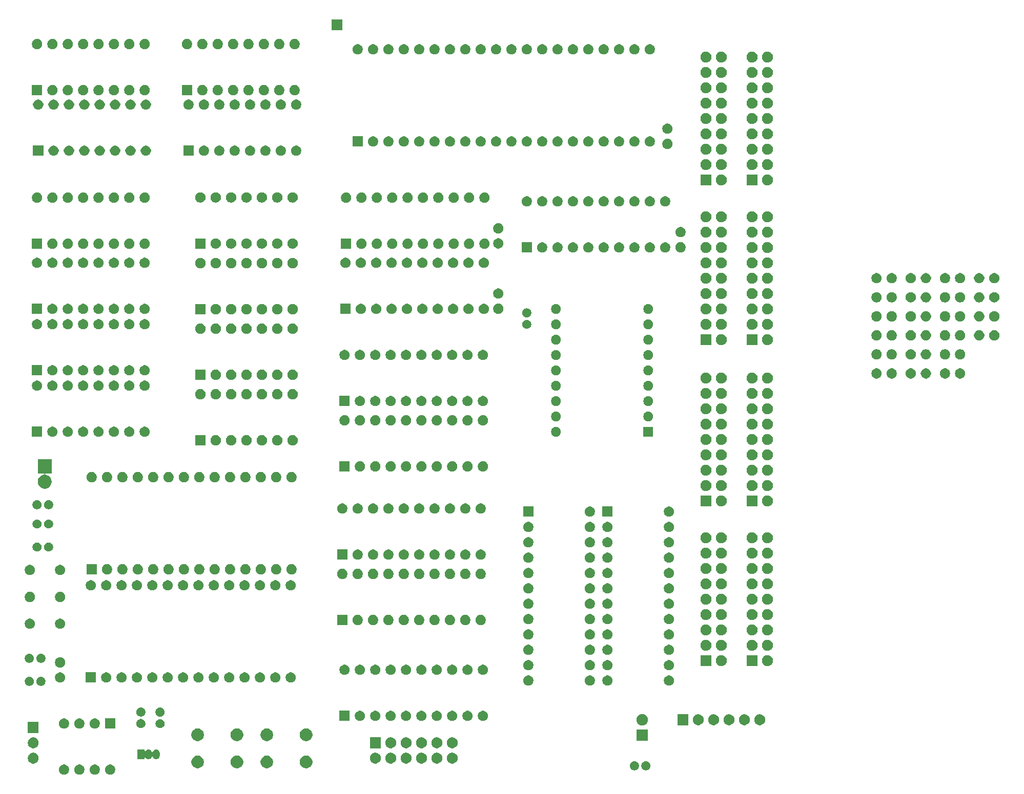
<source format=gbr>
G04 #@! TF.GenerationSoftware,KiCad,Pcbnew,(5.1.6-0-10_14)*
G04 #@! TF.CreationDate,2020-05-26T03:32:06-04:00*
G04 #@! TF.ProjectId,tom-1,746f6d2d-312e-46b6-9963-61645f706362,rev?*
G04 #@! TF.SameCoordinates,Original*
G04 #@! TF.FileFunction,Soldermask,Bot*
G04 #@! TF.FilePolarity,Negative*
%FSLAX46Y46*%
G04 Gerber Fmt 4.6, Leading zero omitted, Abs format (unit mm)*
G04 Created by KiCad (PCBNEW (5.1.6-0-10_14)) date 2020-05-26 03:32:06*
%MOMM*%
%LPD*%
G01*
G04 APERTURE LIST*
%ADD10C,0.100000*%
G04 APERTURE END LIST*
D10*
G36*
X37459228Y-143326703D02*
G01*
X37614100Y-143390853D01*
X37753481Y-143483985D01*
X37872015Y-143602519D01*
X37965147Y-143741900D01*
X38029297Y-143896772D01*
X38062000Y-144061184D01*
X38062000Y-144228816D01*
X38029297Y-144393228D01*
X37965147Y-144548100D01*
X37872015Y-144687481D01*
X37753481Y-144806015D01*
X37614100Y-144899147D01*
X37459228Y-144963297D01*
X37294816Y-144996000D01*
X37127184Y-144996000D01*
X36962772Y-144963297D01*
X36807900Y-144899147D01*
X36668519Y-144806015D01*
X36549985Y-144687481D01*
X36456853Y-144548100D01*
X36392703Y-144393228D01*
X36360000Y-144228816D01*
X36360000Y-144061184D01*
X36392703Y-143896772D01*
X36456853Y-143741900D01*
X36549985Y-143602519D01*
X36668519Y-143483985D01*
X36807900Y-143390853D01*
X36962772Y-143326703D01*
X37127184Y-143294000D01*
X37294816Y-143294000D01*
X37459228Y-143326703D01*
G37*
G36*
X34919228Y-143326703D02*
G01*
X35074100Y-143390853D01*
X35213481Y-143483985D01*
X35332015Y-143602519D01*
X35425147Y-143741900D01*
X35489297Y-143896772D01*
X35522000Y-144061184D01*
X35522000Y-144228816D01*
X35489297Y-144393228D01*
X35425147Y-144548100D01*
X35332015Y-144687481D01*
X35213481Y-144806015D01*
X35074100Y-144899147D01*
X34919228Y-144963297D01*
X34754816Y-144996000D01*
X34587184Y-144996000D01*
X34422772Y-144963297D01*
X34267900Y-144899147D01*
X34128519Y-144806015D01*
X34009985Y-144687481D01*
X33916853Y-144548100D01*
X33852703Y-144393228D01*
X33820000Y-144228816D01*
X33820000Y-144061184D01*
X33852703Y-143896772D01*
X33916853Y-143741900D01*
X34009985Y-143602519D01*
X34128519Y-143483985D01*
X34267900Y-143390853D01*
X34422772Y-143326703D01*
X34587184Y-143294000D01*
X34754816Y-143294000D01*
X34919228Y-143326703D01*
G37*
G36*
X32379228Y-143326703D02*
G01*
X32534100Y-143390853D01*
X32673481Y-143483985D01*
X32792015Y-143602519D01*
X32885147Y-143741900D01*
X32949297Y-143896772D01*
X32982000Y-144061184D01*
X32982000Y-144228816D01*
X32949297Y-144393228D01*
X32885147Y-144548100D01*
X32792015Y-144687481D01*
X32673481Y-144806015D01*
X32534100Y-144899147D01*
X32379228Y-144963297D01*
X32214816Y-144996000D01*
X32047184Y-144996000D01*
X31882772Y-144963297D01*
X31727900Y-144899147D01*
X31588519Y-144806015D01*
X31469985Y-144687481D01*
X31376853Y-144548100D01*
X31312703Y-144393228D01*
X31280000Y-144228816D01*
X31280000Y-144061184D01*
X31312703Y-143896772D01*
X31376853Y-143741900D01*
X31469985Y-143602519D01*
X31588519Y-143483985D01*
X31727900Y-143390853D01*
X31882772Y-143326703D01*
X32047184Y-143294000D01*
X32214816Y-143294000D01*
X32379228Y-143326703D01*
G37*
G36*
X29839228Y-143326703D02*
G01*
X29994100Y-143390853D01*
X30133481Y-143483985D01*
X30252015Y-143602519D01*
X30345147Y-143741900D01*
X30409297Y-143896772D01*
X30442000Y-144061184D01*
X30442000Y-144228816D01*
X30409297Y-144393228D01*
X30345147Y-144548100D01*
X30252015Y-144687481D01*
X30133481Y-144806015D01*
X29994100Y-144899147D01*
X29839228Y-144963297D01*
X29674816Y-144996000D01*
X29507184Y-144996000D01*
X29342772Y-144963297D01*
X29187900Y-144899147D01*
X29048519Y-144806015D01*
X28929985Y-144687481D01*
X28836853Y-144548100D01*
X28772703Y-144393228D01*
X28740000Y-144228816D01*
X28740000Y-144061184D01*
X28772703Y-143896772D01*
X28836853Y-143741900D01*
X28929985Y-143602519D01*
X29048519Y-143483985D01*
X29187900Y-143390853D01*
X29342772Y-143326703D01*
X29507184Y-143294000D01*
X29674816Y-143294000D01*
X29839228Y-143326703D01*
G37*
G36*
X123966730Y-142771484D02*
G01*
X124049059Y-142787860D01*
X124185732Y-142844472D01*
X124308735Y-142926660D01*
X124413340Y-143031265D01*
X124495528Y-143154268D01*
X124495529Y-143154270D01*
X124552140Y-143290941D01*
X124581000Y-143436032D01*
X124581000Y-143583968D01*
X124552140Y-143729059D01*
X124520111Y-143806385D01*
X124495528Y-143865732D01*
X124413340Y-143988735D01*
X124308735Y-144093340D01*
X124185732Y-144175528D01*
X124185731Y-144175529D01*
X124185730Y-144175529D01*
X124049059Y-144232140D01*
X123903968Y-144261000D01*
X123756032Y-144261000D01*
X123610941Y-144232140D01*
X123474270Y-144175529D01*
X123474269Y-144175529D01*
X123474268Y-144175528D01*
X123351265Y-144093340D01*
X123246660Y-143988735D01*
X123164472Y-143865732D01*
X123139890Y-143806385D01*
X123107860Y-143729059D01*
X123079000Y-143583968D01*
X123079000Y-143436032D01*
X123107860Y-143290941D01*
X123164471Y-143154270D01*
X123164472Y-143154268D01*
X123246660Y-143031265D01*
X123351265Y-142926660D01*
X123474268Y-142844472D01*
X123610941Y-142787860D01*
X123693270Y-142771484D01*
X123756032Y-142759000D01*
X123903968Y-142759000D01*
X123966730Y-142771484D01*
G37*
G36*
X125866730Y-142771484D02*
G01*
X125949059Y-142787860D01*
X126085732Y-142844472D01*
X126208735Y-142926660D01*
X126313340Y-143031265D01*
X126395528Y-143154268D01*
X126395529Y-143154270D01*
X126452140Y-143290941D01*
X126481000Y-143436032D01*
X126481000Y-143583968D01*
X126452140Y-143729059D01*
X126420111Y-143806385D01*
X126395528Y-143865732D01*
X126313340Y-143988735D01*
X126208735Y-144093340D01*
X126085732Y-144175528D01*
X126085731Y-144175529D01*
X126085730Y-144175529D01*
X125949059Y-144232140D01*
X125803968Y-144261000D01*
X125656032Y-144261000D01*
X125510941Y-144232140D01*
X125374270Y-144175529D01*
X125374269Y-144175529D01*
X125374268Y-144175528D01*
X125251265Y-144093340D01*
X125146660Y-143988735D01*
X125064472Y-143865732D01*
X125039890Y-143806385D01*
X125007860Y-143729059D01*
X124979000Y-143583968D01*
X124979000Y-143436032D01*
X125007860Y-143290941D01*
X125064471Y-143154270D01*
X125064472Y-143154268D01*
X125146660Y-143031265D01*
X125251265Y-142926660D01*
X125374268Y-142844472D01*
X125510941Y-142787860D01*
X125593270Y-142771484D01*
X125656032Y-142759000D01*
X125803968Y-142759000D01*
X125866730Y-142771484D01*
G37*
G36*
X58472564Y-141864389D02*
G01*
X58662145Y-141942916D01*
X58663835Y-141943616D01*
X58835973Y-142058635D01*
X58982365Y-142205027D01*
X59089075Y-142364729D01*
X59097385Y-142377167D01*
X59176611Y-142568436D01*
X59217000Y-142771484D01*
X59217000Y-142978516D01*
X59176611Y-143181564D01*
X59116492Y-143326705D01*
X59097384Y-143372835D01*
X58982365Y-143544973D01*
X58835973Y-143691365D01*
X58663835Y-143806384D01*
X58663834Y-143806385D01*
X58663833Y-143806385D01*
X58472564Y-143885611D01*
X58269516Y-143926000D01*
X58062484Y-143926000D01*
X57859436Y-143885611D01*
X57668167Y-143806385D01*
X57668166Y-143806385D01*
X57668165Y-143806384D01*
X57496027Y-143691365D01*
X57349635Y-143544973D01*
X57234616Y-143372835D01*
X57215508Y-143326705D01*
X57155389Y-143181564D01*
X57115000Y-142978516D01*
X57115000Y-142771484D01*
X57155389Y-142568436D01*
X57234615Y-142377167D01*
X57242926Y-142364729D01*
X57349635Y-142205027D01*
X57496027Y-142058635D01*
X57668165Y-141943616D01*
X57669855Y-141942916D01*
X57859436Y-141864389D01*
X58062484Y-141824000D01*
X58269516Y-141824000D01*
X58472564Y-141864389D01*
G37*
G36*
X51972564Y-141864389D02*
G01*
X52162145Y-141942916D01*
X52163835Y-141943616D01*
X52335973Y-142058635D01*
X52482365Y-142205027D01*
X52589075Y-142364729D01*
X52597385Y-142377167D01*
X52676611Y-142568436D01*
X52717000Y-142771484D01*
X52717000Y-142978516D01*
X52676611Y-143181564D01*
X52616492Y-143326705D01*
X52597384Y-143372835D01*
X52482365Y-143544973D01*
X52335973Y-143691365D01*
X52163835Y-143806384D01*
X52163834Y-143806385D01*
X52163833Y-143806385D01*
X51972564Y-143885611D01*
X51769516Y-143926000D01*
X51562484Y-143926000D01*
X51359436Y-143885611D01*
X51168167Y-143806385D01*
X51168166Y-143806385D01*
X51168165Y-143806384D01*
X50996027Y-143691365D01*
X50849635Y-143544973D01*
X50734616Y-143372835D01*
X50715508Y-143326705D01*
X50655389Y-143181564D01*
X50615000Y-142978516D01*
X50615000Y-142771484D01*
X50655389Y-142568436D01*
X50734615Y-142377167D01*
X50742926Y-142364729D01*
X50849635Y-142205027D01*
X50996027Y-142058635D01*
X51168165Y-141943616D01*
X51169855Y-141942916D01*
X51359436Y-141864389D01*
X51562484Y-141824000D01*
X51769516Y-141824000D01*
X51972564Y-141864389D01*
G37*
G36*
X69902564Y-141864389D02*
G01*
X70092145Y-141942916D01*
X70093835Y-141943616D01*
X70265973Y-142058635D01*
X70412365Y-142205027D01*
X70519075Y-142364729D01*
X70527385Y-142377167D01*
X70606611Y-142568436D01*
X70647000Y-142771484D01*
X70647000Y-142978516D01*
X70606611Y-143181564D01*
X70546492Y-143326705D01*
X70527384Y-143372835D01*
X70412365Y-143544973D01*
X70265973Y-143691365D01*
X70093835Y-143806384D01*
X70093834Y-143806385D01*
X70093833Y-143806385D01*
X69902564Y-143885611D01*
X69699516Y-143926000D01*
X69492484Y-143926000D01*
X69289436Y-143885611D01*
X69098167Y-143806385D01*
X69098166Y-143806385D01*
X69098165Y-143806384D01*
X68926027Y-143691365D01*
X68779635Y-143544973D01*
X68664616Y-143372835D01*
X68645508Y-143326705D01*
X68585389Y-143181564D01*
X68545000Y-142978516D01*
X68545000Y-142771484D01*
X68585389Y-142568436D01*
X68664615Y-142377167D01*
X68672926Y-142364729D01*
X68779635Y-142205027D01*
X68926027Y-142058635D01*
X69098165Y-141943616D01*
X69099855Y-141942916D01*
X69289436Y-141864389D01*
X69492484Y-141824000D01*
X69699516Y-141824000D01*
X69902564Y-141864389D01*
G37*
G36*
X63402564Y-141864389D02*
G01*
X63592145Y-141942916D01*
X63593835Y-141943616D01*
X63765973Y-142058635D01*
X63912365Y-142205027D01*
X64019075Y-142364729D01*
X64027385Y-142377167D01*
X64106611Y-142568436D01*
X64147000Y-142771484D01*
X64147000Y-142978516D01*
X64106611Y-143181564D01*
X64046492Y-143326705D01*
X64027384Y-143372835D01*
X63912365Y-143544973D01*
X63765973Y-143691365D01*
X63593835Y-143806384D01*
X63593834Y-143806385D01*
X63593833Y-143806385D01*
X63402564Y-143885611D01*
X63199516Y-143926000D01*
X62992484Y-143926000D01*
X62789436Y-143885611D01*
X62598167Y-143806385D01*
X62598166Y-143806385D01*
X62598165Y-143806384D01*
X62426027Y-143691365D01*
X62279635Y-143544973D01*
X62164616Y-143372835D01*
X62145508Y-143326705D01*
X62085389Y-143181564D01*
X62045000Y-142978516D01*
X62045000Y-142771484D01*
X62085389Y-142568436D01*
X62164615Y-142377167D01*
X62172926Y-142364729D01*
X62279635Y-142205027D01*
X62426027Y-142058635D01*
X62598165Y-141943616D01*
X62599855Y-141942916D01*
X62789436Y-141864389D01*
X62992484Y-141824000D01*
X63199516Y-141824000D01*
X63402564Y-141864389D01*
G37*
G36*
X86219512Y-141343927D02*
G01*
X86368812Y-141373624D01*
X86532784Y-141441544D01*
X86680354Y-141540147D01*
X86805853Y-141665646D01*
X86904456Y-141813216D01*
X86972376Y-141977188D01*
X87007000Y-142151259D01*
X87007000Y-142328741D01*
X86972376Y-142502812D01*
X86904456Y-142666784D01*
X86805853Y-142814354D01*
X86680354Y-142939853D01*
X86532784Y-143038456D01*
X86368812Y-143106376D01*
X86219512Y-143136073D01*
X86194742Y-143141000D01*
X86017258Y-143141000D01*
X85992488Y-143136073D01*
X85843188Y-143106376D01*
X85679216Y-143038456D01*
X85531646Y-142939853D01*
X85406147Y-142814354D01*
X85307544Y-142666784D01*
X85239624Y-142502812D01*
X85205000Y-142328741D01*
X85205000Y-142151259D01*
X85239624Y-141977188D01*
X85307544Y-141813216D01*
X85406147Y-141665646D01*
X85531646Y-141540147D01*
X85679216Y-141441544D01*
X85843188Y-141373624D01*
X85992488Y-141343927D01*
X86017258Y-141339000D01*
X86194742Y-141339000D01*
X86219512Y-141343927D01*
G37*
G36*
X93839512Y-141343927D02*
G01*
X93988812Y-141373624D01*
X94152784Y-141441544D01*
X94300354Y-141540147D01*
X94425853Y-141665646D01*
X94524456Y-141813216D01*
X94592376Y-141977188D01*
X94627000Y-142151259D01*
X94627000Y-142328741D01*
X94592376Y-142502812D01*
X94524456Y-142666784D01*
X94425853Y-142814354D01*
X94300354Y-142939853D01*
X94152784Y-143038456D01*
X93988812Y-143106376D01*
X93839512Y-143136073D01*
X93814742Y-143141000D01*
X93637258Y-143141000D01*
X93612488Y-143136073D01*
X93463188Y-143106376D01*
X93299216Y-143038456D01*
X93151646Y-142939853D01*
X93026147Y-142814354D01*
X92927544Y-142666784D01*
X92859624Y-142502812D01*
X92825000Y-142328741D01*
X92825000Y-142151259D01*
X92859624Y-141977188D01*
X92927544Y-141813216D01*
X93026147Y-141665646D01*
X93151646Y-141540147D01*
X93299216Y-141441544D01*
X93463188Y-141373624D01*
X93612488Y-141343927D01*
X93637258Y-141339000D01*
X93814742Y-141339000D01*
X93839512Y-141343927D01*
G37*
G36*
X83679512Y-141343927D02*
G01*
X83828812Y-141373624D01*
X83992784Y-141441544D01*
X84140354Y-141540147D01*
X84265853Y-141665646D01*
X84364456Y-141813216D01*
X84432376Y-141977188D01*
X84467000Y-142151259D01*
X84467000Y-142328741D01*
X84432376Y-142502812D01*
X84364456Y-142666784D01*
X84265853Y-142814354D01*
X84140354Y-142939853D01*
X83992784Y-143038456D01*
X83828812Y-143106376D01*
X83679512Y-143136073D01*
X83654742Y-143141000D01*
X83477258Y-143141000D01*
X83452488Y-143136073D01*
X83303188Y-143106376D01*
X83139216Y-143038456D01*
X82991646Y-142939853D01*
X82866147Y-142814354D01*
X82767544Y-142666784D01*
X82699624Y-142502812D01*
X82665000Y-142328741D01*
X82665000Y-142151259D01*
X82699624Y-141977188D01*
X82767544Y-141813216D01*
X82866147Y-141665646D01*
X82991646Y-141540147D01*
X83139216Y-141441544D01*
X83303188Y-141373624D01*
X83452488Y-141343927D01*
X83477258Y-141339000D01*
X83654742Y-141339000D01*
X83679512Y-141343927D01*
G37*
G36*
X81139512Y-141343927D02*
G01*
X81288812Y-141373624D01*
X81452784Y-141441544D01*
X81600354Y-141540147D01*
X81725853Y-141665646D01*
X81824456Y-141813216D01*
X81892376Y-141977188D01*
X81927000Y-142151259D01*
X81927000Y-142328741D01*
X81892376Y-142502812D01*
X81824456Y-142666784D01*
X81725853Y-142814354D01*
X81600354Y-142939853D01*
X81452784Y-143038456D01*
X81288812Y-143106376D01*
X81139512Y-143136073D01*
X81114742Y-143141000D01*
X80937258Y-143141000D01*
X80912488Y-143136073D01*
X80763188Y-143106376D01*
X80599216Y-143038456D01*
X80451646Y-142939853D01*
X80326147Y-142814354D01*
X80227544Y-142666784D01*
X80159624Y-142502812D01*
X80125000Y-142328741D01*
X80125000Y-142151259D01*
X80159624Y-141977188D01*
X80227544Y-141813216D01*
X80326147Y-141665646D01*
X80451646Y-141540147D01*
X80599216Y-141441544D01*
X80763188Y-141373624D01*
X80912488Y-141343927D01*
X80937258Y-141339000D01*
X81114742Y-141339000D01*
X81139512Y-141343927D01*
G37*
G36*
X24624512Y-141343927D02*
G01*
X24773812Y-141373624D01*
X24937784Y-141441544D01*
X25085354Y-141540147D01*
X25210853Y-141665646D01*
X25309456Y-141813216D01*
X25377376Y-141977188D01*
X25412000Y-142151259D01*
X25412000Y-142328741D01*
X25377376Y-142502812D01*
X25309456Y-142666784D01*
X25210853Y-142814354D01*
X25085354Y-142939853D01*
X24937784Y-143038456D01*
X24773812Y-143106376D01*
X24624512Y-143136073D01*
X24599742Y-143141000D01*
X24422258Y-143141000D01*
X24397488Y-143136073D01*
X24248188Y-143106376D01*
X24084216Y-143038456D01*
X23936646Y-142939853D01*
X23811147Y-142814354D01*
X23712544Y-142666784D01*
X23644624Y-142502812D01*
X23610000Y-142328741D01*
X23610000Y-142151259D01*
X23644624Y-141977188D01*
X23712544Y-141813216D01*
X23811147Y-141665646D01*
X23936646Y-141540147D01*
X24084216Y-141441544D01*
X24248188Y-141373624D01*
X24397488Y-141343927D01*
X24422258Y-141339000D01*
X24599742Y-141339000D01*
X24624512Y-141343927D01*
G37*
G36*
X88759512Y-141343927D02*
G01*
X88908812Y-141373624D01*
X89072784Y-141441544D01*
X89220354Y-141540147D01*
X89345853Y-141665646D01*
X89444456Y-141813216D01*
X89512376Y-141977188D01*
X89547000Y-142151259D01*
X89547000Y-142328741D01*
X89512376Y-142502812D01*
X89444456Y-142666784D01*
X89345853Y-142814354D01*
X89220354Y-142939853D01*
X89072784Y-143038456D01*
X88908812Y-143106376D01*
X88759512Y-143136073D01*
X88734742Y-143141000D01*
X88557258Y-143141000D01*
X88532488Y-143136073D01*
X88383188Y-143106376D01*
X88219216Y-143038456D01*
X88071646Y-142939853D01*
X87946147Y-142814354D01*
X87847544Y-142666784D01*
X87779624Y-142502812D01*
X87745000Y-142328741D01*
X87745000Y-142151259D01*
X87779624Y-141977188D01*
X87847544Y-141813216D01*
X87946147Y-141665646D01*
X88071646Y-141540147D01*
X88219216Y-141441544D01*
X88383188Y-141373624D01*
X88532488Y-141343927D01*
X88557258Y-141339000D01*
X88734742Y-141339000D01*
X88759512Y-141343927D01*
G37*
G36*
X91299512Y-141343927D02*
G01*
X91448812Y-141373624D01*
X91612784Y-141441544D01*
X91760354Y-141540147D01*
X91885853Y-141665646D01*
X91984456Y-141813216D01*
X92052376Y-141977188D01*
X92087000Y-142151259D01*
X92087000Y-142328741D01*
X92052376Y-142502812D01*
X91984456Y-142666784D01*
X91885853Y-142814354D01*
X91760354Y-142939853D01*
X91612784Y-143038456D01*
X91448812Y-143106376D01*
X91299512Y-143136073D01*
X91274742Y-143141000D01*
X91097258Y-143141000D01*
X91072488Y-143136073D01*
X90923188Y-143106376D01*
X90759216Y-143038456D01*
X90611646Y-142939853D01*
X90486147Y-142814354D01*
X90387544Y-142666784D01*
X90319624Y-142502812D01*
X90285000Y-142328741D01*
X90285000Y-142151259D01*
X90319624Y-141977188D01*
X90387544Y-141813216D01*
X90486147Y-141665646D01*
X90611646Y-141540147D01*
X90759216Y-141441544D01*
X90923188Y-141373624D01*
X91072488Y-141343927D01*
X91097258Y-141339000D01*
X91274742Y-141339000D01*
X91299512Y-141343927D01*
G37*
G36*
X44943915Y-140812334D02*
G01*
X45052491Y-140845271D01*
X45052494Y-140845272D01*
X45088600Y-140864571D01*
X45152556Y-140898756D01*
X45240264Y-140970736D01*
X45312244Y-141058443D01*
X45346429Y-141122399D01*
X45365728Y-141158505D01*
X45365729Y-141158508D01*
X45398666Y-141267084D01*
X45407000Y-141351702D01*
X45407000Y-141858297D01*
X45398666Y-141942916D01*
X45366252Y-142049767D01*
X45365728Y-142051495D01*
X45355761Y-142070141D01*
X45312244Y-142151557D01*
X45240264Y-142239264D01*
X45152557Y-142311244D01*
X45088601Y-142345429D01*
X45052495Y-142364728D01*
X45052492Y-142364729D01*
X44943916Y-142397666D01*
X44831000Y-142408787D01*
X44718085Y-142397666D01*
X44609509Y-142364729D01*
X44609506Y-142364728D01*
X44573400Y-142345429D01*
X44509444Y-142311244D01*
X44421737Y-142239264D01*
X44349757Y-142151557D01*
X44306239Y-142070141D01*
X44292625Y-142049766D01*
X44275298Y-142032439D01*
X44254924Y-142018826D01*
X44232285Y-142009448D01*
X44208252Y-142004668D01*
X44183748Y-142004668D01*
X44159715Y-142009448D01*
X44137076Y-142018826D01*
X44116701Y-142032440D01*
X44099374Y-142049767D01*
X44085761Y-142070141D01*
X44042244Y-142151557D01*
X43970264Y-142239264D01*
X43882557Y-142311244D01*
X43818601Y-142345429D01*
X43782495Y-142364728D01*
X43782492Y-142364729D01*
X43673916Y-142397666D01*
X43561000Y-142408787D01*
X43448085Y-142397666D01*
X43339509Y-142364729D01*
X43339506Y-142364728D01*
X43303400Y-142345429D01*
X43239444Y-142311244D01*
X43151737Y-142239264D01*
X43088622Y-142162359D01*
X43071297Y-142145034D01*
X43050923Y-142131420D01*
X43028284Y-142122043D01*
X43004250Y-142117263D01*
X42979746Y-142117263D01*
X42955713Y-142122044D01*
X42933074Y-142131421D01*
X42912700Y-142145035D01*
X42895373Y-142162362D01*
X42881759Y-142182736D01*
X42872382Y-142205375D01*
X42867000Y-142241660D01*
X42867000Y-142406000D01*
X41715000Y-142406000D01*
X41715000Y-140804000D01*
X42867000Y-140804000D01*
X42867000Y-140968341D01*
X42869402Y-140992727D01*
X42876515Y-141016176D01*
X42888066Y-141037787D01*
X42903611Y-141056729D01*
X42922553Y-141072274D01*
X42944164Y-141083825D01*
X42967613Y-141090938D01*
X42991999Y-141093340D01*
X43016385Y-141090938D01*
X43039834Y-141083825D01*
X43061445Y-141072274D01*
X43080387Y-141056729D01*
X43088608Y-141047657D01*
X43151736Y-140970736D01*
X43239443Y-140898756D01*
X43303399Y-140864571D01*
X43339505Y-140845272D01*
X43339508Y-140845271D01*
X43448084Y-140812334D01*
X43561000Y-140801213D01*
X43673915Y-140812334D01*
X43782491Y-140845271D01*
X43782494Y-140845272D01*
X43818600Y-140864571D01*
X43882556Y-140898756D01*
X43970264Y-140970736D01*
X44042244Y-141058443D01*
X44085761Y-141139859D01*
X44099375Y-141160234D01*
X44116702Y-141177561D01*
X44137076Y-141191174D01*
X44159715Y-141200552D01*
X44183748Y-141205332D01*
X44208252Y-141205332D01*
X44232285Y-141200552D01*
X44254924Y-141191174D01*
X44275299Y-141177560D01*
X44292626Y-141160233D01*
X44306239Y-141139860D01*
X44349756Y-141058444D01*
X44421736Y-140970736D01*
X44509443Y-140898756D01*
X44573399Y-140864571D01*
X44609505Y-140845272D01*
X44609508Y-140845271D01*
X44718084Y-140812334D01*
X44831000Y-140801213D01*
X44943915Y-140812334D01*
G37*
G36*
X91299512Y-138803927D02*
G01*
X91448812Y-138833624D01*
X91612784Y-138901544D01*
X91760354Y-139000147D01*
X91885853Y-139125646D01*
X91984456Y-139273216D01*
X92052376Y-139437188D01*
X92087000Y-139611259D01*
X92087000Y-139788741D01*
X92052376Y-139962812D01*
X91984456Y-140126784D01*
X91885853Y-140274354D01*
X91760354Y-140399853D01*
X91612784Y-140498456D01*
X91448812Y-140566376D01*
X91299512Y-140596073D01*
X91274742Y-140601000D01*
X91097258Y-140601000D01*
X91072488Y-140596073D01*
X90923188Y-140566376D01*
X90759216Y-140498456D01*
X90611646Y-140399853D01*
X90486147Y-140274354D01*
X90387544Y-140126784D01*
X90319624Y-139962812D01*
X90285000Y-139788741D01*
X90285000Y-139611259D01*
X90319624Y-139437188D01*
X90387544Y-139273216D01*
X90486147Y-139125646D01*
X90611646Y-139000147D01*
X90759216Y-138901544D01*
X90923188Y-138833624D01*
X91072488Y-138803927D01*
X91097258Y-138799000D01*
X91274742Y-138799000D01*
X91299512Y-138803927D01*
G37*
G36*
X93839512Y-138803927D02*
G01*
X93988812Y-138833624D01*
X94152784Y-138901544D01*
X94300354Y-139000147D01*
X94425853Y-139125646D01*
X94524456Y-139273216D01*
X94592376Y-139437188D01*
X94627000Y-139611259D01*
X94627000Y-139788741D01*
X94592376Y-139962812D01*
X94524456Y-140126784D01*
X94425853Y-140274354D01*
X94300354Y-140399853D01*
X94152784Y-140498456D01*
X93988812Y-140566376D01*
X93839512Y-140596073D01*
X93814742Y-140601000D01*
X93637258Y-140601000D01*
X93612488Y-140596073D01*
X93463188Y-140566376D01*
X93299216Y-140498456D01*
X93151646Y-140399853D01*
X93026147Y-140274354D01*
X92927544Y-140126784D01*
X92859624Y-139962812D01*
X92825000Y-139788741D01*
X92825000Y-139611259D01*
X92859624Y-139437188D01*
X92927544Y-139273216D01*
X93026147Y-139125646D01*
X93151646Y-139000147D01*
X93299216Y-138901544D01*
X93463188Y-138833624D01*
X93612488Y-138803927D01*
X93637258Y-138799000D01*
X93814742Y-138799000D01*
X93839512Y-138803927D01*
G37*
G36*
X88759512Y-138803927D02*
G01*
X88908812Y-138833624D01*
X89072784Y-138901544D01*
X89220354Y-139000147D01*
X89345853Y-139125646D01*
X89444456Y-139273216D01*
X89512376Y-139437188D01*
X89547000Y-139611259D01*
X89547000Y-139788741D01*
X89512376Y-139962812D01*
X89444456Y-140126784D01*
X89345853Y-140274354D01*
X89220354Y-140399853D01*
X89072784Y-140498456D01*
X88908812Y-140566376D01*
X88759512Y-140596073D01*
X88734742Y-140601000D01*
X88557258Y-140601000D01*
X88532488Y-140596073D01*
X88383188Y-140566376D01*
X88219216Y-140498456D01*
X88071646Y-140399853D01*
X87946147Y-140274354D01*
X87847544Y-140126784D01*
X87779624Y-139962812D01*
X87745000Y-139788741D01*
X87745000Y-139611259D01*
X87779624Y-139437188D01*
X87847544Y-139273216D01*
X87946147Y-139125646D01*
X88071646Y-139000147D01*
X88219216Y-138901544D01*
X88383188Y-138833624D01*
X88532488Y-138803927D01*
X88557258Y-138799000D01*
X88734742Y-138799000D01*
X88759512Y-138803927D01*
G37*
G36*
X86219512Y-138803927D02*
G01*
X86368812Y-138833624D01*
X86532784Y-138901544D01*
X86680354Y-139000147D01*
X86805853Y-139125646D01*
X86904456Y-139273216D01*
X86972376Y-139437188D01*
X87007000Y-139611259D01*
X87007000Y-139788741D01*
X86972376Y-139962812D01*
X86904456Y-140126784D01*
X86805853Y-140274354D01*
X86680354Y-140399853D01*
X86532784Y-140498456D01*
X86368812Y-140566376D01*
X86219512Y-140596073D01*
X86194742Y-140601000D01*
X86017258Y-140601000D01*
X85992488Y-140596073D01*
X85843188Y-140566376D01*
X85679216Y-140498456D01*
X85531646Y-140399853D01*
X85406147Y-140274354D01*
X85307544Y-140126784D01*
X85239624Y-139962812D01*
X85205000Y-139788741D01*
X85205000Y-139611259D01*
X85239624Y-139437188D01*
X85307544Y-139273216D01*
X85406147Y-139125646D01*
X85531646Y-139000147D01*
X85679216Y-138901544D01*
X85843188Y-138833624D01*
X85992488Y-138803927D01*
X86017258Y-138799000D01*
X86194742Y-138799000D01*
X86219512Y-138803927D01*
G37*
G36*
X24624512Y-138803927D02*
G01*
X24773812Y-138833624D01*
X24937784Y-138901544D01*
X25085354Y-139000147D01*
X25210853Y-139125646D01*
X25309456Y-139273216D01*
X25377376Y-139437188D01*
X25412000Y-139611259D01*
X25412000Y-139788741D01*
X25377376Y-139962812D01*
X25309456Y-140126784D01*
X25210853Y-140274354D01*
X25085354Y-140399853D01*
X24937784Y-140498456D01*
X24773812Y-140566376D01*
X24624512Y-140596073D01*
X24599742Y-140601000D01*
X24422258Y-140601000D01*
X24397488Y-140596073D01*
X24248188Y-140566376D01*
X24084216Y-140498456D01*
X23936646Y-140399853D01*
X23811147Y-140274354D01*
X23712544Y-140126784D01*
X23644624Y-139962812D01*
X23610000Y-139788741D01*
X23610000Y-139611259D01*
X23644624Y-139437188D01*
X23712544Y-139273216D01*
X23811147Y-139125646D01*
X23936646Y-139000147D01*
X24084216Y-138901544D01*
X24248188Y-138833624D01*
X24397488Y-138803927D01*
X24422258Y-138799000D01*
X24599742Y-138799000D01*
X24624512Y-138803927D01*
G37*
G36*
X83679512Y-138803927D02*
G01*
X83828812Y-138833624D01*
X83992784Y-138901544D01*
X84140354Y-139000147D01*
X84265853Y-139125646D01*
X84364456Y-139273216D01*
X84432376Y-139437188D01*
X84467000Y-139611259D01*
X84467000Y-139788741D01*
X84432376Y-139962812D01*
X84364456Y-140126784D01*
X84265853Y-140274354D01*
X84140354Y-140399853D01*
X83992784Y-140498456D01*
X83828812Y-140566376D01*
X83679512Y-140596073D01*
X83654742Y-140601000D01*
X83477258Y-140601000D01*
X83452488Y-140596073D01*
X83303188Y-140566376D01*
X83139216Y-140498456D01*
X82991646Y-140399853D01*
X82866147Y-140274354D01*
X82767544Y-140126784D01*
X82699624Y-139962812D01*
X82665000Y-139788741D01*
X82665000Y-139611259D01*
X82699624Y-139437188D01*
X82767544Y-139273216D01*
X82866147Y-139125646D01*
X82991646Y-139000147D01*
X83139216Y-138901544D01*
X83303188Y-138833624D01*
X83452488Y-138803927D01*
X83477258Y-138799000D01*
X83654742Y-138799000D01*
X83679512Y-138803927D01*
G37*
G36*
X81927000Y-140601000D02*
G01*
X80125000Y-140601000D01*
X80125000Y-138799000D01*
X81927000Y-138799000D01*
X81927000Y-140601000D01*
G37*
G36*
X58472564Y-137364389D02*
G01*
X58663833Y-137443615D01*
X58663835Y-137443616D01*
X58716791Y-137479000D01*
X58835973Y-137558635D01*
X58982365Y-137705027D01*
X59097385Y-137877167D01*
X59176611Y-138068436D01*
X59217000Y-138271484D01*
X59217000Y-138478516D01*
X59176611Y-138681564D01*
X59113626Y-138833624D01*
X59097384Y-138872835D01*
X58982365Y-139044973D01*
X58835973Y-139191365D01*
X58663835Y-139306384D01*
X58663834Y-139306385D01*
X58663833Y-139306385D01*
X58472564Y-139385611D01*
X58269516Y-139426000D01*
X58062484Y-139426000D01*
X57859436Y-139385611D01*
X57668167Y-139306385D01*
X57668166Y-139306385D01*
X57668165Y-139306384D01*
X57496027Y-139191365D01*
X57349635Y-139044973D01*
X57234616Y-138872835D01*
X57218374Y-138833624D01*
X57155389Y-138681564D01*
X57115000Y-138478516D01*
X57115000Y-138271484D01*
X57155389Y-138068436D01*
X57234615Y-137877167D01*
X57349635Y-137705027D01*
X57496027Y-137558635D01*
X57615209Y-137479000D01*
X57668165Y-137443616D01*
X57668167Y-137443615D01*
X57859436Y-137364389D01*
X58062484Y-137324000D01*
X58269516Y-137324000D01*
X58472564Y-137364389D01*
G37*
G36*
X69902564Y-137364389D02*
G01*
X70093833Y-137443615D01*
X70093835Y-137443616D01*
X70146791Y-137479000D01*
X70265973Y-137558635D01*
X70412365Y-137705027D01*
X70527385Y-137877167D01*
X70606611Y-138068436D01*
X70647000Y-138271484D01*
X70647000Y-138478516D01*
X70606611Y-138681564D01*
X70543626Y-138833624D01*
X70527384Y-138872835D01*
X70412365Y-139044973D01*
X70265973Y-139191365D01*
X70093835Y-139306384D01*
X70093834Y-139306385D01*
X70093833Y-139306385D01*
X69902564Y-139385611D01*
X69699516Y-139426000D01*
X69492484Y-139426000D01*
X69289436Y-139385611D01*
X69098167Y-139306385D01*
X69098166Y-139306385D01*
X69098165Y-139306384D01*
X68926027Y-139191365D01*
X68779635Y-139044973D01*
X68664616Y-138872835D01*
X68648374Y-138833624D01*
X68585389Y-138681564D01*
X68545000Y-138478516D01*
X68545000Y-138271484D01*
X68585389Y-138068436D01*
X68664615Y-137877167D01*
X68779635Y-137705027D01*
X68926027Y-137558635D01*
X69045209Y-137479000D01*
X69098165Y-137443616D01*
X69098167Y-137443615D01*
X69289436Y-137364389D01*
X69492484Y-137324000D01*
X69699516Y-137324000D01*
X69902564Y-137364389D01*
G37*
G36*
X63402564Y-137364389D02*
G01*
X63593833Y-137443615D01*
X63593835Y-137443616D01*
X63646791Y-137479000D01*
X63765973Y-137558635D01*
X63912365Y-137705027D01*
X64027385Y-137877167D01*
X64106611Y-138068436D01*
X64147000Y-138271484D01*
X64147000Y-138478516D01*
X64106611Y-138681564D01*
X64043626Y-138833624D01*
X64027384Y-138872835D01*
X63912365Y-139044973D01*
X63765973Y-139191365D01*
X63593835Y-139306384D01*
X63593834Y-139306385D01*
X63593833Y-139306385D01*
X63402564Y-139385611D01*
X63199516Y-139426000D01*
X62992484Y-139426000D01*
X62789436Y-139385611D01*
X62598167Y-139306385D01*
X62598166Y-139306385D01*
X62598165Y-139306384D01*
X62426027Y-139191365D01*
X62279635Y-139044973D01*
X62164616Y-138872835D01*
X62148374Y-138833624D01*
X62085389Y-138681564D01*
X62045000Y-138478516D01*
X62045000Y-138271484D01*
X62085389Y-138068436D01*
X62164615Y-137877167D01*
X62279635Y-137705027D01*
X62426027Y-137558635D01*
X62545209Y-137479000D01*
X62598165Y-137443616D01*
X62598167Y-137443615D01*
X62789436Y-137364389D01*
X62992484Y-137324000D01*
X63199516Y-137324000D01*
X63402564Y-137364389D01*
G37*
G36*
X51972564Y-137364389D02*
G01*
X52163833Y-137443615D01*
X52163835Y-137443616D01*
X52216791Y-137479000D01*
X52335973Y-137558635D01*
X52482365Y-137705027D01*
X52597385Y-137877167D01*
X52676611Y-138068436D01*
X52717000Y-138271484D01*
X52717000Y-138478516D01*
X52676611Y-138681564D01*
X52613626Y-138833624D01*
X52597384Y-138872835D01*
X52482365Y-139044973D01*
X52335973Y-139191365D01*
X52163835Y-139306384D01*
X52163834Y-139306385D01*
X52163833Y-139306385D01*
X51972564Y-139385611D01*
X51769516Y-139426000D01*
X51562484Y-139426000D01*
X51359436Y-139385611D01*
X51168167Y-139306385D01*
X51168166Y-139306385D01*
X51168165Y-139306384D01*
X50996027Y-139191365D01*
X50849635Y-139044973D01*
X50734616Y-138872835D01*
X50718374Y-138833624D01*
X50655389Y-138681564D01*
X50615000Y-138478516D01*
X50615000Y-138271484D01*
X50655389Y-138068436D01*
X50734615Y-137877167D01*
X50849635Y-137705027D01*
X50996027Y-137558635D01*
X51115209Y-137479000D01*
X51168165Y-137443616D01*
X51168167Y-137443615D01*
X51359436Y-137364389D01*
X51562484Y-137324000D01*
X51769516Y-137324000D01*
X51972564Y-137364389D01*
G37*
G36*
X126046000Y-139381000D02*
G01*
X124144000Y-139381000D01*
X124144000Y-137479000D01*
X126046000Y-137479000D01*
X126046000Y-139381000D01*
G37*
G36*
X25412000Y-138061000D02*
G01*
X23610000Y-138061000D01*
X23610000Y-136259000D01*
X25412000Y-136259000D01*
X25412000Y-138061000D01*
G37*
G36*
X32379228Y-135706703D02*
G01*
X32534100Y-135770853D01*
X32673481Y-135863985D01*
X32792015Y-135982519D01*
X32885147Y-136121900D01*
X32949297Y-136276772D01*
X32982000Y-136441184D01*
X32982000Y-136608816D01*
X32949297Y-136773228D01*
X32885147Y-136928100D01*
X32792015Y-137067481D01*
X32673481Y-137186015D01*
X32534100Y-137279147D01*
X32379228Y-137343297D01*
X32214816Y-137376000D01*
X32047184Y-137376000D01*
X31882772Y-137343297D01*
X31727900Y-137279147D01*
X31588519Y-137186015D01*
X31469985Y-137067481D01*
X31376853Y-136928100D01*
X31312703Y-136773228D01*
X31280000Y-136608816D01*
X31280000Y-136441184D01*
X31312703Y-136276772D01*
X31376853Y-136121900D01*
X31469985Y-135982519D01*
X31588519Y-135863985D01*
X31727900Y-135770853D01*
X31882772Y-135706703D01*
X32047184Y-135674000D01*
X32214816Y-135674000D01*
X32379228Y-135706703D01*
G37*
G36*
X38062000Y-137376000D02*
G01*
X36360000Y-137376000D01*
X36360000Y-135674000D01*
X38062000Y-135674000D01*
X38062000Y-137376000D01*
G37*
G36*
X29839228Y-135706703D02*
G01*
X29994100Y-135770853D01*
X30133481Y-135863985D01*
X30252015Y-135982519D01*
X30345147Y-136121900D01*
X30409297Y-136276772D01*
X30442000Y-136441184D01*
X30442000Y-136608816D01*
X30409297Y-136773228D01*
X30345147Y-136928100D01*
X30252015Y-137067481D01*
X30133481Y-137186015D01*
X29994100Y-137279147D01*
X29839228Y-137343297D01*
X29674816Y-137376000D01*
X29507184Y-137376000D01*
X29342772Y-137343297D01*
X29187900Y-137279147D01*
X29048519Y-137186015D01*
X28929985Y-137067481D01*
X28836853Y-136928100D01*
X28772703Y-136773228D01*
X28740000Y-136608816D01*
X28740000Y-136441184D01*
X28772703Y-136276772D01*
X28836853Y-136121900D01*
X28929985Y-135982519D01*
X29048519Y-135863985D01*
X29187900Y-135770853D01*
X29342772Y-135706703D01*
X29507184Y-135674000D01*
X29674816Y-135674000D01*
X29839228Y-135706703D01*
G37*
G36*
X34919228Y-135706703D02*
G01*
X35074100Y-135770853D01*
X35213481Y-135863985D01*
X35332015Y-135982519D01*
X35425147Y-136121900D01*
X35489297Y-136276772D01*
X35522000Y-136441184D01*
X35522000Y-136608816D01*
X35489297Y-136773228D01*
X35425147Y-136928100D01*
X35332015Y-137067481D01*
X35213481Y-137186015D01*
X35074100Y-137279147D01*
X34919228Y-137343297D01*
X34754816Y-137376000D01*
X34587184Y-137376000D01*
X34422772Y-137343297D01*
X34267900Y-137279147D01*
X34128519Y-137186015D01*
X34009985Y-137067481D01*
X33916853Y-136928100D01*
X33852703Y-136773228D01*
X33820000Y-136608816D01*
X33820000Y-136441184D01*
X33852703Y-136276772D01*
X33916853Y-136121900D01*
X34009985Y-135982519D01*
X34128519Y-135863985D01*
X34267900Y-135770853D01*
X34422772Y-135706703D01*
X34587184Y-135674000D01*
X34754816Y-135674000D01*
X34919228Y-135706703D01*
G37*
G36*
X45659922Y-135797860D02*
G01*
X45685059Y-135802860D01*
X45821732Y-135859472D01*
X45944735Y-135941660D01*
X46049340Y-136046265D01*
X46130277Y-136167396D01*
X46131529Y-136169270D01*
X46188140Y-136305941D01*
X46217000Y-136451032D01*
X46217000Y-136598968D01*
X46188140Y-136744059D01*
X46163124Y-136804454D01*
X46131528Y-136880732D01*
X46049340Y-137003735D01*
X45944735Y-137108340D01*
X45821732Y-137190528D01*
X45821731Y-137190529D01*
X45821730Y-137190529D01*
X45685059Y-137247140D01*
X45539968Y-137276000D01*
X45392032Y-137276000D01*
X45246941Y-137247140D01*
X45110270Y-137190529D01*
X45110269Y-137190529D01*
X45110268Y-137190528D01*
X44987265Y-137108340D01*
X44882660Y-137003735D01*
X44800472Y-136880732D01*
X44768877Y-136804454D01*
X44743860Y-136744059D01*
X44715000Y-136598968D01*
X44715000Y-136451032D01*
X44743860Y-136305941D01*
X44800471Y-136169270D01*
X44801723Y-136167396D01*
X44882660Y-136046265D01*
X44987265Y-135941660D01*
X45110268Y-135859472D01*
X45246941Y-135802860D01*
X45272078Y-135797860D01*
X45392032Y-135774000D01*
X45539968Y-135774000D01*
X45659922Y-135797860D01*
G37*
G36*
X42502382Y-135796333D02*
G01*
X42510059Y-135797860D01*
X42646732Y-135854472D01*
X42769735Y-135936660D01*
X42874340Y-136041265D01*
X42948873Y-136152812D01*
X42956529Y-136164270D01*
X43013140Y-136300941D01*
X43042000Y-136446032D01*
X43042000Y-136593968D01*
X43035093Y-136628690D01*
X43013140Y-136739059D01*
X42956528Y-136875732D01*
X42874340Y-136998735D01*
X42769735Y-137103340D01*
X42646732Y-137185528D01*
X42646731Y-137185529D01*
X42646730Y-137185529D01*
X42510059Y-137242140D01*
X42364968Y-137271000D01*
X42217032Y-137271000D01*
X42071941Y-137242140D01*
X41935270Y-137185529D01*
X41935269Y-137185529D01*
X41935268Y-137185528D01*
X41812265Y-137103340D01*
X41707660Y-136998735D01*
X41625472Y-136875732D01*
X41568860Y-136739059D01*
X41546907Y-136628690D01*
X41540000Y-136593968D01*
X41540000Y-136446032D01*
X41568860Y-136300941D01*
X41625471Y-136164270D01*
X41633127Y-136152812D01*
X41707660Y-136041265D01*
X41812265Y-135936660D01*
X41935268Y-135854472D01*
X42071941Y-135797860D01*
X42079618Y-135796333D01*
X42217032Y-135769000D01*
X42364968Y-135769000D01*
X42502382Y-135796333D01*
G37*
G36*
X125372395Y-134975546D02*
G01*
X125545466Y-135047234D01*
X125545467Y-135047235D01*
X125701227Y-135151310D01*
X125833690Y-135283773D01*
X125838204Y-135290529D01*
X125937766Y-135439534D01*
X126009454Y-135612605D01*
X126046000Y-135796333D01*
X126046000Y-135983667D01*
X126009454Y-136167395D01*
X125937766Y-136340466D01*
X125937765Y-136340467D01*
X125833690Y-136496227D01*
X125701227Y-136628690D01*
X125622818Y-136681081D01*
X125545466Y-136732766D01*
X125372395Y-136804454D01*
X125188667Y-136841000D01*
X125001333Y-136841000D01*
X124817605Y-136804454D01*
X124644534Y-136732766D01*
X124567182Y-136681081D01*
X124488773Y-136628690D01*
X124356310Y-136496227D01*
X124252235Y-136340467D01*
X124252234Y-136340466D01*
X124180546Y-136167395D01*
X124144000Y-135983667D01*
X124144000Y-135796333D01*
X124180546Y-135612605D01*
X124252234Y-135439534D01*
X124351796Y-135290529D01*
X124356310Y-135283773D01*
X124488773Y-135151310D01*
X124644533Y-135047235D01*
X124644534Y-135047234D01*
X124817605Y-134975546D01*
X125001333Y-134939000D01*
X125188667Y-134939000D01*
X125372395Y-134975546D01*
G37*
G36*
X144639512Y-134993927D02*
G01*
X144788812Y-135023624D01*
X144952784Y-135091544D01*
X145100354Y-135190147D01*
X145225853Y-135315646D01*
X145324456Y-135463216D01*
X145392376Y-135627188D01*
X145427000Y-135801259D01*
X145427000Y-135978741D01*
X145392376Y-136152812D01*
X145324456Y-136316784D01*
X145225853Y-136464354D01*
X145100354Y-136589853D01*
X144952784Y-136688456D01*
X144788812Y-136756376D01*
X144639512Y-136786073D01*
X144614742Y-136791000D01*
X144437258Y-136791000D01*
X144412488Y-136786073D01*
X144263188Y-136756376D01*
X144099216Y-136688456D01*
X143951646Y-136589853D01*
X143826147Y-136464354D01*
X143727544Y-136316784D01*
X143659624Y-136152812D01*
X143625000Y-135978741D01*
X143625000Y-135801259D01*
X143659624Y-135627188D01*
X143727544Y-135463216D01*
X143826147Y-135315646D01*
X143951646Y-135190147D01*
X144099216Y-135091544D01*
X144263188Y-135023624D01*
X144412488Y-134993927D01*
X144437258Y-134989000D01*
X144614742Y-134989000D01*
X144639512Y-134993927D01*
G37*
G36*
X142099512Y-134993927D02*
G01*
X142248812Y-135023624D01*
X142412784Y-135091544D01*
X142560354Y-135190147D01*
X142685853Y-135315646D01*
X142784456Y-135463216D01*
X142852376Y-135627188D01*
X142887000Y-135801259D01*
X142887000Y-135978741D01*
X142852376Y-136152812D01*
X142784456Y-136316784D01*
X142685853Y-136464354D01*
X142560354Y-136589853D01*
X142412784Y-136688456D01*
X142248812Y-136756376D01*
X142099512Y-136786073D01*
X142074742Y-136791000D01*
X141897258Y-136791000D01*
X141872488Y-136786073D01*
X141723188Y-136756376D01*
X141559216Y-136688456D01*
X141411646Y-136589853D01*
X141286147Y-136464354D01*
X141187544Y-136316784D01*
X141119624Y-136152812D01*
X141085000Y-135978741D01*
X141085000Y-135801259D01*
X141119624Y-135627188D01*
X141187544Y-135463216D01*
X141286147Y-135315646D01*
X141411646Y-135190147D01*
X141559216Y-135091544D01*
X141723188Y-135023624D01*
X141872488Y-134993927D01*
X141897258Y-134989000D01*
X142074742Y-134989000D01*
X142099512Y-134993927D01*
G37*
G36*
X139559512Y-134993927D02*
G01*
X139708812Y-135023624D01*
X139872784Y-135091544D01*
X140020354Y-135190147D01*
X140145853Y-135315646D01*
X140244456Y-135463216D01*
X140312376Y-135627188D01*
X140347000Y-135801259D01*
X140347000Y-135978741D01*
X140312376Y-136152812D01*
X140244456Y-136316784D01*
X140145853Y-136464354D01*
X140020354Y-136589853D01*
X139872784Y-136688456D01*
X139708812Y-136756376D01*
X139559512Y-136786073D01*
X139534742Y-136791000D01*
X139357258Y-136791000D01*
X139332488Y-136786073D01*
X139183188Y-136756376D01*
X139019216Y-136688456D01*
X138871646Y-136589853D01*
X138746147Y-136464354D01*
X138647544Y-136316784D01*
X138579624Y-136152812D01*
X138545000Y-135978741D01*
X138545000Y-135801259D01*
X138579624Y-135627188D01*
X138647544Y-135463216D01*
X138746147Y-135315646D01*
X138871646Y-135190147D01*
X139019216Y-135091544D01*
X139183188Y-135023624D01*
X139332488Y-134993927D01*
X139357258Y-134989000D01*
X139534742Y-134989000D01*
X139559512Y-134993927D01*
G37*
G36*
X137019512Y-134993927D02*
G01*
X137168812Y-135023624D01*
X137332784Y-135091544D01*
X137480354Y-135190147D01*
X137605853Y-135315646D01*
X137704456Y-135463216D01*
X137772376Y-135627188D01*
X137807000Y-135801259D01*
X137807000Y-135978741D01*
X137772376Y-136152812D01*
X137704456Y-136316784D01*
X137605853Y-136464354D01*
X137480354Y-136589853D01*
X137332784Y-136688456D01*
X137168812Y-136756376D01*
X137019512Y-136786073D01*
X136994742Y-136791000D01*
X136817258Y-136791000D01*
X136792488Y-136786073D01*
X136643188Y-136756376D01*
X136479216Y-136688456D01*
X136331646Y-136589853D01*
X136206147Y-136464354D01*
X136107544Y-136316784D01*
X136039624Y-136152812D01*
X136005000Y-135978741D01*
X136005000Y-135801259D01*
X136039624Y-135627188D01*
X136107544Y-135463216D01*
X136206147Y-135315646D01*
X136331646Y-135190147D01*
X136479216Y-135091544D01*
X136643188Y-135023624D01*
X136792488Y-134993927D01*
X136817258Y-134989000D01*
X136994742Y-134989000D01*
X137019512Y-134993927D01*
G37*
G36*
X132727000Y-136791000D02*
G01*
X130925000Y-136791000D01*
X130925000Y-134989000D01*
X132727000Y-134989000D01*
X132727000Y-136791000D01*
G37*
G36*
X134479512Y-134993927D02*
G01*
X134628812Y-135023624D01*
X134792784Y-135091544D01*
X134940354Y-135190147D01*
X135065853Y-135315646D01*
X135164456Y-135463216D01*
X135232376Y-135627188D01*
X135267000Y-135801259D01*
X135267000Y-135978741D01*
X135232376Y-136152812D01*
X135164456Y-136316784D01*
X135065853Y-136464354D01*
X134940354Y-136589853D01*
X134792784Y-136688456D01*
X134628812Y-136756376D01*
X134479512Y-136786073D01*
X134454742Y-136791000D01*
X134277258Y-136791000D01*
X134252488Y-136786073D01*
X134103188Y-136756376D01*
X133939216Y-136688456D01*
X133791646Y-136589853D01*
X133666147Y-136464354D01*
X133567544Y-136316784D01*
X133499624Y-136152812D01*
X133465000Y-135978741D01*
X133465000Y-135801259D01*
X133499624Y-135627188D01*
X133567544Y-135463216D01*
X133666147Y-135315646D01*
X133791646Y-135190147D01*
X133939216Y-135091544D01*
X134103188Y-135023624D01*
X134252488Y-134993927D01*
X134277258Y-134989000D01*
X134454742Y-134989000D01*
X134479512Y-134993927D01*
G37*
G36*
X99054228Y-134436703D02*
G01*
X99209100Y-134500853D01*
X99348481Y-134593985D01*
X99467015Y-134712519D01*
X99560147Y-134851900D01*
X99624297Y-135006772D01*
X99657000Y-135171184D01*
X99657000Y-135338816D01*
X99624297Y-135503228D01*
X99560147Y-135658100D01*
X99467015Y-135797481D01*
X99348481Y-135916015D01*
X99209100Y-136009147D01*
X99054228Y-136073297D01*
X98889816Y-136106000D01*
X98722184Y-136106000D01*
X98557772Y-136073297D01*
X98402900Y-136009147D01*
X98263519Y-135916015D01*
X98144985Y-135797481D01*
X98051853Y-135658100D01*
X97987703Y-135503228D01*
X97955000Y-135338816D01*
X97955000Y-135171184D01*
X97987703Y-135006772D01*
X98051853Y-134851900D01*
X98144985Y-134712519D01*
X98263519Y-134593985D01*
X98402900Y-134500853D01*
X98557772Y-134436703D01*
X98722184Y-134404000D01*
X98889816Y-134404000D01*
X99054228Y-134436703D01*
G37*
G36*
X86354228Y-134436703D02*
G01*
X86509100Y-134500853D01*
X86648481Y-134593985D01*
X86767015Y-134712519D01*
X86860147Y-134851900D01*
X86924297Y-135006772D01*
X86957000Y-135171184D01*
X86957000Y-135338816D01*
X86924297Y-135503228D01*
X86860147Y-135658100D01*
X86767015Y-135797481D01*
X86648481Y-135916015D01*
X86509100Y-136009147D01*
X86354228Y-136073297D01*
X86189816Y-136106000D01*
X86022184Y-136106000D01*
X85857772Y-136073297D01*
X85702900Y-136009147D01*
X85563519Y-135916015D01*
X85444985Y-135797481D01*
X85351853Y-135658100D01*
X85287703Y-135503228D01*
X85255000Y-135338816D01*
X85255000Y-135171184D01*
X85287703Y-135006772D01*
X85351853Y-134851900D01*
X85444985Y-134712519D01*
X85563519Y-134593985D01*
X85702900Y-134500853D01*
X85857772Y-134436703D01*
X86022184Y-134404000D01*
X86189816Y-134404000D01*
X86354228Y-134436703D01*
G37*
G36*
X83814228Y-134436703D02*
G01*
X83969100Y-134500853D01*
X84108481Y-134593985D01*
X84227015Y-134712519D01*
X84320147Y-134851900D01*
X84384297Y-135006772D01*
X84417000Y-135171184D01*
X84417000Y-135338816D01*
X84384297Y-135503228D01*
X84320147Y-135658100D01*
X84227015Y-135797481D01*
X84108481Y-135916015D01*
X83969100Y-136009147D01*
X83814228Y-136073297D01*
X83649816Y-136106000D01*
X83482184Y-136106000D01*
X83317772Y-136073297D01*
X83162900Y-136009147D01*
X83023519Y-135916015D01*
X82904985Y-135797481D01*
X82811853Y-135658100D01*
X82747703Y-135503228D01*
X82715000Y-135338816D01*
X82715000Y-135171184D01*
X82747703Y-135006772D01*
X82811853Y-134851900D01*
X82904985Y-134712519D01*
X83023519Y-134593985D01*
X83162900Y-134500853D01*
X83317772Y-134436703D01*
X83482184Y-134404000D01*
X83649816Y-134404000D01*
X83814228Y-134436703D01*
G37*
G36*
X81274228Y-134436703D02*
G01*
X81429100Y-134500853D01*
X81568481Y-134593985D01*
X81687015Y-134712519D01*
X81780147Y-134851900D01*
X81844297Y-135006772D01*
X81877000Y-135171184D01*
X81877000Y-135338816D01*
X81844297Y-135503228D01*
X81780147Y-135658100D01*
X81687015Y-135797481D01*
X81568481Y-135916015D01*
X81429100Y-136009147D01*
X81274228Y-136073297D01*
X81109816Y-136106000D01*
X80942184Y-136106000D01*
X80777772Y-136073297D01*
X80622900Y-136009147D01*
X80483519Y-135916015D01*
X80364985Y-135797481D01*
X80271853Y-135658100D01*
X80207703Y-135503228D01*
X80175000Y-135338816D01*
X80175000Y-135171184D01*
X80207703Y-135006772D01*
X80271853Y-134851900D01*
X80364985Y-134712519D01*
X80483519Y-134593985D01*
X80622900Y-134500853D01*
X80777772Y-134436703D01*
X80942184Y-134404000D01*
X81109816Y-134404000D01*
X81274228Y-134436703D01*
G37*
G36*
X78734228Y-134436703D02*
G01*
X78889100Y-134500853D01*
X79028481Y-134593985D01*
X79147015Y-134712519D01*
X79240147Y-134851900D01*
X79304297Y-135006772D01*
X79337000Y-135171184D01*
X79337000Y-135338816D01*
X79304297Y-135503228D01*
X79240147Y-135658100D01*
X79147015Y-135797481D01*
X79028481Y-135916015D01*
X78889100Y-136009147D01*
X78734228Y-136073297D01*
X78569816Y-136106000D01*
X78402184Y-136106000D01*
X78237772Y-136073297D01*
X78082900Y-136009147D01*
X77943519Y-135916015D01*
X77824985Y-135797481D01*
X77731853Y-135658100D01*
X77667703Y-135503228D01*
X77635000Y-135338816D01*
X77635000Y-135171184D01*
X77667703Y-135006772D01*
X77731853Y-134851900D01*
X77824985Y-134712519D01*
X77943519Y-134593985D01*
X78082900Y-134500853D01*
X78237772Y-134436703D01*
X78402184Y-134404000D01*
X78569816Y-134404000D01*
X78734228Y-134436703D01*
G37*
G36*
X76797000Y-136106000D02*
G01*
X75095000Y-136106000D01*
X75095000Y-134404000D01*
X76797000Y-134404000D01*
X76797000Y-136106000D01*
G37*
G36*
X88894228Y-134436703D02*
G01*
X89049100Y-134500853D01*
X89188481Y-134593985D01*
X89307015Y-134712519D01*
X89400147Y-134851900D01*
X89464297Y-135006772D01*
X89497000Y-135171184D01*
X89497000Y-135338816D01*
X89464297Y-135503228D01*
X89400147Y-135658100D01*
X89307015Y-135797481D01*
X89188481Y-135916015D01*
X89049100Y-136009147D01*
X88894228Y-136073297D01*
X88729816Y-136106000D01*
X88562184Y-136106000D01*
X88397772Y-136073297D01*
X88242900Y-136009147D01*
X88103519Y-135916015D01*
X87984985Y-135797481D01*
X87891853Y-135658100D01*
X87827703Y-135503228D01*
X87795000Y-135338816D01*
X87795000Y-135171184D01*
X87827703Y-135006772D01*
X87891853Y-134851900D01*
X87984985Y-134712519D01*
X88103519Y-134593985D01*
X88242900Y-134500853D01*
X88397772Y-134436703D01*
X88562184Y-134404000D01*
X88729816Y-134404000D01*
X88894228Y-134436703D01*
G37*
G36*
X91434228Y-134436703D02*
G01*
X91589100Y-134500853D01*
X91728481Y-134593985D01*
X91847015Y-134712519D01*
X91940147Y-134851900D01*
X92004297Y-135006772D01*
X92037000Y-135171184D01*
X92037000Y-135338816D01*
X92004297Y-135503228D01*
X91940147Y-135658100D01*
X91847015Y-135797481D01*
X91728481Y-135916015D01*
X91589100Y-136009147D01*
X91434228Y-136073297D01*
X91269816Y-136106000D01*
X91102184Y-136106000D01*
X90937772Y-136073297D01*
X90782900Y-136009147D01*
X90643519Y-135916015D01*
X90524985Y-135797481D01*
X90431853Y-135658100D01*
X90367703Y-135503228D01*
X90335000Y-135338816D01*
X90335000Y-135171184D01*
X90367703Y-135006772D01*
X90431853Y-134851900D01*
X90524985Y-134712519D01*
X90643519Y-134593985D01*
X90782900Y-134500853D01*
X90937772Y-134436703D01*
X91102184Y-134404000D01*
X91269816Y-134404000D01*
X91434228Y-134436703D01*
G37*
G36*
X93974228Y-134436703D02*
G01*
X94129100Y-134500853D01*
X94268481Y-134593985D01*
X94387015Y-134712519D01*
X94480147Y-134851900D01*
X94544297Y-135006772D01*
X94577000Y-135171184D01*
X94577000Y-135338816D01*
X94544297Y-135503228D01*
X94480147Y-135658100D01*
X94387015Y-135797481D01*
X94268481Y-135916015D01*
X94129100Y-136009147D01*
X93974228Y-136073297D01*
X93809816Y-136106000D01*
X93642184Y-136106000D01*
X93477772Y-136073297D01*
X93322900Y-136009147D01*
X93183519Y-135916015D01*
X93064985Y-135797481D01*
X92971853Y-135658100D01*
X92907703Y-135503228D01*
X92875000Y-135338816D01*
X92875000Y-135171184D01*
X92907703Y-135006772D01*
X92971853Y-134851900D01*
X93064985Y-134712519D01*
X93183519Y-134593985D01*
X93322900Y-134500853D01*
X93477772Y-134436703D01*
X93642184Y-134404000D01*
X93809816Y-134404000D01*
X93974228Y-134436703D01*
G37*
G36*
X96514228Y-134436703D02*
G01*
X96669100Y-134500853D01*
X96808481Y-134593985D01*
X96927015Y-134712519D01*
X97020147Y-134851900D01*
X97084297Y-135006772D01*
X97117000Y-135171184D01*
X97117000Y-135338816D01*
X97084297Y-135503228D01*
X97020147Y-135658100D01*
X96927015Y-135797481D01*
X96808481Y-135916015D01*
X96669100Y-136009147D01*
X96514228Y-136073297D01*
X96349816Y-136106000D01*
X96182184Y-136106000D01*
X96017772Y-136073297D01*
X95862900Y-136009147D01*
X95723519Y-135916015D01*
X95604985Y-135797481D01*
X95511853Y-135658100D01*
X95447703Y-135503228D01*
X95415000Y-135338816D01*
X95415000Y-135171184D01*
X95447703Y-135006772D01*
X95511853Y-134851900D01*
X95604985Y-134712519D01*
X95723519Y-134593985D01*
X95862900Y-134500853D01*
X96017772Y-134436703D01*
X96182184Y-134404000D01*
X96349816Y-134404000D01*
X96514228Y-134436703D01*
G37*
G36*
X45659922Y-133897860D02*
G01*
X45685059Y-133902860D01*
X45821732Y-133959472D01*
X45944735Y-134041660D01*
X46049340Y-134146265D01*
X46049341Y-134146267D01*
X46131529Y-134269270D01*
X46188140Y-134405941D01*
X46217000Y-134551032D01*
X46217000Y-134698968D01*
X46214304Y-134712520D01*
X46188140Y-134844059D01*
X46131528Y-134980732D01*
X46049340Y-135103735D01*
X45944735Y-135208340D01*
X45821732Y-135290528D01*
X45821731Y-135290529D01*
X45821730Y-135290529D01*
X45685059Y-135347140D01*
X45539968Y-135376000D01*
X45392032Y-135376000D01*
X45246941Y-135347140D01*
X45110270Y-135290529D01*
X45110269Y-135290529D01*
X45110268Y-135290528D01*
X44987265Y-135208340D01*
X44882660Y-135103735D01*
X44800472Y-134980732D01*
X44743860Y-134844059D01*
X44717696Y-134712520D01*
X44715000Y-134698968D01*
X44715000Y-134551032D01*
X44743860Y-134405941D01*
X44800471Y-134269270D01*
X44882659Y-134146267D01*
X44882660Y-134146265D01*
X44987265Y-134041660D01*
X45110268Y-133959472D01*
X45246941Y-133902860D01*
X45272078Y-133897860D01*
X45392032Y-133874000D01*
X45539968Y-133874000D01*
X45659922Y-133897860D01*
G37*
G36*
X42510059Y-133897860D02*
G01*
X42646732Y-133954472D01*
X42769735Y-134036660D01*
X42874340Y-134141265D01*
X42874341Y-134141267D01*
X42956529Y-134264270D01*
X43013140Y-134400941D01*
X43042000Y-134546032D01*
X43042000Y-134693968D01*
X43041005Y-134698968D01*
X43013140Y-134839059D01*
X42956528Y-134975732D01*
X42874340Y-135098735D01*
X42769735Y-135203340D01*
X42646732Y-135285528D01*
X42646731Y-135285529D01*
X42646730Y-135285529D01*
X42510059Y-135342140D01*
X42364968Y-135371000D01*
X42217032Y-135371000D01*
X42071941Y-135342140D01*
X41935270Y-135285529D01*
X41935269Y-135285529D01*
X41935268Y-135285528D01*
X41812265Y-135203340D01*
X41707660Y-135098735D01*
X41625472Y-134975732D01*
X41568860Y-134839059D01*
X41540995Y-134698968D01*
X41540000Y-134693968D01*
X41540000Y-134546032D01*
X41568860Y-134400941D01*
X41625471Y-134264270D01*
X41707659Y-134141267D01*
X41707660Y-134141265D01*
X41812265Y-134036660D01*
X41935268Y-133954472D01*
X42071941Y-133897860D01*
X42217032Y-133869000D01*
X42364968Y-133869000D01*
X42510059Y-133897860D01*
G37*
G36*
X25995059Y-128817860D02*
G01*
X26131732Y-128874472D01*
X26254735Y-128956660D01*
X26359340Y-129061265D01*
X26428501Y-129164772D01*
X26441529Y-129184270D01*
X26498140Y-129320941D01*
X26527000Y-129466032D01*
X26527000Y-129613968D01*
X26517599Y-129661229D01*
X26498140Y-129759059D01*
X26441528Y-129895732D01*
X26359340Y-130018735D01*
X26254735Y-130123340D01*
X26131732Y-130205528D01*
X26131731Y-130205529D01*
X26131730Y-130205529D01*
X25995059Y-130262140D01*
X25849968Y-130291000D01*
X25702032Y-130291000D01*
X25556941Y-130262140D01*
X25420270Y-130205529D01*
X25420269Y-130205529D01*
X25420268Y-130205528D01*
X25297265Y-130123340D01*
X25192660Y-130018735D01*
X25110472Y-129895732D01*
X25053860Y-129759059D01*
X25034401Y-129661229D01*
X25025000Y-129613968D01*
X25025000Y-129466032D01*
X25053860Y-129320941D01*
X25110471Y-129184270D01*
X25123499Y-129164772D01*
X25192660Y-129061265D01*
X25297265Y-128956660D01*
X25420268Y-128874472D01*
X25556941Y-128817860D01*
X25702032Y-128789000D01*
X25849968Y-128789000D01*
X25995059Y-128817860D01*
G37*
G36*
X24095059Y-128817860D02*
G01*
X24231732Y-128874472D01*
X24354735Y-128956660D01*
X24459340Y-129061265D01*
X24528501Y-129164772D01*
X24541529Y-129184270D01*
X24598140Y-129320941D01*
X24627000Y-129466032D01*
X24627000Y-129613968D01*
X24617599Y-129661229D01*
X24598140Y-129759059D01*
X24541528Y-129895732D01*
X24459340Y-130018735D01*
X24354735Y-130123340D01*
X24231732Y-130205528D01*
X24231731Y-130205529D01*
X24231730Y-130205529D01*
X24095059Y-130262140D01*
X23949968Y-130291000D01*
X23802032Y-130291000D01*
X23656941Y-130262140D01*
X23520270Y-130205529D01*
X23520269Y-130205529D01*
X23520268Y-130205528D01*
X23397265Y-130123340D01*
X23292660Y-130018735D01*
X23210472Y-129895732D01*
X23153860Y-129759059D01*
X23134401Y-129661229D01*
X23125000Y-129613968D01*
X23125000Y-129466032D01*
X23153860Y-129320941D01*
X23210471Y-129184270D01*
X23223499Y-129164772D01*
X23292660Y-129061265D01*
X23397265Y-128956660D01*
X23520268Y-128874472D01*
X23656941Y-128817860D01*
X23802032Y-128789000D01*
X23949968Y-128789000D01*
X24095059Y-128817860D01*
G37*
G36*
X129788228Y-128594703D02*
G01*
X129943100Y-128658853D01*
X130082481Y-128751985D01*
X130201015Y-128870519D01*
X130294147Y-129009900D01*
X130358297Y-129164772D01*
X130391000Y-129329184D01*
X130391000Y-129496816D01*
X130358297Y-129661228D01*
X130294147Y-129816100D01*
X130201015Y-129955481D01*
X130082481Y-130074015D01*
X129943100Y-130167147D01*
X129788228Y-130231297D01*
X129623816Y-130264000D01*
X129456184Y-130264000D01*
X129291772Y-130231297D01*
X129136900Y-130167147D01*
X128997519Y-130074015D01*
X128878985Y-129955481D01*
X128785853Y-129816100D01*
X128721703Y-129661228D01*
X128689000Y-129496816D01*
X128689000Y-129329184D01*
X128721703Y-129164772D01*
X128785853Y-129009900D01*
X128878985Y-128870519D01*
X128997519Y-128751985D01*
X129136900Y-128658853D01*
X129291772Y-128594703D01*
X129456184Y-128562000D01*
X129623816Y-128562000D01*
X129788228Y-128594703D01*
G37*
G36*
X119628228Y-128594703D02*
G01*
X119783100Y-128658853D01*
X119922481Y-128751985D01*
X120041015Y-128870519D01*
X120134147Y-129009900D01*
X120198297Y-129164772D01*
X120231000Y-129329184D01*
X120231000Y-129496816D01*
X120198297Y-129661228D01*
X120134147Y-129816100D01*
X120041015Y-129955481D01*
X119922481Y-130074015D01*
X119783100Y-130167147D01*
X119628228Y-130231297D01*
X119463816Y-130264000D01*
X119296184Y-130264000D01*
X119131772Y-130231297D01*
X118976900Y-130167147D01*
X118837519Y-130074015D01*
X118718985Y-129955481D01*
X118625853Y-129816100D01*
X118561703Y-129661228D01*
X118529000Y-129496816D01*
X118529000Y-129329184D01*
X118561703Y-129164772D01*
X118625853Y-129009900D01*
X118718985Y-128870519D01*
X118837519Y-128751985D01*
X118976900Y-128658853D01*
X119131772Y-128594703D01*
X119296184Y-128562000D01*
X119463816Y-128562000D01*
X119628228Y-128594703D01*
G37*
G36*
X116707228Y-128594703D02*
G01*
X116862100Y-128658853D01*
X117001481Y-128751985D01*
X117120015Y-128870519D01*
X117213147Y-129009900D01*
X117277297Y-129164772D01*
X117310000Y-129329184D01*
X117310000Y-129496816D01*
X117277297Y-129661228D01*
X117213147Y-129816100D01*
X117120015Y-129955481D01*
X117001481Y-130074015D01*
X116862100Y-130167147D01*
X116707228Y-130231297D01*
X116542816Y-130264000D01*
X116375184Y-130264000D01*
X116210772Y-130231297D01*
X116055900Y-130167147D01*
X115916519Y-130074015D01*
X115797985Y-129955481D01*
X115704853Y-129816100D01*
X115640703Y-129661228D01*
X115608000Y-129496816D01*
X115608000Y-129329184D01*
X115640703Y-129164772D01*
X115704853Y-129009900D01*
X115797985Y-128870519D01*
X115916519Y-128751985D01*
X116055900Y-128658853D01*
X116210772Y-128594703D01*
X116375184Y-128562000D01*
X116542816Y-128562000D01*
X116707228Y-128594703D01*
G37*
G36*
X106547228Y-128594703D02*
G01*
X106702100Y-128658853D01*
X106841481Y-128751985D01*
X106960015Y-128870519D01*
X107053147Y-129009900D01*
X107117297Y-129164772D01*
X107150000Y-129329184D01*
X107150000Y-129496816D01*
X107117297Y-129661228D01*
X107053147Y-129816100D01*
X106960015Y-129955481D01*
X106841481Y-130074015D01*
X106702100Y-130167147D01*
X106547228Y-130231297D01*
X106382816Y-130264000D01*
X106215184Y-130264000D01*
X106050772Y-130231297D01*
X105895900Y-130167147D01*
X105756519Y-130074015D01*
X105637985Y-129955481D01*
X105544853Y-129816100D01*
X105480703Y-129661228D01*
X105448000Y-129496816D01*
X105448000Y-129329184D01*
X105480703Y-129164772D01*
X105544853Y-129009900D01*
X105637985Y-128870519D01*
X105756519Y-128751985D01*
X105895900Y-128658853D01*
X106050772Y-128594703D01*
X106215184Y-128562000D01*
X106382816Y-128562000D01*
X106547228Y-128594703D01*
G37*
G36*
X54604228Y-128086703D02*
G01*
X54759100Y-128150853D01*
X54898481Y-128243985D01*
X55017015Y-128362519D01*
X55110147Y-128501900D01*
X55174297Y-128656772D01*
X55207000Y-128821184D01*
X55207000Y-128988816D01*
X55174297Y-129153228D01*
X55110147Y-129308100D01*
X55017015Y-129447481D01*
X54898481Y-129566015D01*
X54759100Y-129659147D01*
X54604228Y-129723297D01*
X54439816Y-129756000D01*
X54272184Y-129756000D01*
X54107772Y-129723297D01*
X53952900Y-129659147D01*
X53813519Y-129566015D01*
X53694985Y-129447481D01*
X53601853Y-129308100D01*
X53537703Y-129153228D01*
X53505000Y-128988816D01*
X53505000Y-128821184D01*
X53537703Y-128656772D01*
X53601853Y-128501900D01*
X53694985Y-128362519D01*
X53813519Y-128243985D01*
X53952900Y-128150853D01*
X54107772Y-128086703D01*
X54272184Y-128054000D01*
X54439816Y-128054000D01*
X54604228Y-128086703D01*
G37*
G36*
X52064228Y-128086703D02*
G01*
X52219100Y-128150853D01*
X52358481Y-128243985D01*
X52477015Y-128362519D01*
X52570147Y-128501900D01*
X52634297Y-128656772D01*
X52667000Y-128821184D01*
X52667000Y-128988816D01*
X52634297Y-129153228D01*
X52570147Y-129308100D01*
X52477015Y-129447481D01*
X52358481Y-129566015D01*
X52219100Y-129659147D01*
X52064228Y-129723297D01*
X51899816Y-129756000D01*
X51732184Y-129756000D01*
X51567772Y-129723297D01*
X51412900Y-129659147D01*
X51273519Y-129566015D01*
X51154985Y-129447481D01*
X51061853Y-129308100D01*
X50997703Y-129153228D01*
X50965000Y-128988816D01*
X50965000Y-128821184D01*
X50997703Y-128656772D01*
X51061853Y-128501900D01*
X51154985Y-128362519D01*
X51273519Y-128243985D01*
X51412900Y-128150853D01*
X51567772Y-128086703D01*
X51732184Y-128054000D01*
X51899816Y-128054000D01*
X52064228Y-128086703D01*
G37*
G36*
X49524228Y-128086703D02*
G01*
X49679100Y-128150853D01*
X49818481Y-128243985D01*
X49937015Y-128362519D01*
X50030147Y-128501900D01*
X50094297Y-128656772D01*
X50127000Y-128821184D01*
X50127000Y-128988816D01*
X50094297Y-129153228D01*
X50030147Y-129308100D01*
X49937015Y-129447481D01*
X49818481Y-129566015D01*
X49679100Y-129659147D01*
X49524228Y-129723297D01*
X49359816Y-129756000D01*
X49192184Y-129756000D01*
X49027772Y-129723297D01*
X48872900Y-129659147D01*
X48733519Y-129566015D01*
X48614985Y-129447481D01*
X48521853Y-129308100D01*
X48457703Y-129153228D01*
X48425000Y-128988816D01*
X48425000Y-128821184D01*
X48457703Y-128656772D01*
X48521853Y-128501900D01*
X48614985Y-128362519D01*
X48733519Y-128243985D01*
X48872900Y-128150853D01*
X49027772Y-128086703D01*
X49192184Y-128054000D01*
X49359816Y-128054000D01*
X49524228Y-128086703D01*
G37*
G36*
X46984228Y-128086703D02*
G01*
X47139100Y-128150853D01*
X47278481Y-128243985D01*
X47397015Y-128362519D01*
X47490147Y-128501900D01*
X47554297Y-128656772D01*
X47587000Y-128821184D01*
X47587000Y-128988816D01*
X47554297Y-129153228D01*
X47490147Y-129308100D01*
X47397015Y-129447481D01*
X47278481Y-129566015D01*
X47139100Y-129659147D01*
X46984228Y-129723297D01*
X46819816Y-129756000D01*
X46652184Y-129756000D01*
X46487772Y-129723297D01*
X46332900Y-129659147D01*
X46193519Y-129566015D01*
X46074985Y-129447481D01*
X45981853Y-129308100D01*
X45917703Y-129153228D01*
X45885000Y-128988816D01*
X45885000Y-128821184D01*
X45917703Y-128656772D01*
X45981853Y-128501900D01*
X46074985Y-128362519D01*
X46193519Y-128243985D01*
X46332900Y-128150853D01*
X46487772Y-128086703D01*
X46652184Y-128054000D01*
X46819816Y-128054000D01*
X46984228Y-128086703D01*
G37*
G36*
X44444228Y-128086703D02*
G01*
X44599100Y-128150853D01*
X44738481Y-128243985D01*
X44857015Y-128362519D01*
X44950147Y-128501900D01*
X45014297Y-128656772D01*
X45047000Y-128821184D01*
X45047000Y-128988816D01*
X45014297Y-129153228D01*
X44950147Y-129308100D01*
X44857015Y-129447481D01*
X44738481Y-129566015D01*
X44599100Y-129659147D01*
X44444228Y-129723297D01*
X44279816Y-129756000D01*
X44112184Y-129756000D01*
X43947772Y-129723297D01*
X43792900Y-129659147D01*
X43653519Y-129566015D01*
X43534985Y-129447481D01*
X43441853Y-129308100D01*
X43377703Y-129153228D01*
X43345000Y-128988816D01*
X43345000Y-128821184D01*
X43377703Y-128656772D01*
X43441853Y-128501900D01*
X43534985Y-128362519D01*
X43653519Y-128243985D01*
X43792900Y-128150853D01*
X43947772Y-128086703D01*
X44112184Y-128054000D01*
X44279816Y-128054000D01*
X44444228Y-128086703D01*
G37*
G36*
X57144228Y-128086703D02*
G01*
X57299100Y-128150853D01*
X57438481Y-128243985D01*
X57557015Y-128362519D01*
X57650147Y-128501900D01*
X57714297Y-128656772D01*
X57747000Y-128821184D01*
X57747000Y-128988816D01*
X57714297Y-129153228D01*
X57650147Y-129308100D01*
X57557015Y-129447481D01*
X57438481Y-129566015D01*
X57299100Y-129659147D01*
X57144228Y-129723297D01*
X56979816Y-129756000D01*
X56812184Y-129756000D01*
X56647772Y-129723297D01*
X56492900Y-129659147D01*
X56353519Y-129566015D01*
X56234985Y-129447481D01*
X56141853Y-129308100D01*
X56077703Y-129153228D01*
X56045000Y-128988816D01*
X56045000Y-128821184D01*
X56077703Y-128656772D01*
X56141853Y-128501900D01*
X56234985Y-128362519D01*
X56353519Y-128243985D01*
X56492900Y-128150853D01*
X56647772Y-128086703D01*
X56812184Y-128054000D01*
X56979816Y-128054000D01*
X57144228Y-128086703D01*
G37*
G36*
X36824228Y-128086703D02*
G01*
X36979100Y-128150853D01*
X37118481Y-128243985D01*
X37237015Y-128362519D01*
X37330147Y-128501900D01*
X37394297Y-128656772D01*
X37427000Y-128821184D01*
X37427000Y-128988816D01*
X37394297Y-129153228D01*
X37330147Y-129308100D01*
X37237015Y-129447481D01*
X37118481Y-129566015D01*
X36979100Y-129659147D01*
X36824228Y-129723297D01*
X36659816Y-129756000D01*
X36492184Y-129756000D01*
X36327772Y-129723297D01*
X36172900Y-129659147D01*
X36033519Y-129566015D01*
X35914985Y-129447481D01*
X35821853Y-129308100D01*
X35757703Y-129153228D01*
X35725000Y-128988816D01*
X35725000Y-128821184D01*
X35757703Y-128656772D01*
X35821853Y-128501900D01*
X35914985Y-128362519D01*
X36033519Y-128243985D01*
X36172900Y-128150853D01*
X36327772Y-128086703D01*
X36492184Y-128054000D01*
X36659816Y-128054000D01*
X36824228Y-128086703D01*
G37*
G36*
X41904228Y-128086703D02*
G01*
X42059100Y-128150853D01*
X42198481Y-128243985D01*
X42317015Y-128362519D01*
X42410147Y-128501900D01*
X42474297Y-128656772D01*
X42507000Y-128821184D01*
X42507000Y-128988816D01*
X42474297Y-129153228D01*
X42410147Y-129308100D01*
X42317015Y-129447481D01*
X42198481Y-129566015D01*
X42059100Y-129659147D01*
X41904228Y-129723297D01*
X41739816Y-129756000D01*
X41572184Y-129756000D01*
X41407772Y-129723297D01*
X41252900Y-129659147D01*
X41113519Y-129566015D01*
X40994985Y-129447481D01*
X40901853Y-129308100D01*
X40837703Y-129153228D01*
X40805000Y-128988816D01*
X40805000Y-128821184D01*
X40837703Y-128656772D01*
X40901853Y-128501900D01*
X40994985Y-128362519D01*
X41113519Y-128243985D01*
X41252900Y-128150853D01*
X41407772Y-128086703D01*
X41572184Y-128054000D01*
X41739816Y-128054000D01*
X41904228Y-128086703D01*
G37*
G36*
X59684228Y-128086703D02*
G01*
X59839100Y-128150853D01*
X59978481Y-128243985D01*
X60097015Y-128362519D01*
X60190147Y-128501900D01*
X60254297Y-128656772D01*
X60287000Y-128821184D01*
X60287000Y-128988816D01*
X60254297Y-129153228D01*
X60190147Y-129308100D01*
X60097015Y-129447481D01*
X59978481Y-129566015D01*
X59839100Y-129659147D01*
X59684228Y-129723297D01*
X59519816Y-129756000D01*
X59352184Y-129756000D01*
X59187772Y-129723297D01*
X59032900Y-129659147D01*
X58893519Y-129566015D01*
X58774985Y-129447481D01*
X58681853Y-129308100D01*
X58617703Y-129153228D01*
X58585000Y-128988816D01*
X58585000Y-128821184D01*
X58617703Y-128656772D01*
X58681853Y-128501900D01*
X58774985Y-128362519D01*
X58893519Y-128243985D01*
X59032900Y-128150853D01*
X59187772Y-128086703D01*
X59352184Y-128054000D01*
X59519816Y-128054000D01*
X59684228Y-128086703D01*
G37*
G36*
X29204228Y-128086703D02*
G01*
X29359100Y-128150853D01*
X29498481Y-128243985D01*
X29617015Y-128362519D01*
X29710147Y-128501900D01*
X29774297Y-128656772D01*
X29807000Y-128821184D01*
X29807000Y-128988816D01*
X29774297Y-129153228D01*
X29710147Y-129308100D01*
X29617015Y-129447481D01*
X29498481Y-129566015D01*
X29359100Y-129659147D01*
X29204228Y-129723297D01*
X29039816Y-129756000D01*
X28872184Y-129756000D01*
X28707772Y-129723297D01*
X28552900Y-129659147D01*
X28413519Y-129566015D01*
X28294985Y-129447481D01*
X28201853Y-129308100D01*
X28137703Y-129153228D01*
X28105000Y-128988816D01*
X28105000Y-128821184D01*
X28137703Y-128656772D01*
X28201853Y-128501900D01*
X28294985Y-128362519D01*
X28413519Y-128243985D01*
X28552900Y-128150853D01*
X28707772Y-128086703D01*
X28872184Y-128054000D01*
X29039816Y-128054000D01*
X29204228Y-128086703D01*
G37*
G36*
X39364228Y-128086703D02*
G01*
X39519100Y-128150853D01*
X39658481Y-128243985D01*
X39777015Y-128362519D01*
X39870147Y-128501900D01*
X39934297Y-128656772D01*
X39967000Y-128821184D01*
X39967000Y-128988816D01*
X39934297Y-129153228D01*
X39870147Y-129308100D01*
X39777015Y-129447481D01*
X39658481Y-129566015D01*
X39519100Y-129659147D01*
X39364228Y-129723297D01*
X39199816Y-129756000D01*
X39032184Y-129756000D01*
X38867772Y-129723297D01*
X38712900Y-129659147D01*
X38573519Y-129566015D01*
X38454985Y-129447481D01*
X38361853Y-129308100D01*
X38297703Y-129153228D01*
X38265000Y-128988816D01*
X38265000Y-128821184D01*
X38297703Y-128656772D01*
X38361853Y-128501900D01*
X38454985Y-128362519D01*
X38573519Y-128243985D01*
X38712900Y-128150853D01*
X38867772Y-128086703D01*
X39032184Y-128054000D01*
X39199816Y-128054000D01*
X39364228Y-128086703D01*
G37*
G36*
X34887000Y-129756000D02*
G01*
X33185000Y-129756000D01*
X33185000Y-128054000D01*
X34887000Y-128054000D01*
X34887000Y-129756000D01*
G37*
G36*
X62224228Y-128086703D02*
G01*
X62379100Y-128150853D01*
X62518481Y-128243985D01*
X62637015Y-128362519D01*
X62730147Y-128501900D01*
X62794297Y-128656772D01*
X62827000Y-128821184D01*
X62827000Y-128988816D01*
X62794297Y-129153228D01*
X62730147Y-129308100D01*
X62637015Y-129447481D01*
X62518481Y-129566015D01*
X62379100Y-129659147D01*
X62224228Y-129723297D01*
X62059816Y-129756000D01*
X61892184Y-129756000D01*
X61727772Y-129723297D01*
X61572900Y-129659147D01*
X61433519Y-129566015D01*
X61314985Y-129447481D01*
X61221853Y-129308100D01*
X61157703Y-129153228D01*
X61125000Y-128988816D01*
X61125000Y-128821184D01*
X61157703Y-128656772D01*
X61221853Y-128501900D01*
X61314985Y-128362519D01*
X61433519Y-128243985D01*
X61572900Y-128150853D01*
X61727772Y-128086703D01*
X61892184Y-128054000D01*
X62059816Y-128054000D01*
X62224228Y-128086703D01*
G37*
G36*
X64764228Y-128086703D02*
G01*
X64919100Y-128150853D01*
X65058481Y-128243985D01*
X65177015Y-128362519D01*
X65270147Y-128501900D01*
X65334297Y-128656772D01*
X65367000Y-128821184D01*
X65367000Y-128988816D01*
X65334297Y-129153228D01*
X65270147Y-129308100D01*
X65177015Y-129447481D01*
X65058481Y-129566015D01*
X64919100Y-129659147D01*
X64764228Y-129723297D01*
X64599816Y-129756000D01*
X64432184Y-129756000D01*
X64267772Y-129723297D01*
X64112900Y-129659147D01*
X63973519Y-129566015D01*
X63854985Y-129447481D01*
X63761853Y-129308100D01*
X63697703Y-129153228D01*
X63665000Y-128988816D01*
X63665000Y-128821184D01*
X63697703Y-128656772D01*
X63761853Y-128501900D01*
X63854985Y-128362519D01*
X63973519Y-128243985D01*
X64112900Y-128150853D01*
X64267772Y-128086703D01*
X64432184Y-128054000D01*
X64599816Y-128054000D01*
X64764228Y-128086703D01*
G37*
G36*
X67304228Y-128086703D02*
G01*
X67459100Y-128150853D01*
X67598481Y-128243985D01*
X67717015Y-128362519D01*
X67810147Y-128501900D01*
X67874297Y-128656772D01*
X67907000Y-128821184D01*
X67907000Y-128988816D01*
X67874297Y-129153228D01*
X67810147Y-129308100D01*
X67717015Y-129447481D01*
X67598481Y-129566015D01*
X67459100Y-129659147D01*
X67304228Y-129723297D01*
X67139816Y-129756000D01*
X66972184Y-129756000D01*
X66807772Y-129723297D01*
X66652900Y-129659147D01*
X66513519Y-129566015D01*
X66394985Y-129447481D01*
X66301853Y-129308100D01*
X66237703Y-129153228D01*
X66205000Y-128988816D01*
X66205000Y-128821184D01*
X66237703Y-128656772D01*
X66301853Y-128501900D01*
X66394985Y-128362519D01*
X66513519Y-128243985D01*
X66652900Y-128150853D01*
X66807772Y-128086703D01*
X66972184Y-128054000D01*
X67139816Y-128054000D01*
X67304228Y-128086703D01*
G37*
G36*
X76194228Y-126816703D02*
G01*
X76349100Y-126880853D01*
X76488481Y-126973985D01*
X76607015Y-127092519D01*
X76700147Y-127231900D01*
X76764297Y-127386772D01*
X76797000Y-127551184D01*
X76797000Y-127718816D01*
X76764297Y-127883228D01*
X76700147Y-128038100D01*
X76607015Y-128177481D01*
X76488481Y-128296015D01*
X76349100Y-128389147D01*
X76194228Y-128453297D01*
X76029816Y-128486000D01*
X75862184Y-128486000D01*
X75697772Y-128453297D01*
X75542900Y-128389147D01*
X75403519Y-128296015D01*
X75284985Y-128177481D01*
X75191853Y-128038100D01*
X75127703Y-127883228D01*
X75095000Y-127718816D01*
X75095000Y-127551184D01*
X75127703Y-127386772D01*
X75191853Y-127231900D01*
X75284985Y-127092519D01*
X75403519Y-126973985D01*
X75542900Y-126880853D01*
X75697772Y-126816703D01*
X75862184Y-126784000D01*
X76029816Y-126784000D01*
X76194228Y-126816703D01*
G37*
G36*
X78734228Y-126816703D02*
G01*
X78889100Y-126880853D01*
X79028481Y-126973985D01*
X79147015Y-127092519D01*
X79240147Y-127231900D01*
X79304297Y-127386772D01*
X79337000Y-127551184D01*
X79337000Y-127718816D01*
X79304297Y-127883228D01*
X79240147Y-128038100D01*
X79147015Y-128177481D01*
X79028481Y-128296015D01*
X78889100Y-128389147D01*
X78734228Y-128453297D01*
X78569816Y-128486000D01*
X78402184Y-128486000D01*
X78237772Y-128453297D01*
X78082900Y-128389147D01*
X77943519Y-128296015D01*
X77824985Y-128177481D01*
X77731853Y-128038100D01*
X77667703Y-127883228D01*
X77635000Y-127718816D01*
X77635000Y-127551184D01*
X77667703Y-127386772D01*
X77731853Y-127231900D01*
X77824985Y-127092519D01*
X77943519Y-126973985D01*
X78082900Y-126880853D01*
X78237772Y-126816703D01*
X78402184Y-126784000D01*
X78569816Y-126784000D01*
X78734228Y-126816703D01*
G37*
G36*
X81274228Y-126816703D02*
G01*
X81429100Y-126880853D01*
X81568481Y-126973985D01*
X81687015Y-127092519D01*
X81780147Y-127231900D01*
X81844297Y-127386772D01*
X81877000Y-127551184D01*
X81877000Y-127718816D01*
X81844297Y-127883228D01*
X81780147Y-128038100D01*
X81687015Y-128177481D01*
X81568481Y-128296015D01*
X81429100Y-128389147D01*
X81274228Y-128453297D01*
X81109816Y-128486000D01*
X80942184Y-128486000D01*
X80777772Y-128453297D01*
X80622900Y-128389147D01*
X80483519Y-128296015D01*
X80364985Y-128177481D01*
X80271853Y-128038100D01*
X80207703Y-127883228D01*
X80175000Y-127718816D01*
X80175000Y-127551184D01*
X80207703Y-127386772D01*
X80271853Y-127231900D01*
X80364985Y-127092519D01*
X80483519Y-126973985D01*
X80622900Y-126880853D01*
X80777772Y-126816703D01*
X80942184Y-126784000D01*
X81109816Y-126784000D01*
X81274228Y-126816703D01*
G37*
G36*
X83814228Y-126816703D02*
G01*
X83969100Y-126880853D01*
X84108481Y-126973985D01*
X84227015Y-127092519D01*
X84320147Y-127231900D01*
X84384297Y-127386772D01*
X84417000Y-127551184D01*
X84417000Y-127718816D01*
X84384297Y-127883228D01*
X84320147Y-128038100D01*
X84227015Y-128177481D01*
X84108481Y-128296015D01*
X83969100Y-128389147D01*
X83814228Y-128453297D01*
X83649816Y-128486000D01*
X83482184Y-128486000D01*
X83317772Y-128453297D01*
X83162900Y-128389147D01*
X83023519Y-128296015D01*
X82904985Y-128177481D01*
X82811853Y-128038100D01*
X82747703Y-127883228D01*
X82715000Y-127718816D01*
X82715000Y-127551184D01*
X82747703Y-127386772D01*
X82811853Y-127231900D01*
X82904985Y-127092519D01*
X83023519Y-126973985D01*
X83162900Y-126880853D01*
X83317772Y-126816703D01*
X83482184Y-126784000D01*
X83649816Y-126784000D01*
X83814228Y-126816703D01*
G37*
G36*
X86354228Y-126816703D02*
G01*
X86509100Y-126880853D01*
X86648481Y-126973985D01*
X86767015Y-127092519D01*
X86860147Y-127231900D01*
X86924297Y-127386772D01*
X86957000Y-127551184D01*
X86957000Y-127718816D01*
X86924297Y-127883228D01*
X86860147Y-128038100D01*
X86767015Y-128177481D01*
X86648481Y-128296015D01*
X86509100Y-128389147D01*
X86354228Y-128453297D01*
X86189816Y-128486000D01*
X86022184Y-128486000D01*
X85857772Y-128453297D01*
X85702900Y-128389147D01*
X85563519Y-128296015D01*
X85444985Y-128177481D01*
X85351853Y-128038100D01*
X85287703Y-127883228D01*
X85255000Y-127718816D01*
X85255000Y-127551184D01*
X85287703Y-127386772D01*
X85351853Y-127231900D01*
X85444985Y-127092519D01*
X85563519Y-126973985D01*
X85702900Y-126880853D01*
X85857772Y-126816703D01*
X86022184Y-126784000D01*
X86189816Y-126784000D01*
X86354228Y-126816703D01*
G37*
G36*
X88894228Y-126816703D02*
G01*
X89049100Y-126880853D01*
X89188481Y-126973985D01*
X89307015Y-127092519D01*
X89400147Y-127231900D01*
X89464297Y-127386772D01*
X89497000Y-127551184D01*
X89497000Y-127718816D01*
X89464297Y-127883228D01*
X89400147Y-128038100D01*
X89307015Y-128177481D01*
X89188481Y-128296015D01*
X89049100Y-128389147D01*
X88894228Y-128453297D01*
X88729816Y-128486000D01*
X88562184Y-128486000D01*
X88397772Y-128453297D01*
X88242900Y-128389147D01*
X88103519Y-128296015D01*
X87984985Y-128177481D01*
X87891853Y-128038100D01*
X87827703Y-127883228D01*
X87795000Y-127718816D01*
X87795000Y-127551184D01*
X87827703Y-127386772D01*
X87891853Y-127231900D01*
X87984985Y-127092519D01*
X88103519Y-126973985D01*
X88242900Y-126880853D01*
X88397772Y-126816703D01*
X88562184Y-126784000D01*
X88729816Y-126784000D01*
X88894228Y-126816703D01*
G37*
G36*
X91434228Y-126816703D02*
G01*
X91589100Y-126880853D01*
X91728481Y-126973985D01*
X91847015Y-127092519D01*
X91940147Y-127231900D01*
X92004297Y-127386772D01*
X92037000Y-127551184D01*
X92037000Y-127718816D01*
X92004297Y-127883228D01*
X91940147Y-128038100D01*
X91847015Y-128177481D01*
X91728481Y-128296015D01*
X91589100Y-128389147D01*
X91434228Y-128453297D01*
X91269816Y-128486000D01*
X91102184Y-128486000D01*
X90937772Y-128453297D01*
X90782900Y-128389147D01*
X90643519Y-128296015D01*
X90524985Y-128177481D01*
X90431853Y-128038100D01*
X90367703Y-127883228D01*
X90335000Y-127718816D01*
X90335000Y-127551184D01*
X90367703Y-127386772D01*
X90431853Y-127231900D01*
X90524985Y-127092519D01*
X90643519Y-126973985D01*
X90782900Y-126880853D01*
X90937772Y-126816703D01*
X91102184Y-126784000D01*
X91269816Y-126784000D01*
X91434228Y-126816703D01*
G37*
G36*
X93974228Y-126816703D02*
G01*
X94129100Y-126880853D01*
X94268481Y-126973985D01*
X94387015Y-127092519D01*
X94480147Y-127231900D01*
X94544297Y-127386772D01*
X94577000Y-127551184D01*
X94577000Y-127718816D01*
X94544297Y-127883228D01*
X94480147Y-128038100D01*
X94387015Y-128177481D01*
X94268481Y-128296015D01*
X94129100Y-128389147D01*
X93974228Y-128453297D01*
X93809816Y-128486000D01*
X93642184Y-128486000D01*
X93477772Y-128453297D01*
X93322900Y-128389147D01*
X93183519Y-128296015D01*
X93064985Y-128177481D01*
X92971853Y-128038100D01*
X92907703Y-127883228D01*
X92875000Y-127718816D01*
X92875000Y-127551184D01*
X92907703Y-127386772D01*
X92971853Y-127231900D01*
X93064985Y-127092519D01*
X93183519Y-126973985D01*
X93322900Y-126880853D01*
X93477772Y-126816703D01*
X93642184Y-126784000D01*
X93809816Y-126784000D01*
X93974228Y-126816703D01*
G37*
G36*
X96514228Y-126816703D02*
G01*
X96669100Y-126880853D01*
X96808481Y-126973985D01*
X96927015Y-127092519D01*
X97020147Y-127231900D01*
X97084297Y-127386772D01*
X97117000Y-127551184D01*
X97117000Y-127718816D01*
X97084297Y-127883228D01*
X97020147Y-128038100D01*
X96927015Y-128177481D01*
X96808481Y-128296015D01*
X96669100Y-128389147D01*
X96514228Y-128453297D01*
X96349816Y-128486000D01*
X96182184Y-128486000D01*
X96017772Y-128453297D01*
X95862900Y-128389147D01*
X95723519Y-128296015D01*
X95604985Y-128177481D01*
X95511853Y-128038100D01*
X95447703Y-127883228D01*
X95415000Y-127718816D01*
X95415000Y-127551184D01*
X95447703Y-127386772D01*
X95511853Y-127231900D01*
X95604985Y-127092519D01*
X95723519Y-126973985D01*
X95862900Y-126880853D01*
X96017772Y-126816703D01*
X96182184Y-126784000D01*
X96349816Y-126784000D01*
X96514228Y-126816703D01*
G37*
G36*
X99054228Y-126816703D02*
G01*
X99209100Y-126880853D01*
X99348481Y-126973985D01*
X99467015Y-127092519D01*
X99560147Y-127231900D01*
X99624297Y-127386772D01*
X99657000Y-127551184D01*
X99657000Y-127718816D01*
X99624297Y-127883228D01*
X99560147Y-128038100D01*
X99467015Y-128177481D01*
X99348481Y-128296015D01*
X99209100Y-128389147D01*
X99054228Y-128453297D01*
X98889816Y-128486000D01*
X98722184Y-128486000D01*
X98557772Y-128453297D01*
X98402900Y-128389147D01*
X98263519Y-128296015D01*
X98144985Y-128177481D01*
X98051853Y-128038100D01*
X97987703Y-127883228D01*
X97955000Y-127718816D01*
X97955000Y-127551184D01*
X97987703Y-127386772D01*
X98051853Y-127231900D01*
X98144985Y-127092519D01*
X98263519Y-126973985D01*
X98402900Y-126880853D01*
X98557772Y-126816703D01*
X98722184Y-126784000D01*
X98889816Y-126784000D01*
X99054228Y-126816703D01*
G37*
G36*
X129788228Y-126054703D02*
G01*
X129943100Y-126118853D01*
X130082481Y-126211985D01*
X130201015Y-126330519D01*
X130294147Y-126469900D01*
X130358297Y-126624772D01*
X130391000Y-126789184D01*
X130391000Y-126956816D01*
X130358297Y-127121228D01*
X130294147Y-127276100D01*
X130201015Y-127415481D01*
X130082481Y-127534015D01*
X129943100Y-127627147D01*
X129788228Y-127691297D01*
X129623816Y-127724000D01*
X129456184Y-127724000D01*
X129291772Y-127691297D01*
X129136900Y-127627147D01*
X128997519Y-127534015D01*
X128878985Y-127415481D01*
X128785853Y-127276100D01*
X128721703Y-127121228D01*
X128689000Y-126956816D01*
X128689000Y-126789184D01*
X128721703Y-126624772D01*
X128785853Y-126469900D01*
X128878985Y-126330519D01*
X128997519Y-126211985D01*
X129136900Y-126118853D01*
X129291772Y-126054703D01*
X129456184Y-126022000D01*
X129623816Y-126022000D01*
X129788228Y-126054703D01*
G37*
G36*
X106547228Y-126054703D02*
G01*
X106702100Y-126118853D01*
X106841481Y-126211985D01*
X106960015Y-126330519D01*
X107053147Y-126469900D01*
X107117297Y-126624772D01*
X107150000Y-126789184D01*
X107150000Y-126956816D01*
X107117297Y-127121228D01*
X107053147Y-127276100D01*
X106960015Y-127415481D01*
X106841481Y-127534015D01*
X106702100Y-127627147D01*
X106547228Y-127691297D01*
X106382816Y-127724000D01*
X106215184Y-127724000D01*
X106050772Y-127691297D01*
X105895900Y-127627147D01*
X105756519Y-127534015D01*
X105637985Y-127415481D01*
X105544853Y-127276100D01*
X105480703Y-127121228D01*
X105448000Y-126956816D01*
X105448000Y-126789184D01*
X105480703Y-126624772D01*
X105544853Y-126469900D01*
X105637985Y-126330519D01*
X105756519Y-126211985D01*
X105895900Y-126118853D01*
X106050772Y-126054703D01*
X106215184Y-126022000D01*
X106382816Y-126022000D01*
X106547228Y-126054703D01*
G37*
G36*
X116707228Y-126054703D02*
G01*
X116862100Y-126118853D01*
X117001481Y-126211985D01*
X117120015Y-126330519D01*
X117213147Y-126469900D01*
X117277297Y-126624772D01*
X117310000Y-126789184D01*
X117310000Y-126956816D01*
X117277297Y-127121228D01*
X117213147Y-127276100D01*
X117120015Y-127415481D01*
X117001481Y-127534015D01*
X116862100Y-127627147D01*
X116707228Y-127691297D01*
X116542816Y-127724000D01*
X116375184Y-127724000D01*
X116210772Y-127691297D01*
X116055900Y-127627147D01*
X115916519Y-127534015D01*
X115797985Y-127415481D01*
X115704853Y-127276100D01*
X115640703Y-127121228D01*
X115608000Y-126956816D01*
X115608000Y-126789184D01*
X115640703Y-126624772D01*
X115704853Y-126469900D01*
X115797985Y-126330519D01*
X115916519Y-126211985D01*
X116055900Y-126118853D01*
X116210772Y-126054703D01*
X116375184Y-126022000D01*
X116542816Y-126022000D01*
X116707228Y-126054703D01*
G37*
G36*
X119628228Y-126054703D02*
G01*
X119783100Y-126118853D01*
X119922481Y-126211985D01*
X120041015Y-126330519D01*
X120134147Y-126469900D01*
X120198297Y-126624772D01*
X120231000Y-126789184D01*
X120231000Y-126956816D01*
X120198297Y-127121228D01*
X120134147Y-127276100D01*
X120041015Y-127415481D01*
X119922481Y-127534015D01*
X119783100Y-127627147D01*
X119628228Y-127691297D01*
X119463816Y-127724000D01*
X119296184Y-127724000D01*
X119131772Y-127691297D01*
X118976900Y-127627147D01*
X118837519Y-127534015D01*
X118718985Y-127415481D01*
X118625853Y-127276100D01*
X118561703Y-127121228D01*
X118529000Y-126956816D01*
X118529000Y-126789184D01*
X118561703Y-126624772D01*
X118625853Y-126469900D01*
X118718985Y-126330519D01*
X118837519Y-126211985D01*
X118976900Y-126118853D01*
X119131772Y-126054703D01*
X119296184Y-126022000D01*
X119463816Y-126022000D01*
X119628228Y-126054703D01*
G37*
G36*
X29204228Y-125586703D02*
G01*
X29359100Y-125650853D01*
X29498481Y-125743985D01*
X29617015Y-125862519D01*
X29710147Y-126001900D01*
X29774297Y-126156772D01*
X29807000Y-126321184D01*
X29807000Y-126488816D01*
X29774297Y-126653228D01*
X29710147Y-126808100D01*
X29617015Y-126947481D01*
X29498481Y-127066015D01*
X29359100Y-127159147D01*
X29204228Y-127223297D01*
X29039816Y-127256000D01*
X28872184Y-127256000D01*
X28707772Y-127223297D01*
X28552900Y-127159147D01*
X28413519Y-127066015D01*
X28294985Y-126947481D01*
X28201853Y-126808100D01*
X28137703Y-126653228D01*
X28105000Y-126488816D01*
X28105000Y-126321184D01*
X28137703Y-126156772D01*
X28201853Y-126001900D01*
X28294985Y-125862519D01*
X28413519Y-125743985D01*
X28552900Y-125650853D01*
X28707772Y-125586703D01*
X28872184Y-125554000D01*
X29039816Y-125554000D01*
X29204228Y-125586703D01*
G37*
G36*
X144157000Y-127012000D02*
G01*
X142355000Y-127012000D01*
X142355000Y-125210000D01*
X144157000Y-125210000D01*
X144157000Y-127012000D01*
G37*
G36*
X145909512Y-125214927D02*
G01*
X146058812Y-125244624D01*
X146222784Y-125312544D01*
X146370354Y-125411147D01*
X146495853Y-125536646D01*
X146594456Y-125684216D01*
X146662376Y-125848188D01*
X146682440Y-125949059D01*
X146697000Y-126022258D01*
X146697000Y-126199742D01*
X146695211Y-126208735D01*
X146662376Y-126373812D01*
X146594456Y-126537784D01*
X146495853Y-126685354D01*
X146370354Y-126810853D01*
X146222784Y-126909456D01*
X146058812Y-126977376D01*
X145909512Y-127007073D01*
X145884742Y-127012000D01*
X145707258Y-127012000D01*
X145682488Y-127007073D01*
X145533188Y-126977376D01*
X145369216Y-126909456D01*
X145221646Y-126810853D01*
X145096147Y-126685354D01*
X144997544Y-126537784D01*
X144929624Y-126373812D01*
X144896789Y-126208735D01*
X144895000Y-126199742D01*
X144895000Y-126022258D01*
X144909560Y-125949059D01*
X144929624Y-125848188D01*
X144997544Y-125684216D01*
X145096147Y-125536646D01*
X145221646Y-125411147D01*
X145369216Y-125312544D01*
X145533188Y-125244624D01*
X145682488Y-125214927D01*
X145707258Y-125210000D01*
X145884742Y-125210000D01*
X145909512Y-125214927D01*
G37*
G36*
X136537000Y-127012000D02*
G01*
X134735000Y-127012000D01*
X134735000Y-125210000D01*
X136537000Y-125210000D01*
X136537000Y-127012000D01*
G37*
G36*
X138289512Y-125214927D02*
G01*
X138438812Y-125244624D01*
X138602784Y-125312544D01*
X138750354Y-125411147D01*
X138875853Y-125536646D01*
X138974456Y-125684216D01*
X139042376Y-125848188D01*
X139062440Y-125949059D01*
X139077000Y-126022258D01*
X139077000Y-126199742D01*
X139075211Y-126208735D01*
X139042376Y-126373812D01*
X138974456Y-126537784D01*
X138875853Y-126685354D01*
X138750354Y-126810853D01*
X138602784Y-126909456D01*
X138438812Y-126977376D01*
X138289512Y-127007073D01*
X138264742Y-127012000D01*
X138087258Y-127012000D01*
X138062488Y-127007073D01*
X137913188Y-126977376D01*
X137749216Y-126909456D01*
X137601646Y-126810853D01*
X137476147Y-126685354D01*
X137377544Y-126537784D01*
X137309624Y-126373812D01*
X137276789Y-126208735D01*
X137275000Y-126199742D01*
X137275000Y-126022258D01*
X137289560Y-125949059D01*
X137309624Y-125848188D01*
X137377544Y-125684216D01*
X137476147Y-125536646D01*
X137601646Y-125411147D01*
X137749216Y-125312544D01*
X137913188Y-125244624D01*
X138062488Y-125214927D01*
X138087258Y-125210000D01*
X138264742Y-125210000D01*
X138289512Y-125214927D01*
G37*
G36*
X24095059Y-125007860D02*
G01*
X24231732Y-125064472D01*
X24354735Y-125146660D01*
X24459340Y-125251265D01*
X24459341Y-125251267D01*
X24541529Y-125374270D01*
X24598140Y-125510941D01*
X24627000Y-125656032D01*
X24627000Y-125803968D01*
X24598140Y-125949059D01*
X24567820Y-126022259D01*
X24541528Y-126085732D01*
X24459340Y-126208735D01*
X24354735Y-126313340D01*
X24231732Y-126395528D01*
X24231731Y-126395529D01*
X24231730Y-126395529D01*
X24095059Y-126452140D01*
X23949968Y-126481000D01*
X23802032Y-126481000D01*
X23656941Y-126452140D01*
X23520270Y-126395529D01*
X23520269Y-126395529D01*
X23520268Y-126395528D01*
X23397265Y-126313340D01*
X23292660Y-126208735D01*
X23210472Y-126085732D01*
X23184181Y-126022259D01*
X23153860Y-125949059D01*
X23125000Y-125803968D01*
X23125000Y-125656032D01*
X23153860Y-125510941D01*
X23210471Y-125374270D01*
X23292659Y-125251267D01*
X23292660Y-125251265D01*
X23397265Y-125146660D01*
X23520268Y-125064472D01*
X23656941Y-125007860D01*
X23802032Y-124979000D01*
X23949968Y-124979000D01*
X24095059Y-125007860D01*
G37*
G36*
X25995059Y-125007860D02*
G01*
X26131732Y-125064472D01*
X26254735Y-125146660D01*
X26359340Y-125251265D01*
X26359341Y-125251267D01*
X26441529Y-125374270D01*
X26498140Y-125510941D01*
X26527000Y-125656032D01*
X26527000Y-125803968D01*
X26498140Y-125949059D01*
X26467820Y-126022259D01*
X26441528Y-126085732D01*
X26359340Y-126208735D01*
X26254735Y-126313340D01*
X26131732Y-126395528D01*
X26131731Y-126395529D01*
X26131730Y-126395529D01*
X25995059Y-126452140D01*
X25849968Y-126481000D01*
X25702032Y-126481000D01*
X25556941Y-126452140D01*
X25420270Y-126395529D01*
X25420269Y-126395529D01*
X25420268Y-126395528D01*
X25297265Y-126313340D01*
X25192660Y-126208735D01*
X25110472Y-126085732D01*
X25084181Y-126022259D01*
X25053860Y-125949059D01*
X25025000Y-125803968D01*
X25025000Y-125656032D01*
X25053860Y-125510941D01*
X25110471Y-125374270D01*
X25192659Y-125251267D01*
X25192660Y-125251265D01*
X25297265Y-125146660D01*
X25420268Y-125064472D01*
X25556941Y-125007860D01*
X25702032Y-124979000D01*
X25849968Y-124979000D01*
X25995059Y-125007860D01*
G37*
G36*
X119628228Y-123514703D02*
G01*
X119783100Y-123578853D01*
X119922481Y-123671985D01*
X120041015Y-123790519D01*
X120134147Y-123929900D01*
X120198297Y-124084772D01*
X120231000Y-124249184D01*
X120231000Y-124416816D01*
X120198297Y-124581228D01*
X120134147Y-124736100D01*
X120041015Y-124875481D01*
X119922481Y-124994015D01*
X119783100Y-125087147D01*
X119628228Y-125151297D01*
X119463816Y-125184000D01*
X119296184Y-125184000D01*
X119131772Y-125151297D01*
X118976900Y-125087147D01*
X118837519Y-124994015D01*
X118718985Y-124875481D01*
X118625853Y-124736100D01*
X118561703Y-124581228D01*
X118529000Y-124416816D01*
X118529000Y-124249184D01*
X118561703Y-124084772D01*
X118625853Y-123929900D01*
X118718985Y-123790519D01*
X118837519Y-123671985D01*
X118976900Y-123578853D01*
X119131772Y-123514703D01*
X119296184Y-123482000D01*
X119463816Y-123482000D01*
X119628228Y-123514703D01*
G37*
G36*
X106547228Y-123514703D02*
G01*
X106702100Y-123578853D01*
X106841481Y-123671985D01*
X106960015Y-123790519D01*
X107053147Y-123929900D01*
X107117297Y-124084772D01*
X107150000Y-124249184D01*
X107150000Y-124416816D01*
X107117297Y-124581228D01*
X107053147Y-124736100D01*
X106960015Y-124875481D01*
X106841481Y-124994015D01*
X106702100Y-125087147D01*
X106547228Y-125151297D01*
X106382816Y-125184000D01*
X106215184Y-125184000D01*
X106050772Y-125151297D01*
X105895900Y-125087147D01*
X105756519Y-124994015D01*
X105637985Y-124875481D01*
X105544853Y-124736100D01*
X105480703Y-124581228D01*
X105448000Y-124416816D01*
X105448000Y-124249184D01*
X105480703Y-124084772D01*
X105544853Y-123929900D01*
X105637985Y-123790519D01*
X105756519Y-123671985D01*
X105895900Y-123578853D01*
X106050772Y-123514703D01*
X106215184Y-123482000D01*
X106382816Y-123482000D01*
X106547228Y-123514703D01*
G37*
G36*
X129788228Y-123514703D02*
G01*
X129943100Y-123578853D01*
X130082481Y-123671985D01*
X130201015Y-123790519D01*
X130294147Y-123929900D01*
X130358297Y-124084772D01*
X130391000Y-124249184D01*
X130391000Y-124416816D01*
X130358297Y-124581228D01*
X130294147Y-124736100D01*
X130201015Y-124875481D01*
X130082481Y-124994015D01*
X129943100Y-125087147D01*
X129788228Y-125151297D01*
X129623816Y-125184000D01*
X129456184Y-125184000D01*
X129291772Y-125151297D01*
X129136900Y-125087147D01*
X128997519Y-124994015D01*
X128878985Y-124875481D01*
X128785853Y-124736100D01*
X128721703Y-124581228D01*
X128689000Y-124416816D01*
X128689000Y-124249184D01*
X128721703Y-124084772D01*
X128785853Y-123929900D01*
X128878985Y-123790519D01*
X128997519Y-123671985D01*
X129136900Y-123578853D01*
X129291772Y-123514703D01*
X129456184Y-123482000D01*
X129623816Y-123482000D01*
X129788228Y-123514703D01*
G37*
G36*
X116707228Y-123514703D02*
G01*
X116862100Y-123578853D01*
X117001481Y-123671985D01*
X117120015Y-123790519D01*
X117213147Y-123929900D01*
X117277297Y-124084772D01*
X117310000Y-124249184D01*
X117310000Y-124416816D01*
X117277297Y-124581228D01*
X117213147Y-124736100D01*
X117120015Y-124875481D01*
X117001481Y-124994015D01*
X116862100Y-125087147D01*
X116707228Y-125151297D01*
X116542816Y-125184000D01*
X116375184Y-125184000D01*
X116210772Y-125151297D01*
X116055900Y-125087147D01*
X115916519Y-124994015D01*
X115797985Y-124875481D01*
X115704853Y-124736100D01*
X115640703Y-124581228D01*
X115608000Y-124416816D01*
X115608000Y-124249184D01*
X115640703Y-124084772D01*
X115704853Y-123929900D01*
X115797985Y-123790519D01*
X115916519Y-123671985D01*
X116055900Y-123578853D01*
X116210772Y-123514703D01*
X116375184Y-123482000D01*
X116542816Y-123482000D01*
X116707228Y-123514703D01*
G37*
G36*
X135749512Y-122674927D02*
G01*
X135898812Y-122704624D01*
X136062784Y-122772544D01*
X136210354Y-122871147D01*
X136335853Y-122996646D01*
X136434456Y-123144216D01*
X136502376Y-123308188D01*
X136532073Y-123457488D01*
X136536949Y-123482000D01*
X136537000Y-123482259D01*
X136537000Y-123659741D01*
X136502376Y-123833812D01*
X136434456Y-123997784D01*
X136335853Y-124145354D01*
X136210354Y-124270853D01*
X136062784Y-124369456D01*
X135898812Y-124437376D01*
X135749512Y-124467073D01*
X135724742Y-124472000D01*
X135547258Y-124472000D01*
X135522488Y-124467073D01*
X135373188Y-124437376D01*
X135209216Y-124369456D01*
X135061646Y-124270853D01*
X134936147Y-124145354D01*
X134837544Y-123997784D01*
X134769624Y-123833812D01*
X134735000Y-123659741D01*
X134735000Y-123482259D01*
X134735052Y-123482000D01*
X134739927Y-123457488D01*
X134769624Y-123308188D01*
X134837544Y-123144216D01*
X134936147Y-122996646D01*
X135061646Y-122871147D01*
X135209216Y-122772544D01*
X135373188Y-122704624D01*
X135522488Y-122674927D01*
X135547258Y-122670000D01*
X135724742Y-122670000D01*
X135749512Y-122674927D01*
G37*
G36*
X145909512Y-122674927D02*
G01*
X146058812Y-122704624D01*
X146222784Y-122772544D01*
X146370354Y-122871147D01*
X146495853Y-122996646D01*
X146594456Y-123144216D01*
X146662376Y-123308188D01*
X146692073Y-123457488D01*
X146696949Y-123482000D01*
X146697000Y-123482259D01*
X146697000Y-123659741D01*
X146662376Y-123833812D01*
X146594456Y-123997784D01*
X146495853Y-124145354D01*
X146370354Y-124270853D01*
X146222784Y-124369456D01*
X146058812Y-124437376D01*
X145909512Y-124467073D01*
X145884742Y-124472000D01*
X145707258Y-124472000D01*
X145682488Y-124467073D01*
X145533188Y-124437376D01*
X145369216Y-124369456D01*
X145221646Y-124270853D01*
X145096147Y-124145354D01*
X144997544Y-123997784D01*
X144929624Y-123833812D01*
X144895000Y-123659741D01*
X144895000Y-123482259D01*
X144895052Y-123482000D01*
X144899927Y-123457488D01*
X144929624Y-123308188D01*
X144997544Y-123144216D01*
X145096147Y-122996646D01*
X145221646Y-122871147D01*
X145369216Y-122772544D01*
X145533188Y-122704624D01*
X145682488Y-122674927D01*
X145707258Y-122670000D01*
X145884742Y-122670000D01*
X145909512Y-122674927D01*
G37*
G36*
X143369512Y-122674927D02*
G01*
X143518812Y-122704624D01*
X143682784Y-122772544D01*
X143830354Y-122871147D01*
X143955853Y-122996646D01*
X144054456Y-123144216D01*
X144122376Y-123308188D01*
X144152073Y-123457488D01*
X144156949Y-123482000D01*
X144157000Y-123482259D01*
X144157000Y-123659741D01*
X144122376Y-123833812D01*
X144054456Y-123997784D01*
X143955853Y-124145354D01*
X143830354Y-124270853D01*
X143682784Y-124369456D01*
X143518812Y-124437376D01*
X143369512Y-124467073D01*
X143344742Y-124472000D01*
X143167258Y-124472000D01*
X143142488Y-124467073D01*
X142993188Y-124437376D01*
X142829216Y-124369456D01*
X142681646Y-124270853D01*
X142556147Y-124145354D01*
X142457544Y-123997784D01*
X142389624Y-123833812D01*
X142355000Y-123659741D01*
X142355000Y-123482259D01*
X142355052Y-123482000D01*
X142359927Y-123457488D01*
X142389624Y-123308188D01*
X142457544Y-123144216D01*
X142556147Y-122996646D01*
X142681646Y-122871147D01*
X142829216Y-122772544D01*
X142993188Y-122704624D01*
X143142488Y-122674927D01*
X143167258Y-122670000D01*
X143344742Y-122670000D01*
X143369512Y-122674927D01*
G37*
G36*
X138289512Y-122674927D02*
G01*
X138438812Y-122704624D01*
X138602784Y-122772544D01*
X138750354Y-122871147D01*
X138875853Y-122996646D01*
X138974456Y-123144216D01*
X139042376Y-123308188D01*
X139072073Y-123457488D01*
X139076949Y-123482000D01*
X139077000Y-123482259D01*
X139077000Y-123659741D01*
X139042376Y-123833812D01*
X138974456Y-123997784D01*
X138875853Y-124145354D01*
X138750354Y-124270853D01*
X138602784Y-124369456D01*
X138438812Y-124437376D01*
X138289512Y-124467073D01*
X138264742Y-124472000D01*
X138087258Y-124472000D01*
X138062488Y-124467073D01*
X137913188Y-124437376D01*
X137749216Y-124369456D01*
X137601646Y-124270853D01*
X137476147Y-124145354D01*
X137377544Y-123997784D01*
X137309624Y-123833812D01*
X137275000Y-123659741D01*
X137275000Y-123482259D01*
X137275052Y-123482000D01*
X137279927Y-123457488D01*
X137309624Y-123308188D01*
X137377544Y-123144216D01*
X137476147Y-122996646D01*
X137601646Y-122871147D01*
X137749216Y-122772544D01*
X137913188Y-122704624D01*
X138062488Y-122674927D01*
X138087258Y-122670000D01*
X138264742Y-122670000D01*
X138289512Y-122674927D01*
G37*
G36*
X116707228Y-120974703D02*
G01*
X116862100Y-121038853D01*
X117001481Y-121131985D01*
X117120015Y-121250519D01*
X117213147Y-121389900D01*
X117277297Y-121544772D01*
X117310000Y-121709184D01*
X117310000Y-121876816D01*
X117277297Y-122041228D01*
X117213147Y-122196100D01*
X117120015Y-122335481D01*
X117001481Y-122454015D01*
X116862100Y-122547147D01*
X116707228Y-122611297D01*
X116542816Y-122644000D01*
X116375184Y-122644000D01*
X116210772Y-122611297D01*
X116055900Y-122547147D01*
X115916519Y-122454015D01*
X115797985Y-122335481D01*
X115704853Y-122196100D01*
X115640703Y-122041228D01*
X115608000Y-121876816D01*
X115608000Y-121709184D01*
X115640703Y-121544772D01*
X115704853Y-121389900D01*
X115797985Y-121250519D01*
X115916519Y-121131985D01*
X116055900Y-121038853D01*
X116210772Y-120974703D01*
X116375184Y-120942000D01*
X116542816Y-120942000D01*
X116707228Y-120974703D01*
G37*
G36*
X106547228Y-120974703D02*
G01*
X106702100Y-121038853D01*
X106841481Y-121131985D01*
X106960015Y-121250519D01*
X107053147Y-121389900D01*
X107117297Y-121544772D01*
X107150000Y-121709184D01*
X107150000Y-121876816D01*
X107117297Y-122041228D01*
X107053147Y-122196100D01*
X106960015Y-122335481D01*
X106841481Y-122454015D01*
X106702100Y-122547147D01*
X106547228Y-122611297D01*
X106382816Y-122644000D01*
X106215184Y-122644000D01*
X106050772Y-122611297D01*
X105895900Y-122547147D01*
X105756519Y-122454015D01*
X105637985Y-122335481D01*
X105544853Y-122196100D01*
X105480703Y-122041228D01*
X105448000Y-121876816D01*
X105448000Y-121709184D01*
X105480703Y-121544772D01*
X105544853Y-121389900D01*
X105637985Y-121250519D01*
X105756519Y-121131985D01*
X105895900Y-121038853D01*
X106050772Y-120974703D01*
X106215184Y-120942000D01*
X106382816Y-120942000D01*
X106547228Y-120974703D01*
G37*
G36*
X129788228Y-120974703D02*
G01*
X129943100Y-121038853D01*
X130082481Y-121131985D01*
X130201015Y-121250519D01*
X130294147Y-121389900D01*
X130358297Y-121544772D01*
X130391000Y-121709184D01*
X130391000Y-121876816D01*
X130358297Y-122041228D01*
X130294147Y-122196100D01*
X130201015Y-122335481D01*
X130082481Y-122454015D01*
X129943100Y-122547147D01*
X129788228Y-122611297D01*
X129623816Y-122644000D01*
X129456184Y-122644000D01*
X129291772Y-122611297D01*
X129136900Y-122547147D01*
X128997519Y-122454015D01*
X128878985Y-122335481D01*
X128785853Y-122196100D01*
X128721703Y-122041228D01*
X128689000Y-121876816D01*
X128689000Y-121709184D01*
X128721703Y-121544772D01*
X128785853Y-121389900D01*
X128878985Y-121250519D01*
X128997519Y-121131985D01*
X129136900Y-121038853D01*
X129291772Y-120974703D01*
X129456184Y-120942000D01*
X129623816Y-120942000D01*
X129788228Y-120974703D01*
G37*
G36*
X119628228Y-120974703D02*
G01*
X119783100Y-121038853D01*
X119922481Y-121131985D01*
X120041015Y-121250519D01*
X120134147Y-121389900D01*
X120198297Y-121544772D01*
X120231000Y-121709184D01*
X120231000Y-121876816D01*
X120198297Y-122041228D01*
X120134147Y-122196100D01*
X120041015Y-122335481D01*
X119922481Y-122454015D01*
X119783100Y-122547147D01*
X119628228Y-122611297D01*
X119463816Y-122644000D01*
X119296184Y-122644000D01*
X119131772Y-122611297D01*
X118976900Y-122547147D01*
X118837519Y-122454015D01*
X118718985Y-122335481D01*
X118625853Y-122196100D01*
X118561703Y-122041228D01*
X118529000Y-121876816D01*
X118529000Y-121709184D01*
X118561703Y-121544772D01*
X118625853Y-121389900D01*
X118718985Y-121250519D01*
X118837519Y-121131985D01*
X118976900Y-121038853D01*
X119131772Y-120974703D01*
X119296184Y-120942000D01*
X119463816Y-120942000D01*
X119628228Y-120974703D01*
G37*
G36*
X145905590Y-120134147D02*
G01*
X146058812Y-120164624D01*
X146222784Y-120232544D01*
X146370354Y-120331147D01*
X146495853Y-120456646D01*
X146594456Y-120604216D01*
X146662376Y-120768188D01*
X146692073Y-120917488D01*
X146696949Y-120942000D01*
X146697000Y-120942259D01*
X146697000Y-121119741D01*
X146662376Y-121293812D01*
X146594456Y-121457784D01*
X146495853Y-121605354D01*
X146370354Y-121730853D01*
X146222784Y-121829456D01*
X146058812Y-121897376D01*
X145909512Y-121927073D01*
X145884742Y-121932000D01*
X145707258Y-121932000D01*
X145682488Y-121927073D01*
X145533188Y-121897376D01*
X145369216Y-121829456D01*
X145221646Y-121730853D01*
X145096147Y-121605354D01*
X144997544Y-121457784D01*
X144929624Y-121293812D01*
X144895000Y-121119741D01*
X144895000Y-120942259D01*
X144895052Y-120942000D01*
X144899927Y-120917488D01*
X144929624Y-120768188D01*
X144997544Y-120604216D01*
X145096147Y-120456646D01*
X145221646Y-120331147D01*
X145369216Y-120232544D01*
X145533188Y-120164624D01*
X145686410Y-120134147D01*
X145707258Y-120130000D01*
X145884742Y-120130000D01*
X145905590Y-120134147D01*
G37*
G36*
X143365590Y-120134147D02*
G01*
X143518812Y-120164624D01*
X143682784Y-120232544D01*
X143830354Y-120331147D01*
X143955853Y-120456646D01*
X144054456Y-120604216D01*
X144122376Y-120768188D01*
X144152073Y-120917488D01*
X144156949Y-120942000D01*
X144157000Y-120942259D01*
X144157000Y-121119741D01*
X144122376Y-121293812D01*
X144054456Y-121457784D01*
X143955853Y-121605354D01*
X143830354Y-121730853D01*
X143682784Y-121829456D01*
X143518812Y-121897376D01*
X143369512Y-121927073D01*
X143344742Y-121932000D01*
X143167258Y-121932000D01*
X143142488Y-121927073D01*
X142993188Y-121897376D01*
X142829216Y-121829456D01*
X142681646Y-121730853D01*
X142556147Y-121605354D01*
X142457544Y-121457784D01*
X142389624Y-121293812D01*
X142355000Y-121119741D01*
X142355000Y-120942259D01*
X142355052Y-120942000D01*
X142359927Y-120917488D01*
X142389624Y-120768188D01*
X142457544Y-120604216D01*
X142556147Y-120456646D01*
X142681646Y-120331147D01*
X142829216Y-120232544D01*
X142993188Y-120164624D01*
X143146410Y-120134147D01*
X143167258Y-120130000D01*
X143344742Y-120130000D01*
X143365590Y-120134147D01*
G37*
G36*
X138285590Y-120134147D02*
G01*
X138438812Y-120164624D01*
X138602784Y-120232544D01*
X138750354Y-120331147D01*
X138875853Y-120456646D01*
X138974456Y-120604216D01*
X139042376Y-120768188D01*
X139072073Y-120917488D01*
X139076949Y-120942000D01*
X139077000Y-120942259D01*
X139077000Y-121119741D01*
X139042376Y-121293812D01*
X138974456Y-121457784D01*
X138875853Y-121605354D01*
X138750354Y-121730853D01*
X138602784Y-121829456D01*
X138438812Y-121897376D01*
X138289512Y-121927073D01*
X138264742Y-121932000D01*
X138087258Y-121932000D01*
X138062488Y-121927073D01*
X137913188Y-121897376D01*
X137749216Y-121829456D01*
X137601646Y-121730853D01*
X137476147Y-121605354D01*
X137377544Y-121457784D01*
X137309624Y-121293812D01*
X137275000Y-121119741D01*
X137275000Y-120942259D01*
X137275052Y-120942000D01*
X137279927Y-120917488D01*
X137309624Y-120768188D01*
X137377544Y-120604216D01*
X137476147Y-120456646D01*
X137601646Y-120331147D01*
X137749216Y-120232544D01*
X137913188Y-120164624D01*
X138066410Y-120134147D01*
X138087258Y-120130000D01*
X138264742Y-120130000D01*
X138285590Y-120134147D01*
G37*
G36*
X135745590Y-120134147D02*
G01*
X135898812Y-120164624D01*
X136062784Y-120232544D01*
X136210354Y-120331147D01*
X136335853Y-120456646D01*
X136434456Y-120604216D01*
X136502376Y-120768188D01*
X136532073Y-120917488D01*
X136536949Y-120942000D01*
X136537000Y-120942259D01*
X136537000Y-121119741D01*
X136502376Y-121293812D01*
X136434456Y-121457784D01*
X136335853Y-121605354D01*
X136210354Y-121730853D01*
X136062784Y-121829456D01*
X135898812Y-121897376D01*
X135749512Y-121927073D01*
X135724742Y-121932000D01*
X135547258Y-121932000D01*
X135522488Y-121927073D01*
X135373188Y-121897376D01*
X135209216Y-121829456D01*
X135061646Y-121730853D01*
X134936147Y-121605354D01*
X134837544Y-121457784D01*
X134769624Y-121293812D01*
X134735000Y-121119741D01*
X134735000Y-120942259D01*
X134735052Y-120942000D01*
X134739927Y-120917488D01*
X134769624Y-120768188D01*
X134837544Y-120604216D01*
X134936147Y-120456646D01*
X135061646Y-120331147D01*
X135209216Y-120232544D01*
X135373188Y-120164624D01*
X135526410Y-120134147D01*
X135547258Y-120130000D01*
X135724742Y-120130000D01*
X135745590Y-120134147D01*
G37*
G36*
X24204228Y-119196703D02*
G01*
X24359100Y-119260853D01*
X24498481Y-119353985D01*
X24617015Y-119472519D01*
X24710147Y-119611900D01*
X24774297Y-119766772D01*
X24807000Y-119931184D01*
X24807000Y-120098816D01*
X24774297Y-120263228D01*
X24710147Y-120418100D01*
X24617015Y-120557481D01*
X24498481Y-120676015D01*
X24359100Y-120769147D01*
X24204228Y-120833297D01*
X24039816Y-120866000D01*
X23872184Y-120866000D01*
X23707772Y-120833297D01*
X23552900Y-120769147D01*
X23413519Y-120676015D01*
X23294985Y-120557481D01*
X23201853Y-120418100D01*
X23137703Y-120263228D01*
X23105000Y-120098816D01*
X23105000Y-119931184D01*
X23137703Y-119766772D01*
X23201853Y-119611900D01*
X23294985Y-119472519D01*
X23413519Y-119353985D01*
X23552900Y-119260853D01*
X23707772Y-119196703D01*
X23872184Y-119164000D01*
X24039816Y-119164000D01*
X24204228Y-119196703D01*
G37*
G36*
X29204228Y-119196703D02*
G01*
X29359100Y-119260853D01*
X29498481Y-119353985D01*
X29617015Y-119472519D01*
X29710147Y-119611900D01*
X29774297Y-119766772D01*
X29807000Y-119931184D01*
X29807000Y-120098816D01*
X29774297Y-120263228D01*
X29710147Y-120418100D01*
X29617015Y-120557481D01*
X29498481Y-120676015D01*
X29359100Y-120769147D01*
X29204228Y-120833297D01*
X29039816Y-120866000D01*
X28872184Y-120866000D01*
X28707772Y-120833297D01*
X28552900Y-120769147D01*
X28413519Y-120676015D01*
X28294985Y-120557481D01*
X28201853Y-120418100D01*
X28137703Y-120263228D01*
X28105000Y-120098816D01*
X28105000Y-119931184D01*
X28137703Y-119766772D01*
X28201853Y-119611900D01*
X28294985Y-119472519D01*
X28413519Y-119353985D01*
X28552900Y-119260853D01*
X28707772Y-119196703D01*
X28872184Y-119164000D01*
X29039816Y-119164000D01*
X29204228Y-119196703D01*
G37*
G36*
X85973228Y-118561703D02*
G01*
X86128100Y-118625853D01*
X86267481Y-118718985D01*
X86386015Y-118837519D01*
X86479147Y-118976900D01*
X86543297Y-119131772D01*
X86576000Y-119296184D01*
X86576000Y-119463816D01*
X86543297Y-119628228D01*
X86479147Y-119783100D01*
X86386015Y-119922481D01*
X86267481Y-120041015D01*
X86128100Y-120134147D01*
X85973228Y-120198297D01*
X85808816Y-120231000D01*
X85641184Y-120231000D01*
X85476772Y-120198297D01*
X85321900Y-120134147D01*
X85182519Y-120041015D01*
X85063985Y-119922481D01*
X84970853Y-119783100D01*
X84906703Y-119628228D01*
X84874000Y-119463816D01*
X84874000Y-119296184D01*
X84906703Y-119131772D01*
X84970853Y-118976900D01*
X85063985Y-118837519D01*
X85182519Y-118718985D01*
X85321900Y-118625853D01*
X85476772Y-118561703D01*
X85641184Y-118529000D01*
X85808816Y-118529000D01*
X85973228Y-118561703D01*
G37*
G36*
X88513228Y-118561703D02*
G01*
X88668100Y-118625853D01*
X88807481Y-118718985D01*
X88926015Y-118837519D01*
X89019147Y-118976900D01*
X89083297Y-119131772D01*
X89116000Y-119296184D01*
X89116000Y-119463816D01*
X89083297Y-119628228D01*
X89019147Y-119783100D01*
X88926015Y-119922481D01*
X88807481Y-120041015D01*
X88668100Y-120134147D01*
X88513228Y-120198297D01*
X88348816Y-120231000D01*
X88181184Y-120231000D01*
X88016772Y-120198297D01*
X87861900Y-120134147D01*
X87722519Y-120041015D01*
X87603985Y-119922481D01*
X87510853Y-119783100D01*
X87446703Y-119628228D01*
X87414000Y-119463816D01*
X87414000Y-119296184D01*
X87446703Y-119131772D01*
X87510853Y-118976900D01*
X87603985Y-118837519D01*
X87722519Y-118718985D01*
X87861900Y-118625853D01*
X88016772Y-118561703D01*
X88181184Y-118529000D01*
X88348816Y-118529000D01*
X88513228Y-118561703D01*
G37*
G36*
X91053228Y-118561703D02*
G01*
X91208100Y-118625853D01*
X91347481Y-118718985D01*
X91466015Y-118837519D01*
X91559147Y-118976900D01*
X91623297Y-119131772D01*
X91656000Y-119296184D01*
X91656000Y-119463816D01*
X91623297Y-119628228D01*
X91559147Y-119783100D01*
X91466015Y-119922481D01*
X91347481Y-120041015D01*
X91208100Y-120134147D01*
X91053228Y-120198297D01*
X90888816Y-120231000D01*
X90721184Y-120231000D01*
X90556772Y-120198297D01*
X90401900Y-120134147D01*
X90262519Y-120041015D01*
X90143985Y-119922481D01*
X90050853Y-119783100D01*
X89986703Y-119628228D01*
X89954000Y-119463816D01*
X89954000Y-119296184D01*
X89986703Y-119131772D01*
X90050853Y-118976900D01*
X90143985Y-118837519D01*
X90262519Y-118718985D01*
X90401900Y-118625853D01*
X90556772Y-118561703D01*
X90721184Y-118529000D01*
X90888816Y-118529000D01*
X91053228Y-118561703D01*
G37*
G36*
X93593228Y-118561703D02*
G01*
X93748100Y-118625853D01*
X93887481Y-118718985D01*
X94006015Y-118837519D01*
X94099147Y-118976900D01*
X94163297Y-119131772D01*
X94196000Y-119296184D01*
X94196000Y-119463816D01*
X94163297Y-119628228D01*
X94099147Y-119783100D01*
X94006015Y-119922481D01*
X93887481Y-120041015D01*
X93748100Y-120134147D01*
X93593228Y-120198297D01*
X93428816Y-120231000D01*
X93261184Y-120231000D01*
X93096772Y-120198297D01*
X92941900Y-120134147D01*
X92802519Y-120041015D01*
X92683985Y-119922481D01*
X92590853Y-119783100D01*
X92526703Y-119628228D01*
X92494000Y-119463816D01*
X92494000Y-119296184D01*
X92526703Y-119131772D01*
X92590853Y-118976900D01*
X92683985Y-118837519D01*
X92802519Y-118718985D01*
X92941900Y-118625853D01*
X93096772Y-118561703D01*
X93261184Y-118529000D01*
X93428816Y-118529000D01*
X93593228Y-118561703D01*
G37*
G36*
X96133228Y-118561703D02*
G01*
X96288100Y-118625853D01*
X96427481Y-118718985D01*
X96546015Y-118837519D01*
X96639147Y-118976900D01*
X96703297Y-119131772D01*
X96736000Y-119296184D01*
X96736000Y-119463816D01*
X96703297Y-119628228D01*
X96639147Y-119783100D01*
X96546015Y-119922481D01*
X96427481Y-120041015D01*
X96288100Y-120134147D01*
X96133228Y-120198297D01*
X95968816Y-120231000D01*
X95801184Y-120231000D01*
X95636772Y-120198297D01*
X95481900Y-120134147D01*
X95342519Y-120041015D01*
X95223985Y-119922481D01*
X95130853Y-119783100D01*
X95066703Y-119628228D01*
X95034000Y-119463816D01*
X95034000Y-119296184D01*
X95066703Y-119131772D01*
X95130853Y-118976900D01*
X95223985Y-118837519D01*
X95342519Y-118718985D01*
X95481900Y-118625853D01*
X95636772Y-118561703D01*
X95801184Y-118529000D01*
X95968816Y-118529000D01*
X96133228Y-118561703D01*
G37*
G36*
X98673228Y-118561703D02*
G01*
X98828100Y-118625853D01*
X98967481Y-118718985D01*
X99086015Y-118837519D01*
X99179147Y-118976900D01*
X99243297Y-119131772D01*
X99276000Y-119296184D01*
X99276000Y-119463816D01*
X99243297Y-119628228D01*
X99179147Y-119783100D01*
X99086015Y-119922481D01*
X98967481Y-120041015D01*
X98828100Y-120134147D01*
X98673228Y-120198297D01*
X98508816Y-120231000D01*
X98341184Y-120231000D01*
X98176772Y-120198297D01*
X98021900Y-120134147D01*
X97882519Y-120041015D01*
X97763985Y-119922481D01*
X97670853Y-119783100D01*
X97606703Y-119628228D01*
X97574000Y-119463816D01*
X97574000Y-119296184D01*
X97606703Y-119131772D01*
X97670853Y-118976900D01*
X97763985Y-118837519D01*
X97882519Y-118718985D01*
X98021900Y-118625853D01*
X98176772Y-118561703D01*
X98341184Y-118529000D01*
X98508816Y-118529000D01*
X98673228Y-118561703D01*
G37*
G36*
X83433228Y-118561703D02*
G01*
X83588100Y-118625853D01*
X83727481Y-118718985D01*
X83846015Y-118837519D01*
X83939147Y-118976900D01*
X84003297Y-119131772D01*
X84036000Y-119296184D01*
X84036000Y-119463816D01*
X84003297Y-119628228D01*
X83939147Y-119783100D01*
X83846015Y-119922481D01*
X83727481Y-120041015D01*
X83588100Y-120134147D01*
X83433228Y-120198297D01*
X83268816Y-120231000D01*
X83101184Y-120231000D01*
X82936772Y-120198297D01*
X82781900Y-120134147D01*
X82642519Y-120041015D01*
X82523985Y-119922481D01*
X82430853Y-119783100D01*
X82366703Y-119628228D01*
X82334000Y-119463816D01*
X82334000Y-119296184D01*
X82366703Y-119131772D01*
X82430853Y-118976900D01*
X82523985Y-118837519D01*
X82642519Y-118718985D01*
X82781900Y-118625853D01*
X82936772Y-118561703D01*
X83101184Y-118529000D01*
X83268816Y-118529000D01*
X83433228Y-118561703D01*
G37*
G36*
X80893228Y-118561703D02*
G01*
X81048100Y-118625853D01*
X81187481Y-118718985D01*
X81306015Y-118837519D01*
X81399147Y-118976900D01*
X81463297Y-119131772D01*
X81496000Y-119296184D01*
X81496000Y-119463816D01*
X81463297Y-119628228D01*
X81399147Y-119783100D01*
X81306015Y-119922481D01*
X81187481Y-120041015D01*
X81048100Y-120134147D01*
X80893228Y-120198297D01*
X80728816Y-120231000D01*
X80561184Y-120231000D01*
X80396772Y-120198297D01*
X80241900Y-120134147D01*
X80102519Y-120041015D01*
X79983985Y-119922481D01*
X79890853Y-119783100D01*
X79826703Y-119628228D01*
X79794000Y-119463816D01*
X79794000Y-119296184D01*
X79826703Y-119131772D01*
X79890853Y-118976900D01*
X79983985Y-118837519D01*
X80102519Y-118718985D01*
X80241900Y-118625853D01*
X80396772Y-118561703D01*
X80561184Y-118529000D01*
X80728816Y-118529000D01*
X80893228Y-118561703D01*
G37*
G36*
X78353228Y-118561703D02*
G01*
X78508100Y-118625853D01*
X78647481Y-118718985D01*
X78766015Y-118837519D01*
X78859147Y-118976900D01*
X78923297Y-119131772D01*
X78956000Y-119296184D01*
X78956000Y-119463816D01*
X78923297Y-119628228D01*
X78859147Y-119783100D01*
X78766015Y-119922481D01*
X78647481Y-120041015D01*
X78508100Y-120134147D01*
X78353228Y-120198297D01*
X78188816Y-120231000D01*
X78021184Y-120231000D01*
X77856772Y-120198297D01*
X77701900Y-120134147D01*
X77562519Y-120041015D01*
X77443985Y-119922481D01*
X77350853Y-119783100D01*
X77286703Y-119628228D01*
X77254000Y-119463816D01*
X77254000Y-119296184D01*
X77286703Y-119131772D01*
X77350853Y-118976900D01*
X77443985Y-118837519D01*
X77562519Y-118718985D01*
X77701900Y-118625853D01*
X77856772Y-118561703D01*
X78021184Y-118529000D01*
X78188816Y-118529000D01*
X78353228Y-118561703D01*
G37*
G36*
X76416000Y-120231000D02*
G01*
X74714000Y-120231000D01*
X74714000Y-118529000D01*
X76416000Y-118529000D01*
X76416000Y-120231000D01*
G37*
G36*
X129788228Y-118434703D02*
G01*
X129943100Y-118498853D01*
X130082481Y-118591985D01*
X130201015Y-118710519D01*
X130294147Y-118849900D01*
X130358297Y-119004772D01*
X130391000Y-119169184D01*
X130391000Y-119336816D01*
X130358297Y-119501228D01*
X130294147Y-119656100D01*
X130201015Y-119795481D01*
X130082481Y-119914015D01*
X129943100Y-120007147D01*
X129788228Y-120071297D01*
X129623816Y-120104000D01*
X129456184Y-120104000D01*
X129291772Y-120071297D01*
X129136900Y-120007147D01*
X128997519Y-119914015D01*
X128878985Y-119795481D01*
X128785853Y-119656100D01*
X128721703Y-119501228D01*
X128689000Y-119336816D01*
X128689000Y-119169184D01*
X128721703Y-119004772D01*
X128785853Y-118849900D01*
X128878985Y-118710519D01*
X128997519Y-118591985D01*
X129136900Y-118498853D01*
X129291772Y-118434703D01*
X129456184Y-118402000D01*
X129623816Y-118402000D01*
X129788228Y-118434703D01*
G37*
G36*
X119628228Y-118434703D02*
G01*
X119783100Y-118498853D01*
X119922481Y-118591985D01*
X120041015Y-118710519D01*
X120134147Y-118849900D01*
X120198297Y-119004772D01*
X120231000Y-119169184D01*
X120231000Y-119336816D01*
X120198297Y-119501228D01*
X120134147Y-119656100D01*
X120041015Y-119795481D01*
X119922481Y-119914015D01*
X119783100Y-120007147D01*
X119628228Y-120071297D01*
X119463816Y-120104000D01*
X119296184Y-120104000D01*
X119131772Y-120071297D01*
X118976900Y-120007147D01*
X118837519Y-119914015D01*
X118718985Y-119795481D01*
X118625853Y-119656100D01*
X118561703Y-119501228D01*
X118529000Y-119336816D01*
X118529000Y-119169184D01*
X118561703Y-119004772D01*
X118625853Y-118849900D01*
X118718985Y-118710519D01*
X118837519Y-118591985D01*
X118976900Y-118498853D01*
X119131772Y-118434703D01*
X119296184Y-118402000D01*
X119463816Y-118402000D01*
X119628228Y-118434703D01*
G37*
G36*
X116707228Y-118434703D02*
G01*
X116862100Y-118498853D01*
X117001481Y-118591985D01*
X117120015Y-118710519D01*
X117213147Y-118849900D01*
X117277297Y-119004772D01*
X117310000Y-119169184D01*
X117310000Y-119336816D01*
X117277297Y-119501228D01*
X117213147Y-119656100D01*
X117120015Y-119795481D01*
X117001481Y-119914015D01*
X116862100Y-120007147D01*
X116707228Y-120071297D01*
X116542816Y-120104000D01*
X116375184Y-120104000D01*
X116210772Y-120071297D01*
X116055900Y-120007147D01*
X115916519Y-119914015D01*
X115797985Y-119795481D01*
X115704853Y-119656100D01*
X115640703Y-119501228D01*
X115608000Y-119336816D01*
X115608000Y-119169184D01*
X115640703Y-119004772D01*
X115704853Y-118849900D01*
X115797985Y-118710519D01*
X115916519Y-118591985D01*
X116055900Y-118498853D01*
X116210772Y-118434703D01*
X116375184Y-118402000D01*
X116542816Y-118402000D01*
X116707228Y-118434703D01*
G37*
G36*
X106547228Y-118434703D02*
G01*
X106702100Y-118498853D01*
X106841481Y-118591985D01*
X106960015Y-118710519D01*
X107053147Y-118849900D01*
X107117297Y-119004772D01*
X107150000Y-119169184D01*
X107150000Y-119336816D01*
X107117297Y-119501228D01*
X107053147Y-119656100D01*
X106960015Y-119795481D01*
X106841481Y-119914015D01*
X106702100Y-120007147D01*
X106547228Y-120071297D01*
X106382816Y-120104000D01*
X106215184Y-120104000D01*
X106050772Y-120071297D01*
X105895900Y-120007147D01*
X105756519Y-119914015D01*
X105637985Y-119795481D01*
X105544853Y-119656100D01*
X105480703Y-119501228D01*
X105448000Y-119336816D01*
X105448000Y-119169184D01*
X105480703Y-119004772D01*
X105544853Y-118849900D01*
X105637985Y-118710519D01*
X105756519Y-118591985D01*
X105895900Y-118498853D01*
X106050772Y-118434703D01*
X106215184Y-118402000D01*
X106382816Y-118402000D01*
X106547228Y-118434703D01*
G37*
G36*
X138289512Y-117594927D02*
G01*
X138438812Y-117624624D01*
X138602784Y-117692544D01*
X138750354Y-117791147D01*
X138875853Y-117916646D01*
X138974456Y-118064216D01*
X139042376Y-118228188D01*
X139072073Y-118377488D01*
X139076949Y-118402000D01*
X139077000Y-118402259D01*
X139077000Y-118579741D01*
X139042376Y-118753812D01*
X138974456Y-118917784D01*
X138875853Y-119065354D01*
X138750354Y-119190853D01*
X138602784Y-119289456D01*
X138438812Y-119357376D01*
X138289512Y-119387073D01*
X138264742Y-119392000D01*
X138087258Y-119392000D01*
X138062488Y-119387073D01*
X137913188Y-119357376D01*
X137749216Y-119289456D01*
X137601646Y-119190853D01*
X137476147Y-119065354D01*
X137377544Y-118917784D01*
X137309624Y-118753812D01*
X137275000Y-118579741D01*
X137275000Y-118402259D01*
X137275052Y-118402000D01*
X137279927Y-118377488D01*
X137309624Y-118228188D01*
X137377544Y-118064216D01*
X137476147Y-117916646D01*
X137601646Y-117791147D01*
X137749216Y-117692544D01*
X137913188Y-117624624D01*
X138062488Y-117594927D01*
X138087258Y-117590000D01*
X138264742Y-117590000D01*
X138289512Y-117594927D01*
G37*
G36*
X145909512Y-117594927D02*
G01*
X146058812Y-117624624D01*
X146222784Y-117692544D01*
X146370354Y-117791147D01*
X146495853Y-117916646D01*
X146594456Y-118064216D01*
X146662376Y-118228188D01*
X146692073Y-118377488D01*
X146696949Y-118402000D01*
X146697000Y-118402259D01*
X146697000Y-118579741D01*
X146662376Y-118753812D01*
X146594456Y-118917784D01*
X146495853Y-119065354D01*
X146370354Y-119190853D01*
X146222784Y-119289456D01*
X146058812Y-119357376D01*
X145909512Y-119387073D01*
X145884742Y-119392000D01*
X145707258Y-119392000D01*
X145682488Y-119387073D01*
X145533188Y-119357376D01*
X145369216Y-119289456D01*
X145221646Y-119190853D01*
X145096147Y-119065354D01*
X144997544Y-118917784D01*
X144929624Y-118753812D01*
X144895000Y-118579741D01*
X144895000Y-118402259D01*
X144895052Y-118402000D01*
X144899927Y-118377488D01*
X144929624Y-118228188D01*
X144997544Y-118064216D01*
X145096147Y-117916646D01*
X145221646Y-117791147D01*
X145369216Y-117692544D01*
X145533188Y-117624624D01*
X145682488Y-117594927D01*
X145707258Y-117590000D01*
X145884742Y-117590000D01*
X145909512Y-117594927D01*
G37*
G36*
X143369512Y-117594927D02*
G01*
X143518812Y-117624624D01*
X143682784Y-117692544D01*
X143830354Y-117791147D01*
X143955853Y-117916646D01*
X144054456Y-118064216D01*
X144122376Y-118228188D01*
X144152073Y-118377488D01*
X144156949Y-118402000D01*
X144157000Y-118402259D01*
X144157000Y-118579741D01*
X144122376Y-118753812D01*
X144054456Y-118917784D01*
X143955853Y-119065354D01*
X143830354Y-119190853D01*
X143682784Y-119289456D01*
X143518812Y-119357376D01*
X143369512Y-119387073D01*
X143344742Y-119392000D01*
X143167258Y-119392000D01*
X143142488Y-119387073D01*
X142993188Y-119357376D01*
X142829216Y-119289456D01*
X142681646Y-119190853D01*
X142556147Y-119065354D01*
X142457544Y-118917784D01*
X142389624Y-118753812D01*
X142355000Y-118579741D01*
X142355000Y-118402259D01*
X142355052Y-118402000D01*
X142359927Y-118377488D01*
X142389624Y-118228188D01*
X142457544Y-118064216D01*
X142556147Y-117916646D01*
X142681646Y-117791147D01*
X142829216Y-117692544D01*
X142993188Y-117624624D01*
X143142488Y-117594927D01*
X143167258Y-117590000D01*
X143344742Y-117590000D01*
X143369512Y-117594927D01*
G37*
G36*
X135749512Y-117594927D02*
G01*
X135898812Y-117624624D01*
X136062784Y-117692544D01*
X136210354Y-117791147D01*
X136335853Y-117916646D01*
X136434456Y-118064216D01*
X136502376Y-118228188D01*
X136532073Y-118377488D01*
X136536949Y-118402000D01*
X136537000Y-118402259D01*
X136537000Y-118579741D01*
X136502376Y-118753812D01*
X136434456Y-118917784D01*
X136335853Y-119065354D01*
X136210354Y-119190853D01*
X136062784Y-119289456D01*
X135898812Y-119357376D01*
X135749512Y-119387073D01*
X135724742Y-119392000D01*
X135547258Y-119392000D01*
X135522488Y-119387073D01*
X135373188Y-119357376D01*
X135209216Y-119289456D01*
X135061646Y-119190853D01*
X134936147Y-119065354D01*
X134837544Y-118917784D01*
X134769624Y-118753812D01*
X134735000Y-118579741D01*
X134735000Y-118402259D01*
X134735052Y-118402000D01*
X134739927Y-118377488D01*
X134769624Y-118228188D01*
X134837544Y-118064216D01*
X134936147Y-117916646D01*
X135061646Y-117791147D01*
X135209216Y-117692544D01*
X135373188Y-117624624D01*
X135522488Y-117594927D01*
X135547258Y-117590000D01*
X135724742Y-117590000D01*
X135749512Y-117594927D01*
G37*
G36*
X119628228Y-115894703D02*
G01*
X119783100Y-115958853D01*
X119922481Y-116051985D01*
X120041015Y-116170519D01*
X120134147Y-116309900D01*
X120198297Y-116464772D01*
X120231000Y-116629184D01*
X120231000Y-116796816D01*
X120198297Y-116961228D01*
X120134147Y-117116100D01*
X120041015Y-117255481D01*
X119922481Y-117374015D01*
X119783100Y-117467147D01*
X119628228Y-117531297D01*
X119463816Y-117564000D01*
X119296184Y-117564000D01*
X119131772Y-117531297D01*
X118976900Y-117467147D01*
X118837519Y-117374015D01*
X118718985Y-117255481D01*
X118625853Y-117116100D01*
X118561703Y-116961228D01*
X118529000Y-116796816D01*
X118529000Y-116629184D01*
X118561703Y-116464772D01*
X118625853Y-116309900D01*
X118718985Y-116170519D01*
X118837519Y-116051985D01*
X118976900Y-115958853D01*
X119131772Y-115894703D01*
X119296184Y-115862000D01*
X119463816Y-115862000D01*
X119628228Y-115894703D01*
G37*
G36*
X116707228Y-115894703D02*
G01*
X116862100Y-115958853D01*
X117001481Y-116051985D01*
X117120015Y-116170519D01*
X117213147Y-116309900D01*
X117277297Y-116464772D01*
X117310000Y-116629184D01*
X117310000Y-116796816D01*
X117277297Y-116961228D01*
X117213147Y-117116100D01*
X117120015Y-117255481D01*
X117001481Y-117374015D01*
X116862100Y-117467147D01*
X116707228Y-117531297D01*
X116542816Y-117564000D01*
X116375184Y-117564000D01*
X116210772Y-117531297D01*
X116055900Y-117467147D01*
X115916519Y-117374015D01*
X115797985Y-117255481D01*
X115704853Y-117116100D01*
X115640703Y-116961228D01*
X115608000Y-116796816D01*
X115608000Y-116629184D01*
X115640703Y-116464772D01*
X115704853Y-116309900D01*
X115797985Y-116170519D01*
X115916519Y-116051985D01*
X116055900Y-115958853D01*
X116210772Y-115894703D01*
X116375184Y-115862000D01*
X116542816Y-115862000D01*
X116707228Y-115894703D01*
G37*
G36*
X129788228Y-115894703D02*
G01*
X129943100Y-115958853D01*
X130082481Y-116051985D01*
X130201015Y-116170519D01*
X130294147Y-116309900D01*
X130358297Y-116464772D01*
X130391000Y-116629184D01*
X130391000Y-116796816D01*
X130358297Y-116961228D01*
X130294147Y-117116100D01*
X130201015Y-117255481D01*
X130082481Y-117374015D01*
X129943100Y-117467147D01*
X129788228Y-117531297D01*
X129623816Y-117564000D01*
X129456184Y-117564000D01*
X129291772Y-117531297D01*
X129136900Y-117467147D01*
X128997519Y-117374015D01*
X128878985Y-117255481D01*
X128785853Y-117116100D01*
X128721703Y-116961228D01*
X128689000Y-116796816D01*
X128689000Y-116629184D01*
X128721703Y-116464772D01*
X128785853Y-116309900D01*
X128878985Y-116170519D01*
X128997519Y-116051985D01*
X129136900Y-115958853D01*
X129291772Y-115894703D01*
X129456184Y-115862000D01*
X129623816Y-115862000D01*
X129788228Y-115894703D01*
G37*
G36*
X106547228Y-115894703D02*
G01*
X106702100Y-115958853D01*
X106841481Y-116051985D01*
X106960015Y-116170519D01*
X107053147Y-116309900D01*
X107117297Y-116464772D01*
X107150000Y-116629184D01*
X107150000Y-116796816D01*
X107117297Y-116961228D01*
X107053147Y-117116100D01*
X106960015Y-117255481D01*
X106841481Y-117374015D01*
X106702100Y-117467147D01*
X106547228Y-117531297D01*
X106382816Y-117564000D01*
X106215184Y-117564000D01*
X106050772Y-117531297D01*
X105895900Y-117467147D01*
X105756519Y-117374015D01*
X105637985Y-117255481D01*
X105544853Y-117116100D01*
X105480703Y-116961228D01*
X105448000Y-116796816D01*
X105448000Y-116629184D01*
X105480703Y-116464772D01*
X105544853Y-116309900D01*
X105637985Y-116170519D01*
X105756519Y-116051985D01*
X105895900Y-115958853D01*
X106050772Y-115894703D01*
X106215184Y-115862000D01*
X106382816Y-115862000D01*
X106547228Y-115894703D01*
G37*
G36*
X135749512Y-115054927D02*
G01*
X135898812Y-115084624D01*
X136062784Y-115152544D01*
X136210354Y-115251147D01*
X136335853Y-115376646D01*
X136434456Y-115524216D01*
X136502376Y-115688188D01*
X136528242Y-115818228D01*
X136536949Y-115862000D01*
X136537000Y-115862259D01*
X136537000Y-116039741D01*
X136502376Y-116213812D01*
X136434456Y-116377784D01*
X136335853Y-116525354D01*
X136210354Y-116650853D01*
X136062784Y-116749456D01*
X135898812Y-116817376D01*
X135749512Y-116847073D01*
X135724742Y-116852000D01*
X135547258Y-116852000D01*
X135522488Y-116847073D01*
X135373188Y-116817376D01*
X135209216Y-116749456D01*
X135061646Y-116650853D01*
X134936147Y-116525354D01*
X134837544Y-116377784D01*
X134769624Y-116213812D01*
X134735000Y-116039741D01*
X134735000Y-115862259D01*
X134735052Y-115862000D01*
X134743758Y-115818228D01*
X134769624Y-115688188D01*
X134837544Y-115524216D01*
X134936147Y-115376646D01*
X135061646Y-115251147D01*
X135209216Y-115152544D01*
X135373188Y-115084624D01*
X135522488Y-115054927D01*
X135547258Y-115050000D01*
X135724742Y-115050000D01*
X135749512Y-115054927D01*
G37*
G36*
X145909512Y-115054927D02*
G01*
X146058812Y-115084624D01*
X146222784Y-115152544D01*
X146370354Y-115251147D01*
X146495853Y-115376646D01*
X146594456Y-115524216D01*
X146662376Y-115688188D01*
X146688242Y-115818228D01*
X146696949Y-115862000D01*
X146697000Y-115862259D01*
X146697000Y-116039741D01*
X146662376Y-116213812D01*
X146594456Y-116377784D01*
X146495853Y-116525354D01*
X146370354Y-116650853D01*
X146222784Y-116749456D01*
X146058812Y-116817376D01*
X145909512Y-116847073D01*
X145884742Y-116852000D01*
X145707258Y-116852000D01*
X145682488Y-116847073D01*
X145533188Y-116817376D01*
X145369216Y-116749456D01*
X145221646Y-116650853D01*
X145096147Y-116525354D01*
X144997544Y-116377784D01*
X144929624Y-116213812D01*
X144895000Y-116039741D01*
X144895000Y-115862259D01*
X144895052Y-115862000D01*
X144903758Y-115818228D01*
X144929624Y-115688188D01*
X144997544Y-115524216D01*
X145096147Y-115376646D01*
X145221646Y-115251147D01*
X145369216Y-115152544D01*
X145533188Y-115084624D01*
X145682488Y-115054927D01*
X145707258Y-115050000D01*
X145884742Y-115050000D01*
X145909512Y-115054927D01*
G37*
G36*
X143369512Y-115054927D02*
G01*
X143518812Y-115084624D01*
X143682784Y-115152544D01*
X143830354Y-115251147D01*
X143955853Y-115376646D01*
X144054456Y-115524216D01*
X144122376Y-115688188D01*
X144148242Y-115818228D01*
X144156949Y-115862000D01*
X144157000Y-115862259D01*
X144157000Y-116039741D01*
X144122376Y-116213812D01*
X144054456Y-116377784D01*
X143955853Y-116525354D01*
X143830354Y-116650853D01*
X143682784Y-116749456D01*
X143518812Y-116817376D01*
X143369512Y-116847073D01*
X143344742Y-116852000D01*
X143167258Y-116852000D01*
X143142488Y-116847073D01*
X142993188Y-116817376D01*
X142829216Y-116749456D01*
X142681646Y-116650853D01*
X142556147Y-116525354D01*
X142457544Y-116377784D01*
X142389624Y-116213812D01*
X142355000Y-116039741D01*
X142355000Y-115862259D01*
X142355052Y-115862000D01*
X142363758Y-115818228D01*
X142389624Y-115688188D01*
X142457544Y-115524216D01*
X142556147Y-115376646D01*
X142681646Y-115251147D01*
X142829216Y-115152544D01*
X142993188Y-115084624D01*
X143142488Y-115054927D01*
X143167258Y-115050000D01*
X143344742Y-115050000D01*
X143369512Y-115054927D01*
G37*
G36*
X138289512Y-115054927D02*
G01*
X138438812Y-115084624D01*
X138602784Y-115152544D01*
X138750354Y-115251147D01*
X138875853Y-115376646D01*
X138974456Y-115524216D01*
X139042376Y-115688188D01*
X139068242Y-115818228D01*
X139076949Y-115862000D01*
X139077000Y-115862259D01*
X139077000Y-116039741D01*
X139042376Y-116213812D01*
X138974456Y-116377784D01*
X138875853Y-116525354D01*
X138750354Y-116650853D01*
X138602784Y-116749456D01*
X138438812Y-116817376D01*
X138289512Y-116847073D01*
X138264742Y-116852000D01*
X138087258Y-116852000D01*
X138062488Y-116847073D01*
X137913188Y-116817376D01*
X137749216Y-116749456D01*
X137601646Y-116650853D01*
X137476147Y-116525354D01*
X137377544Y-116377784D01*
X137309624Y-116213812D01*
X137275000Y-116039741D01*
X137275000Y-115862259D01*
X137275052Y-115862000D01*
X137283758Y-115818228D01*
X137309624Y-115688188D01*
X137377544Y-115524216D01*
X137476147Y-115376646D01*
X137601646Y-115251147D01*
X137749216Y-115152544D01*
X137913188Y-115084624D01*
X138062488Y-115054927D01*
X138087258Y-115050000D01*
X138264742Y-115050000D01*
X138289512Y-115054927D01*
G37*
G36*
X24204228Y-114751703D02*
G01*
X24359100Y-114815853D01*
X24498481Y-114908985D01*
X24617015Y-115027519D01*
X24710147Y-115166900D01*
X24774297Y-115321772D01*
X24807000Y-115486184D01*
X24807000Y-115653816D01*
X24774297Y-115818228D01*
X24710147Y-115973100D01*
X24617015Y-116112481D01*
X24498481Y-116231015D01*
X24359100Y-116324147D01*
X24204228Y-116388297D01*
X24039816Y-116421000D01*
X23872184Y-116421000D01*
X23707772Y-116388297D01*
X23552900Y-116324147D01*
X23413519Y-116231015D01*
X23294985Y-116112481D01*
X23201853Y-115973100D01*
X23137703Y-115818228D01*
X23105000Y-115653816D01*
X23105000Y-115486184D01*
X23137703Y-115321772D01*
X23201853Y-115166900D01*
X23294985Y-115027519D01*
X23413519Y-114908985D01*
X23552900Y-114815853D01*
X23707772Y-114751703D01*
X23872184Y-114719000D01*
X24039816Y-114719000D01*
X24204228Y-114751703D01*
G37*
G36*
X29204228Y-114751703D02*
G01*
X29359100Y-114815853D01*
X29498481Y-114908985D01*
X29617015Y-115027519D01*
X29710147Y-115166900D01*
X29774297Y-115321772D01*
X29807000Y-115486184D01*
X29807000Y-115653816D01*
X29774297Y-115818228D01*
X29710147Y-115973100D01*
X29617015Y-116112481D01*
X29498481Y-116231015D01*
X29359100Y-116324147D01*
X29204228Y-116388297D01*
X29039816Y-116421000D01*
X28872184Y-116421000D01*
X28707772Y-116388297D01*
X28552900Y-116324147D01*
X28413519Y-116231015D01*
X28294985Y-116112481D01*
X28201853Y-115973100D01*
X28137703Y-115818228D01*
X28105000Y-115653816D01*
X28105000Y-115486184D01*
X28137703Y-115321772D01*
X28201853Y-115166900D01*
X28294985Y-115027519D01*
X28413519Y-114908985D01*
X28552900Y-114815853D01*
X28707772Y-114751703D01*
X28872184Y-114719000D01*
X29039816Y-114719000D01*
X29204228Y-114751703D01*
G37*
G36*
X129788228Y-113354703D02*
G01*
X129943100Y-113418853D01*
X130082481Y-113511985D01*
X130201015Y-113630519D01*
X130294147Y-113769900D01*
X130358297Y-113924772D01*
X130391000Y-114089184D01*
X130391000Y-114256816D01*
X130358297Y-114421228D01*
X130294147Y-114576100D01*
X130201015Y-114715481D01*
X130082481Y-114834015D01*
X129943100Y-114927147D01*
X129788228Y-114991297D01*
X129623816Y-115024000D01*
X129456184Y-115024000D01*
X129291772Y-114991297D01*
X129136900Y-114927147D01*
X128997519Y-114834015D01*
X128878985Y-114715481D01*
X128785853Y-114576100D01*
X128721703Y-114421228D01*
X128689000Y-114256816D01*
X128689000Y-114089184D01*
X128721703Y-113924772D01*
X128785853Y-113769900D01*
X128878985Y-113630519D01*
X128997519Y-113511985D01*
X129136900Y-113418853D01*
X129291772Y-113354703D01*
X129456184Y-113322000D01*
X129623816Y-113322000D01*
X129788228Y-113354703D01*
G37*
G36*
X116707228Y-113354703D02*
G01*
X116862100Y-113418853D01*
X117001481Y-113511985D01*
X117120015Y-113630519D01*
X117213147Y-113769900D01*
X117277297Y-113924772D01*
X117310000Y-114089184D01*
X117310000Y-114256816D01*
X117277297Y-114421228D01*
X117213147Y-114576100D01*
X117120015Y-114715481D01*
X117001481Y-114834015D01*
X116862100Y-114927147D01*
X116707228Y-114991297D01*
X116542816Y-115024000D01*
X116375184Y-115024000D01*
X116210772Y-114991297D01*
X116055900Y-114927147D01*
X115916519Y-114834015D01*
X115797985Y-114715481D01*
X115704853Y-114576100D01*
X115640703Y-114421228D01*
X115608000Y-114256816D01*
X115608000Y-114089184D01*
X115640703Y-113924772D01*
X115704853Y-113769900D01*
X115797985Y-113630519D01*
X115916519Y-113511985D01*
X116055900Y-113418853D01*
X116210772Y-113354703D01*
X116375184Y-113322000D01*
X116542816Y-113322000D01*
X116707228Y-113354703D01*
G37*
G36*
X106547228Y-113354703D02*
G01*
X106702100Y-113418853D01*
X106841481Y-113511985D01*
X106960015Y-113630519D01*
X107053147Y-113769900D01*
X107117297Y-113924772D01*
X107150000Y-114089184D01*
X107150000Y-114256816D01*
X107117297Y-114421228D01*
X107053147Y-114576100D01*
X106960015Y-114715481D01*
X106841481Y-114834015D01*
X106702100Y-114927147D01*
X106547228Y-114991297D01*
X106382816Y-115024000D01*
X106215184Y-115024000D01*
X106050772Y-114991297D01*
X105895900Y-114927147D01*
X105756519Y-114834015D01*
X105637985Y-114715481D01*
X105544853Y-114576100D01*
X105480703Y-114421228D01*
X105448000Y-114256816D01*
X105448000Y-114089184D01*
X105480703Y-113924772D01*
X105544853Y-113769900D01*
X105637985Y-113630519D01*
X105756519Y-113511985D01*
X105895900Y-113418853D01*
X106050772Y-113354703D01*
X106215184Y-113322000D01*
X106382816Y-113322000D01*
X106547228Y-113354703D01*
G37*
G36*
X119628228Y-113354703D02*
G01*
X119783100Y-113418853D01*
X119922481Y-113511985D01*
X120041015Y-113630519D01*
X120134147Y-113769900D01*
X120198297Y-113924772D01*
X120231000Y-114089184D01*
X120231000Y-114256816D01*
X120198297Y-114421228D01*
X120134147Y-114576100D01*
X120041015Y-114715481D01*
X119922481Y-114834015D01*
X119783100Y-114927147D01*
X119628228Y-114991297D01*
X119463816Y-115024000D01*
X119296184Y-115024000D01*
X119131772Y-114991297D01*
X118976900Y-114927147D01*
X118837519Y-114834015D01*
X118718985Y-114715481D01*
X118625853Y-114576100D01*
X118561703Y-114421228D01*
X118529000Y-114256816D01*
X118529000Y-114089184D01*
X118561703Y-113924772D01*
X118625853Y-113769900D01*
X118718985Y-113630519D01*
X118837519Y-113511985D01*
X118976900Y-113418853D01*
X119131772Y-113354703D01*
X119296184Y-113322000D01*
X119463816Y-113322000D01*
X119628228Y-113354703D01*
G37*
G36*
X57144228Y-112846703D02*
G01*
X57299100Y-112910853D01*
X57438481Y-113003985D01*
X57557015Y-113122519D01*
X57650147Y-113261900D01*
X57714297Y-113416772D01*
X57747000Y-113581184D01*
X57747000Y-113748816D01*
X57714297Y-113913228D01*
X57650147Y-114068100D01*
X57557015Y-114207481D01*
X57438481Y-114326015D01*
X57299100Y-114419147D01*
X57144228Y-114483297D01*
X56979816Y-114516000D01*
X56812184Y-114516000D01*
X56647772Y-114483297D01*
X56492900Y-114419147D01*
X56353519Y-114326015D01*
X56234985Y-114207481D01*
X56141853Y-114068100D01*
X56077703Y-113913228D01*
X56045000Y-113748816D01*
X56045000Y-113581184D01*
X56077703Y-113416772D01*
X56141853Y-113261900D01*
X56234985Y-113122519D01*
X56353519Y-113003985D01*
X56492900Y-112910853D01*
X56647772Y-112846703D01*
X56812184Y-112814000D01*
X56979816Y-112814000D01*
X57144228Y-112846703D01*
G37*
G36*
X59684228Y-112846703D02*
G01*
X59839100Y-112910853D01*
X59978481Y-113003985D01*
X60097015Y-113122519D01*
X60190147Y-113261900D01*
X60254297Y-113416772D01*
X60287000Y-113581184D01*
X60287000Y-113748816D01*
X60254297Y-113913228D01*
X60190147Y-114068100D01*
X60097015Y-114207481D01*
X59978481Y-114326015D01*
X59839100Y-114419147D01*
X59684228Y-114483297D01*
X59519816Y-114516000D01*
X59352184Y-114516000D01*
X59187772Y-114483297D01*
X59032900Y-114419147D01*
X58893519Y-114326015D01*
X58774985Y-114207481D01*
X58681853Y-114068100D01*
X58617703Y-113913228D01*
X58585000Y-113748816D01*
X58585000Y-113581184D01*
X58617703Y-113416772D01*
X58681853Y-113261900D01*
X58774985Y-113122519D01*
X58893519Y-113003985D01*
X59032900Y-112910853D01*
X59187772Y-112846703D01*
X59352184Y-112814000D01*
X59519816Y-112814000D01*
X59684228Y-112846703D01*
G37*
G36*
X62224228Y-112846703D02*
G01*
X62379100Y-112910853D01*
X62518481Y-113003985D01*
X62637015Y-113122519D01*
X62730147Y-113261900D01*
X62794297Y-113416772D01*
X62827000Y-113581184D01*
X62827000Y-113748816D01*
X62794297Y-113913228D01*
X62730147Y-114068100D01*
X62637015Y-114207481D01*
X62518481Y-114326015D01*
X62379100Y-114419147D01*
X62224228Y-114483297D01*
X62059816Y-114516000D01*
X61892184Y-114516000D01*
X61727772Y-114483297D01*
X61572900Y-114419147D01*
X61433519Y-114326015D01*
X61314985Y-114207481D01*
X61221853Y-114068100D01*
X61157703Y-113913228D01*
X61125000Y-113748816D01*
X61125000Y-113581184D01*
X61157703Y-113416772D01*
X61221853Y-113261900D01*
X61314985Y-113122519D01*
X61433519Y-113003985D01*
X61572900Y-112910853D01*
X61727772Y-112846703D01*
X61892184Y-112814000D01*
X62059816Y-112814000D01*
X62224228Y-112846703D01*
G37*
G36*
X64764228Y-112846703D02*
G01*
X64919100Y-112910853D01*
X65058481Y-113003985D01*
X65177015Y-113122519D01*
X65270147Y-113261900D01*
X65334297Y-113416772D01*
X65367000Y-113581184D01*
X65367000Y-113748816D01*
X65334297Y-113913228D01*
X65270147Y-114068100D01*
X65177015Y-114207481D01*
X65058481Y-114326015D01*
X64919100Y-114419147D01*
X64764228Y-114483297D01*
X64599816Y-114516000D01*
X64432184Y-114516000D01*
X64267772Y-114483297D01*
X64112900Y-114419147D01*
X63973519Y-114326015D01*
X63854985Y-114207481D01*
X63761853Y-114068100D01*
X63697703Y-113913228D01*
X63665000Y-113748816D01*
X63665000Y-113581184D01*
X63697703Y-113416772D01*
X63761853Y-113261900D01*
X63854985Y-113122519D01*
X63973519Y-113003985D01*
X64112900Y-112910853D01*
X64267772Y-112846703D01*
X64432184Y-112814000D01*
X64599816Y-112814000D01*
X64764228Y-112846703D01*
G37*
G36*
X34284228Y-112846703D02*
G01*
X34439100Y-112910853D01*
X34578481Y-113003985D01*
X34697015Y-113122519D01*
X34790147Y-113261900D01*
X34854297Y-113416772D01*
X34887000Y-113581184D01*
X34887000Y-113748816D01*
X34854297Y-113913228D01*
X34790147Y-114068100D01*
X34697015Y-114207481D01*
X34578481Y-114326015D01*
X34439100Y-114419147D01*
X34284228Y-114483297D01*
X34119816Y-114516000D01*
X33952184Y-114516000D01*
X33787772Y-114483297D01*
X33632900Y-114419147D01*
X33493519Y-114326015D01*
X33374985Y-114207481D01*
X33281853Y-114068100D01*
X33217703Y-113913228D01*
X33185000Y-113748816D01*
X33185000Y-113581184D01*
X33217703Y-113416772D01*
X33281853Y-113261900D01*
X33374985Y-113122519D01*
X33493519Y-113003985D01*
X33632900Y-112910853D01*
X33787772Y-112846703D01*
X33952184Y-112814000D01*
X34119816Y-112814000D01*
X34284228Y-112846703D01*
G37*
G36*
X36824228Y-112846703D02*
G01*
X36979100Y-112910853D01*
X37118481Y-113003985D01*
X37237015Y-113122519D01*
X37330147Y-113261900D01*
X37394297Y-113416772D01*
X37427000Y-113581184D01*
X37427000Y-113748816D01*
X37394297Y-113913228D01*
X37330147Y-114068100D01*
X37237015Y-114207481D01*
X37118481Y-114326015D01*
X36979100Y-114419147D01*
X36824228Y-114483297D01*
X36659816Y-114516000D01*
X36492184Y-114516000D01*
X36327772Y-114483297D01*
X36172900Y-114419147D01*
X36033519Y-114326015D01*
X35914985Y-114207481D01*
X35821853Y-114068100D01*
X35757703Y-113913228D01*
X35725000Y-113748816D01*
X35725000Y-113581184D01*
X35757703Y-113416772D01*
X35821853Y-113261900D01*
X35914985Y-113122519D01*
X36033519Y-113003985D01*
X36172900Y-112910853D01*
X36327772Y-112846703D01*
X36492184Y-112814000D01*
X36659816Y-112814000D01*
X36824228Y-112846703D01*
G37*
G36*
X39364228Y-112846703D02*
G01*
X39519100Y-112910853D01*
X39658481Y-113003985D01*
X39777015Y-113122519D01*
X39870147Y-113261900D01*
X39934297Y-113416772D01*
X39967000Y-113581184D01*
X39967000Y-113748816D01*
X39934297Y-113913228D01*
X39870147Y-114068100D01*
X39777015Y-114207481D01*
X39658481Y-114326015D01*
X39519100Y-114419147D01*
X39364228Y-114483297D01*
X39199816Y-114516000D01*
X39032184Y-114516000D01*
X38867772Y-114483297D01*
X38712900Y-114419147D01*
X38573519Y-114326015D01*
X38454985Y-114207481D01*
X38361853Y-114068100D01*
X38297703Y-113913228D01*
X38265000Y-113748816D01*
X38265000Y-113581184D01*
X38297703Y-113416772D01*
X38361853Y-113261900D01*
X38454985Y-113122519D01*
X38573519Y-113003985D01*
X38712900Y-112910853D01*
X38867772Y-112846703D01*
X39032184Y-112814000D01*
X39199816Y-112814000D01*
X39364228Y-112846703D01*
G37*
G36*
X41904228Y-112846703D02*
G01*
X42059100Y-112910853D01*
X42198481Y-113003985D01*
X42317015Y-113122519D01*
X42410147Y-113261900D01*
X42474297Y-113416772D01*
X42507000Y-113581184D01*
X42507000Y-113748816D01*
X42474297Y-113913228D01*
X42410147Y-114068100D01*
X42317015Y-114207481D01*
X42198481Y-114326015D01*
X42059100Y-114419147D01*
X41904228Y-114483297D01*
X41739816Y-114516000D01*
X41572184Y-114516000D01*
X41407772Y-114483297D01*
X41252900Y-114419147D01*
X41113519Y-114326015D01*
X40994985Y-114207481D01*
X40901853Y-114068100D01*
X40837703Y-113913228D01*
X40805000Y-113748816D01*
X40805000Y-113581184D01*
X40837703Y-113416772D01*
X40901853Y-113261900D01*
X40994985Y-113122519D01*
X41113519Y-113003985D01*
X41252900Y-112910853D01*
X41407772Y-112846703D01*
X41572184Y-112814000D01*
X41739816Y-112814000D01*
X41904228Y-112846703D01*
G37*
G36*
X44444228Y-112846703D02*
G01*
X44599100Y-112910853D01*
X44738481Y-113003985D01*
X44857015Y-113122519D01*
X44950147Y-113261900D01*
X45014297Y-113416772D01*
X45047000Y-113581184D01*
X45047000Y-113748816D01*
X45014297Y-113913228D01*
X44950147Y-114068100D01*
X44857015Y-114207481D01*
X44738481Y-114326015D01*
X44599100Y-114419147D01*
X44444228Y-114483297D01*
X44279816Y-114516000D01*
X44112184Y-114516000D01*
X43947772Y-114483297D01*
X43792900Y-114419147D01*
X43653519Y-114326015D01*
X43534985Y-114207481D01*
X43441853Y-114068100D01*
X43377703Y-113913228D01*
X43345000Y-113748816D01*
X43345000Y-113581184D01*
X43377703Y-113416772D01*
X43441853Y-113261900D01*
X43534985Y-113122519D01*
X43653519Y-113003985D01*
X43792900Y-112910853D01*
X43947772Y-112846703D01*
X44112184Y-112814000D01*
X44279816Y-112814000D01*
X44444228Y-112846703D01*
G37*
G36*
X46984228Y-112846703D02*
G01*
X47139100Y-112910853D01*
X47278481Y-113003985D01*
X47397015Y-113122519D01*
X47490147Y-113261900D01*
X47554297Y-113416772D01*
X47587000Y-113581184D01*
X47587000Y-113748816D01*
X47554297Y-113913228D01*
X47490147Y-114068100D01*
X47397015Y-114207481D01*
X47278481Y-114326015D01*
X47139100Y-114419147D01*
X46984228Y-114483297D01*
X46819816Y-114516000D01*
X46652184Y-114516000D01*
X46487772Y-114483297D01*
X46332900Y-114419147D01*
X46193519Y-114326015D01*
X46074985Y-114207481D01*
X45981853Y-114068100D01*
X45917703Y-113913228D01*
X45885000Y-113748816D01*
X45885000Y-113581184D01*
X45917703Y-113416772D01*
X45981853Y-113261900D01*
X46074985Y-113122519D01*
X46193519Y-113003985D01*
X46332900Y-112910853D01*
X46487772Y-112846703D01*
X46652184Y-112814000D01*
X46819816Y-112814000D01*
X46984228Y-112846703D01*
G37*
G36*
X49524228Y-112846703D02*
G01*
X49679100Y-112910853D01*
X49818481Y-113003985D01*
X49937015Y-113122519D01*
X50030147Y-113261900D01*
X50094297Y-113416772D01*
X50127000Y-113581184D01*
X50127000Y-113748816D01*
X50094297Y-113913228D01*
X50030147Y-114068100D01*
X49937015Y-114207481D01*
X49818481Y-114326015D01*
X49679100Y-114419147D01*
X49524228Y-114483297D01*
X49359816Y-114516000D01*
X49192184Y-114516000D01*
X49027772Y-114483297D01*
X48872900Y-114419147D01*
X48733519Y-114326015D01*
X48614985Y-114207481D01*
X48521853Y-114068100D01*
X48457703Y-113913228D01*
X48425000Y-113748816D01*
X48425000Y-113581184D01*
X48457703Y-113416772D01*
X48521853Y-113261900D01*
X48614985Y-113122519D01*
X48733519Y-113003985D01*
X48872900Y-112910853D01*
X49027772Y-112846703D01*
X49192184Y-112814000D01*
X49359816Y-112814000D01*
X49524228Y-112846703D01*
G37*
G36*
X54604228Y-112846703D02*
G01*
X54759100Y-112910853D01*
X54898481Y-113003985D01*
X55017015Y-113122519D01*
X55110147Y-113261900D01*
X55174297Y-113416772D01*
X55207000Y-113581184D01*
X55207000Y-113748816D01*
X55174297Y-113913228D01*
X55110147Y-114068100D01*
X55017015Y-114207481D01*
X54898481Y-114326015D01*
X54759100Y-114419147D01*
X54604228Y-114483297D01*
X54439816Y-114516000D01*
X54272184Y-114516000D01*
X54107772Y-114483297D01*
X53952900Y-114419147D01*
X53813519Y-114326015D01*
X53694985Y-114207481D01*
X53601853Y-114068100D01*
X53537703Y-113913228D01*
X53505000Y-113748816D01*
X53505000Y-113581184D01*
X53537703Y-113416772D01*
X53601853Y-113261900D01*
X53694985Y-113122519D01*
X53813519Y-113003985D01*
X53952900Y-112910853D01*
X54107772Y-112846703D01*
X54272184Y-112814000D01*
X54439816Y-112814000D01*
X54604228Y-112846703D01*
G37*
G36*
X52064228Y-112846703D02*
G01*
X52219100Y-112910853D01*
X52358481Y-113003985D01*
X52477015Y-113122519D01*
X52570147Y-113261900D01*
X52634297Y-113416772D01*
X52667000Y-113581184D01*
X52667000Y-113748816D01*
X52634297Y-113913228D01*
X52570147Y-114068100D01*
X52477015Y-114207481D01*
X52358481Y-114326015D01*
X52219100Y-114419147D01*
X52064228Y-114483297D01*
X51899816Y-114516000D01*
X51732184Y-114516000D01*
X51567772Y-114483297D01*
X51412900Y-114419147D01*
X51273519Y-114326015D01*
X51154985Y-114207481D01*
X51061853Y-114068100D01*
X50997703Y-113913228D01*
X50965000Y-113748816D01*
X50965000Y-113581184D01*
X50997703Y-113416772D01*
X51061853Y-113261900D01*
X51154985Y-113122519D01*
X51273519Y-113003985D01*
X51412900Y-112910853D01*
X51567772Y-112846703D01*
X51732184Y-112814000D01*
X51899816Y-112814000D01*
X52064228Y-112846703D01*
G37*
G36*
X67304228Y-112846703D02*
G01*
X67459100Y-112910853D01*
X67598481Y-113003985D01*
X67717015Y-113122519D01*
X67810147Y-113261900D01*
X67874297Y-113416772D01*
X67907000Y-113581184D01*
X67907000Y-113748816D01*
X67874297Y-113913228D01*
X67810147Y-114068100D01*
X67717015Y-114207481D01*
X67598481Y-114326015D01*
X67459100Y-114419147D01*
X67304228Y-114483297D01*
X67139816Y-114516000D01*
X66972184Y-114516000D01*
X66807772Y-114483297D01*
X66652900Y-114419147D01*
X66513519Y-114326015D01*
X66394985Y-114207481D01*
X66301853Y-114068100D01*
X66237703Y-113913228D01*
X66205000Y-113748816D01*
X66205000Y-113581184D01*
X66237703Y-113416772D01*
X66301853Y-113261900D01*
X66394985Y-113122519D01*
X66513519Y-113003985D01*
X66652900Y-112910853D01*
X66807772Y-112846703D01*
X66972184Y-112814000D01*
X67139816Y-112814000D01*
X67304228Y-112846703D01*
G37*
G36*
X138285590Y-112514147D02*
G01*
X138438812Y-112544624D01*
X138602784Y-112612544D01*
X138750354Y-112711147D01*
X138875853Y-112836646D01*
X138974456Y-112984216D01*
X139042376Y-113148188D01*
X139072073Y-113297488D01*
X139076949Y-113322000D01*
X139077000Y-113322259D01*
X139077000Y-113499741D01*
X139042376Y-113673812D01*
X138974456Y-113837784D01*
X138875853Y-113985354D01*
X138750354Y-114110853D01*
X138602784Y-114209456D01*
X138438812Y-114277376D01*
X138289512Y-114307073D01*
X138264742Y-114312000D01*
X138087258Y-114312000D01*
X138062488Y-114307073D01*
X137913188Y-114277376D01*
X137749216Y-114209456D01*
X137601646Y-114110853D01*
X137476147Y-113985354D01*
X137377544Y-113837784D01*
X137309624Y-113673812D01*
X137275000Y-113499741D01*
X137275000Y-113322259D01*
X137275052Y-113322000D01*
X137279927Y-113297488D01*
X137309624Y-113148188D01*
X137377544Y-112984216D01*
X137476147Y-112836646D01*
X137601646Y-112711147D01*
X137749216Y-112612544D01*
X137913188Y-112544624D01*
X138066410Y-112514147D01*
X138087258Y-112510000D01*
X138264742Y-112510000D01*
X138285590Y-112514147D01*
G37*
G36*
X135745590Y-112514147D02*
G01*
X135898812Y-112544624D01*
X136062784Y-112612544D01*
X136210354Y-112711147D01*
X136335853Y-112836646D01*
X136434456Y-112984216D01*
X136502376Y-113148188D01*
X136532073Y-113297488D01*
X136536949Y-113322000D01*
X136537000Y-113322259D01*
X136537000Y-113499741D01*
X136502376Y-113673812D01*
X136434456Y-113837784D01*
X136335853Y-113985354D01*
X136210354Y-114110853D01*
X136062784Y-114209456D01*
X135898812Y-114277376D01*
X135749512Y-114307073D01*
X135724742Y-114312000D01*
X135547258Y-114312000D01*
X135522488Y-114307073D01*
X135373188Y-114277376D01*
X135209216Y-114209456D01*
X135061646Y-114110853D01*
X134936147Y-113985354D01*
X134837544Y-113837784D01*
X134769624Y-113673812D01*
X134735000Y-113499741D01*
X134735000Y-113322259D01*
X134735052Y-113322000D01*
X134739927Y-113297488D01*
X134769624Y-113148188D01*
X134837544Y-112984216D01*
X134936147Y-112836646D01*
X135061646Y-112711147D01*
X135209216Y-112612544D01*
X135373188Y-112544624D01*
X135526410Y-112514147D01*
X135547258Y-112510000D01*
X135724742Y-112510000D01*
X135745590Y-112514147D01*
G37*
G36*
X143365590Y-112514147D02*
G01*
X143518812Y-112544624D01*
X143682784Y-112612544D01*
X143830354Y-112711147D01*
X143955853Y-112836646D01*
X144054456Y-112984216D01*
X144122376Y-113148188D01*
X144152073Y-113297488D01*
X144156949Y-113322000D01*
X144157000Y-113322259D01*
X144157000Y-113499741D01*
X144122376Y-113673812D01*
X144054456Y-113837784D01*
X143955853Y-113985354D01*
X143830354Y-114110853D01*
X143682784Y-114209456D01*
X143518812Y-114277376D01*
X143369512Y-114307073D01*
X143344742Y-114312000D01*
X143167258Y-114312000D01*
X143142488Y-114307073D01*
X142993188Y-114277376D01*
X142829216Y-114209456D01*
X142681646Y-114110853D01*
X142556147Y-113985354D01*
X142457544Y-113837784D01*
X142389624Y-113673812D01*
X142355000Y-113499741D01*
X142355000Y-113322259D01*
X142355052Y-113322000D01*
X142359927Y-113297488D01*
X142389624Y-113148188D01*
X142457544Y-112984216D01*
X142556147Y-112836646D01*
X142681646Y-112711147D01*
X142829216Y-112612544D01*
X142993188Y-112544624D01*
X143146410Y-112514147D01*
X143167258Y-112510000D01*
X143344742Y-112510000D01*
X143365590Y-112514147D01*
G37*
G36*
X145905590Y-112514147D02*
G01*
X146058812Y-112544624D01*
X146222784Y-112612544D01*
X146370354Y-112711147D01*
X146495853Y-112836646D01*
X146594456Y-112984216D01*
X146662376Y-113148188D01*
X146692073Y-113297488D01*
X146696949Y-113322000D01*
X146697000Y-113322259D01*
X146697000Y-113499741D01*
X146662376Y-113673812D01*
X146594456Y-113837784D01*
X146495853Y-113985354D01*
X146370354Y-114110853D01*
X146222784Y-114209456D01*
X146058812Y-114277376D01*
X145909512Y-114307073D01*
X145884742Y-114312000D01*
X145707258Y-114312000D01*
X145682488Y-114307073D01*
X145533188Y-114277376D01*
X145369216Y-114209456D01*
X145221646Y-114110853D01*
X145096147Y-113985354D01*
X144997544Y-113837784D01*
X144929624Y-113673812D01*
X144895000Y-113499741D01*
X144895000Y-113322259D01*
X144895052Y-113322000D01*
X144899927Y-113297488D01*
X144929624Y-113148188D01*
X144997544Y-112984216D01*
X145096147Y-112836646D01*
X145221646Y-112711147D01*
X145369216Y-112612544D01*
X145533188Y-112544624D01*
X145686410Y-112514147D01*
X145707258Y-112510000D01*
X145884742Y-112510000D01*
X145905590Y-112514147D01*
G37*
G36*
X88513228Y-110941703D02*
G01*
X88668100Y-111005853D01*
X88807481Y-111098985D01*
X88926015Y-111217519D01*
X89019147Y-111356900D01*
X89083297Y-111511772D01*
X89116000Y-111676184D01*
X89116000Y-111843816D01*
X89083297Y-112008228D01*
X89019147Y-112163100D01*
X88926015Y-112302481D01*
X88807481Y-112421015D01*
X88668100Y-112514147D01*
X88513228Y-112578297D01*
X88348816Y-112611000D01*
X88181184Y-112611000D01*
X88016772Y-112578297D01*
X87861900Y-112514147D01*
X87722519Y-112421015D01*
X87603985Y-112302481D01*
X87510853Y-112163100D01*
X87446703Y-112008228D01*
X87414000Y-111843816D01*
X87414000Y-111676184D01*
X87446703Y-111511772D01*
X87510853Y-111356900D01*
X87603985Y-111217519D01*
X87722519Y-111098985D01*
X87861900Y-111005853D01*
X88016772Y-110941703D01*
X88181184Y-110909000D01*
X88348816Y-110909000D01*
X88513228Y-110941703D01*
G37*
G36*
X91053228Y-110941703D02*
G01*
X91208100Y-111005853D01*
X91347481Y-111098985D01*
X91466015Y-111217519D01*
X91559147Y-111356900D01*
X91623297Y-111511772D01*
X91656000Y-111676184D01*
X91656000Y-111843816D01*
X91623297Y-112008228D01*
X91559147Y-112163100D01*
X91466015Y-112302481D01*
X91347481Y-112421015D01*
X91208100Y-112514147D01*
X91053228Y-112578297D01*
X90888816Y-112611000D01*
X90721184Y-112611000D01*
X90556772Y-112578297D01*
X90401900Y-112514147D01*
X90262519Y-112421015D01*
X90143985Y-112302481D01*
X90050853Y-112163100D01*
X89986703Y-112008228D01*
X89954000Y-111843816D01*
X89954000Y-111676184D01*
X89986703Y-111511772D01*
X90050853Y-111356900D01*
X90143985Y-111217519D01*
X90262519Y-111098985D01*
X90401900Y-111005853D01*
X90556772Y-110941703D01*
X90721184Y-110909000D01*
X90888816Y-110909000D01*
X91053228Y-110941703D01*
G37*
G36*
X93593228Y-110941703D02*
G01*
X93748100Y-111005853D01*
X93887481Y-111098985D01*
X94006015Y-111217519D01*
X94099147Y-111356900D01*
X94163297Y-111511772D01*
X94196000Y-111676184D01*
X94196000Y-111843816D01*
X94163297Y-112008228D01*
X94099147Y-112163100D01*
X94006015Y-112302481D01*
X93887481Y-112421015D01*
X93748100Y-112514147D01*
X93593228Y-112578297D01*
X93428816Y-112611000D01*
X93261184Y-112611000D01*
X93096772Y-112578297D01*
X92941900Y-112514147D01*
X92802519Y-112421015D01*
X92683985Y-112302481D01*
X92590853Y-112163100D01*
X92526703Y-112008228D01*
X92494000Y-111843816D01*
X92494000Y-111676184D01*
X92526703Y-111511772D01*
X92590853Y-111356900D01*
X92683985Y-111217519D01*
X92802519Y-111098985D01*
X92941900Y-111005853D01*
X93096772Y-110941703D01*
X93261184Y-110909000D01*
X93428816Y-110909000D01*
X93593228Y-110941703D01*
G37*
G36*
X96133228Y-110941703D02*
G01*
X96288100Y-111005853D01*
X96427481Y-111098985D01*
X96546015Y-111217519D01*
X96639147Y-111356900D01*
X96703297Y-111511772D01*
X96736000Y-111676184D01*
X96736000Y-111843816D01*
X96703297Y-112008228D01*
X96639147Y-112163100D01*
X96546015Y-112302481D01*
X96427481Y-112421015D01*
X96288100Y-112514147D01*
X96133228Y-112578297D01*
X95968816Y-112611000D01*
X95801184Y-112611000D01*
X95636772Y-112578297D01*
X95481900Y-112514147D01*
X95342519Y-112421015D01*
X95223985Y-112302481D01*
X95130853Y-112163100D01*
X95066703Y-112008228D01*
X95034000Y-111843816D01*
X95034000Y-111676184D01*
X95066703Y-111511772D01*
X95130853Y-111356900D01*
X95223985Y-111217519D01*
X95342519Y-111098985D01*
X95481900Y-111005853D01*
X95636772Y-110941703D01*
X95801184Y-110909000D01*
X95968816Y-110909000D01*
X96133228Y-110941703D01*
G37*
G36*
X98673228Y-110941703D02*
G01*
X98828100Y-111005853D01*
X98967481Y-111098985D01*
X99086015Y-111217519D01*
X99179147Y-111356900D01*
X99243297Y-111511772D01*
X99276000Y-111676184D01*
X99276000Y-111843816D01*
X99243297Y-112008228D01*
X99179147Y-112163100D01*
X99086015Y-112302481D01*
X98967481Y-112421015D01*
X98828100Y-112514147D01*
X98673228Y-112578297D01*
X98508816Y-112611000D01*
X98341184Y-112611000D01*
X98176772Y-112578297D01*
X98021900Y-112514147D01*
X97882519Y-112421015D01*
X97763985Y-112302481D01*
X97670853Y-112163100D01*
X97606703Y-112008228D01*
X97574000Y-111843816D01*
X97574000Y-111676184D01*
X97606703Y-111511772D01*
X97670853Y-111356900D01*
X97763985Y-111217519D01*
X97882519Y-111098985D01*
X98021900Y-111005853D01*
X98176772Y-110941703D01*
X98341184Y-110909000D01*
X98508816Y-110909000D01*
X98673228Y-110941703D01*
G37*
G36*
X85973228Y-110941703D02*
G01*
X86128100Y-111005853D01*
X86267481Y-111098985D01*
X86386015Y-111217519D01*
X86479147Y-111356900D01*
X86543297Y-111511772D01*
X86576000Y-111676184D01*
X86576000Y-111843816D01*
X86543297Y-112008228D01*
X86479147Y-112163100D01*
X86386015Y-112302481D01*
X86267481Y-112421015D01*
X86128100Y-112514147D01*
X85973228Y-112578297D01*
X85808816Y-112611000D01*
X85641184Y-112611000D01*
X85476772Y-112578297D01*
X85321900Y-112514147D01*
X85182519Y-112421015D01*
X85063985Y-112302481D01*
X84970853Y-112163100D01*
X84906703Y-112008228D01*
X84874000Y-111843816D01*
X84874000Y-111676184D01*
X84906703Y-111511772D01*
X84970853Y-111356900D01*
X85063985Y-111217519D01*
X85182519Y-111098985D01*
X85321900Y-111005853D01*
X85476772Y-110941703D01*
X85641184Y-110909000D01*
X85808816Y-110909000D01*
X85973228Y-110941703D01*
G37*
G36*
X83433228Y-110941703D02*
G01*
X83588100Y-111005853D01*
X83727481Y-111098985D01*
X83846015Y-111217519D01*
X83939147Y-111356900D01*
X84003297Y-111511772D01*
X84036000Y-111676184D01*
X84036000Y-111843816D01*
X84003297Y-112008228D01*
X83939147Y-112163100D01*
X83846015Y-112302481D01*
X83727481Y-112421015D01*
X83588100Y-112514147D01*
X83433228Y-112578297D01*
X83268816Y-112611000D01*
X83101184Y-112611000D01*
X82936772Y-112578297D01*
X82781900Y-112514147D01*
X82642519Y-112421015D01*
X82523985Y-112302481D01*
X82430853Y-112163100D01*
X82366703Y-112008228D01*
X82334000Y-111843816D01*
X82334000Y-111676184D01*
X82366703Y-111511772D01*
X82430853Y-111356900D01*
X82523985Y-111217519D01*
X82642519Y-111098985D01*
X82781900Y-111005853D01*
X82936772Y-110941703D01*
X83101184Y-110909000D01*
X83268816Y-110909000D01*
X83433228Y-110941703D01*
G37*
G36*
X80893228Y-110941703D02*
G01*
X81048100Y-111005853D01*
X81187481Y-111098985D01*
X81306015Y-111217519D01*
X81399147Y-111356900D01*
X81463297Y-111511772D01*
X81496000Y-111676184D01*
X81496000Y-111843816D01*
X81463297Y-112008228D01*
X81399147Y-112163100D01*
X81306015Y-112302481D01*
X81187481Y-112421015D01*
X81048100Y-112514147D01*
X80893228Y-112578297D01*
X80728816Y-112611000D01*
X80561184Y-112611000D01*
X80396772Y-112578297D01*
X80241900Y-112514147D01*
X80102519Y-112421015D01*
X79983985Y-112302481D01*
X79890853Y-112163100D01*
X79826703Y-112008228D01*
X79794000Y-111843816D01*
X79794000Y-111676184D01*
X79826703Y-111511772D01*
X79890853Y-111356900D01*
X79983985Y-111217519D01*
X80102519Y-111098985D01*
X80241900Y-111005853D01*
X80396772Y-110941703D01*
X80561184Y-110909000D01*
X80728816Y-110909000D01*
X80893228Y-110941703D01*
G37*
G36*
X78353228Y-110941703D02*
G01*
X78508100Y-111005853D01*
X78647481Y-111098985D01*
X78766015Y-111217519D01*
X78859147Y-111356900D01*
X78923297Y-111511772D01*
X78956000Y-111676184D01*
X78956000Y-111843816D01*
X78923297Y-112008228D01*
X78859147Y-112163100D01*
X78766015Y-112302481D01*
X78647481Y-112421015D01*
X78508100Y-112514147D01*
X78353228Y-112578297D01*
X78188816Y-112611000D01*
X78021184Y-112611000D01*
X77856772Y-112578297D01*
X77701900Y-112514147D01*
X77562519Y-112421015D01*
X77443985Y-112302481D01*
X77350853Y-112163100D01*
X77286703Y-112008228D01*
X77254000Y-111843816D01*
X77254000Y-111676184D01*
X77286703Y-111511772D01*
X77350853Y-111356900D01*
X77443985Y-111217519D01*
X77562519Y-111098985D01*
X77701900Y-111005853D01*
X77856772Y-110941703D01*
X78021184Y-110909000D01*
X78188816Y-110909000D01*
X78353228Y-110941703D01*
G37*
G36*
X75813228Y-110941703D02*
G01*
X75968100Y-111005853D01*
X76107481Y-111098985D01*
X76226015Y-111217519D01*
X76319147Y-111356900D01*
X76383297Y-111511772D01*
X76416000Y-111676184D01*
X76416000Y-111843816D01*
X76383297Y-112008228D01*
X76319147Y-112163100D01*
X76226015Y-112302481D01*
X76107481Y-112421015D01*
X75968100Y-112514147D01*
X75813228Y-112578297D01*
X75648816Y-112611000D01*
X75481184Y-112611000D01*
X75316772Y-112578297D01*
X75161900Y-112514147D01*
X75022519Y-112421015D01*
X74903985Y-112302481D01*
X74810853Y-112163100D01*
X74746703Y-112008228D01*
X74714000Y-111843816D01*
X74714000Y-111676184D01*
X74746703Y-111511772D01*
X74810853Y-111356900D01*
X74903985Y-111217519D01*
X75022519Y-111098985D01*
X75161900Y-111005853D01*
X75316772Y-110941703D01*
X75481184Y-110909000D01*
X75648816Y-110909000D01*
X75813228Y-110941703D01*
G37*
G36*
X106547228Y-110814703D02*
G01*
X106702100Y-110878853D01*
X106841481Y-110971985D01*
X106960015Y-111090519D01*
X107053147Y-111229900D01*
X107117297Y-111384772D01*
X107150000Y-111549184D01*
X107150000Y-111716816D01*
X107117297Y-111881228D01*
X107053147Y-112036100D01*
X106960015Y-112175481D01*
X106841481Y-112294015D01*
X106702100Y-112387147D01*
X106547228Y-112451297D01*
X106382816Y-112484000D01*
X106215184Y-112484000D01*
X106050772Y-112451297D01*
X105895900Y-112387147D01*
X105756519Y-112294015D01*
X105637985Y-112175481D01*
X105544853Y-112036100D01*
X105480703Y-111881228D01*
X105448000Y-111716816D01*
X105448000Y-111549184D01*
X105480703Y-111384772D01*
X105544853Y-111229900D01*
X105637985Y-111090519D01*
X105756519Y-110971985D01*
X105895900Y-110878853D01*
X106050772Y-110814703D01*
X106215184Y-110782000D01*
X106382816Y-110782000D01*
X106547228Y-110814703D01*
G37*
G36*
X116707228Y-110814703D02*
G01*
X116862100Y-110878853D01*
X117001481Y-110971985D01*
X117120015Y-111090519D01*
X117213147Y-111229900D01*
X117277297Y-111384772D01*
X117310000Y-111549184D01*
X117310000Y-111716816D01*
X117277297Y-111881228D01*
X117213147Y-112036100D01*
X117120015Y-112175481D01*
X117001481Y-112294015D01*
X116862100Y-112387147D01*
X116707228Y-112451297D01*
X116542816Y-112484000D01*
X116375184Y-112484000D01*
X116210772Y-112451297D01*
X116055900Y-112387147D01*
X115916519Y-112294015D01*
X115797985Y-112175481D01*
X115704853Y-112036100D01*
X115640703Y-111881228D01*
X115608000Y-111716816D01*
X115608000Y-111549184D01*
X115640703Y-111384772D01*
X115704853Y-111229900D01*
X115797985Y-111090519D01*
X115916519Y-110971985D01*
X116055900Y-110878853D01*
X116210772Y-110814703D01*
X116375184Y-110782000D01*
X116542816Y-110782000D01*
X116707228Y-110814703D01*
G37*
G36*
X119628228Y-110814703D02*
G01*
X119783100Y-110878853D01*
X119922481Y-110971985D01*
X120041015Y-111090519D01*
X120134147Y-111229900D01*
X120198297Y-111384772D01*
X120231000Y-111549184D01*
X120231000Y-111716816D01*
X120198297Y-111881228D01*
X120134147Y-112036100D01*
X120041015Y-112175481D01*
X119922481Y-112294015D01*
X119783100Y-112387147D01*
X119628228Y-112451297D01*
X119463816Y-112484000D01*
X119296184Y-112484000D01*
X119131772Y-112451297D01*
X118976900Y-112387147D01*
X118837519Y-112294015D01*
X118718985Y-112175481D01*
X118625853Y-112036100D01*
X118561703Y-111881228D01*
X118529000Y-111716816D01*
X118529000Y-111549184D01*
X118561703Y-111384772D01*
X118625853Y-111229900D01*
X118718985Y-111090519D01*
X118837519Y-110971985D01*
X118976900Y-110878853D01*
X119131772Y-110814703D01*
X119296184Y-110782000D01*
X119463816Y-110782000D01*
X119628228Y-110814703D01*
G37*
G36*
X129788228Y-110814703D02*
G01*
X129943100Y-110878853D01*
X130082481Y-110971985D01*
X130201015Y-111090519D01*
X130294147Y-111229900D01*
X130358297Y-111384772D01*
X130391000Y-111549184D01*
X130391000Y-111716816D01*
X130358297Y-111881228D01*
X130294147Y-112036100D01*
X130201015Y-112175481D01*
X130082481Y-112294015D01*
X129943100Y-112387147D01*
X129788228Y-112451297D01*
X129623816Y-112484000D01*
X129456184Y-112484000D01*
X129291772Y-112451297D01*
X129136900Y-112387147D01*
X128997519Y-112294015D01*
X128878985Y-112175481D01*
X128785853Y-112036100D01*
X128721703Y-111881228D01*
X128689000Y-111716816D01*
X128689000Y-111549184D01*
X128721703Y-111384772D01*
X128785853Y-111229900D01*
X128878985Y-111090519D01*
X128997519Y-110971985D01*
X129136900Y-110878853D01*
X129291772Y-110814703D01*
X129456184Y-110782000D01*
X129623816Y-110782000D01*
X129788228Y-110814703D01*
G37*
G36*
X24204228Y-110306703D02*
G01*
X24359100Y-110370853D01*
X24498481Y-110463985D01*
X24617015Y-110582519D01*
X24710147Y-110721900D01*
X24774297Y-110876772D01*
X24807000Y-111041184D01*
X24807000Y-111208816D01*
X24774297Y-111373228D01*
X24710147Y-111528100D01*
X24617015Y-111667481D01*
X24498481Y-111786015D01*
X24359100Y-111879147D01*
X24204228Y-111943297D01*
X24039816Y-111976000D01*
X23872184Y-111976000D01*
X23707772Y-111943297D01*
X23552900Y-111879147D01*
X23413519Y-111786015D01*
X23294985Y-111667481D01*
X23201853Y-111528100D01*
X23137703Y-111373228D01*
X23105000Y-111208816D01*
X23105000Y-111041184D01*
X23137703Y-110876772D01*
X23201853Y-110721900D01*
X23294985Y-110582519D01*
X23413519Y-110463985D01*
X23552900Y-110370853D01*
X23707772Y-110306703D01*
X23872184Y-110274000D01*
X24039816Y-110274000D01*
X24204228Y-110306703D01*
G37*
G36*
X29204228Y-110306703D02*
G01*
X29359100Y-110370853D01*
X29498481Y-110463985D01*
X29617015Y-110582519D01*
X29710147Y-110721900D01*
X29774297Y-110876772D01*
X29807000Y-111041184D01*
X29807000Y-111208816D01*
X29774297Y-111373228D01*
X29710147Y-111528100D01*
X29617015Y-111667481D01*
X29498481Y-111786015D01*
X29359100Y-111879147D01*
X29204228Y-111943297D01*
X29039816Y-111976000D01*
X28872184Y-111976000D01*
X28707772Y-111943297D01*
X28552900Y-111879147D01*
X28413519Y-111786015D01*
X28294985Y-111667481D01*
X28201853Y-111528100D01*
X28137703Y-111373228D01*
X28105000Y-111208816D01*
X28105000Y-111041184D01*
X28137703Y-110876772D01*
X28201853Y-110721900D01*
X28294985Y-110582519D01*
X28413519Y-110463985D01*
X28552900Y-110370853D01*
X28707772Y-110306703D01*
X28872184Y-110274000D01*
X29039816Y-110274000D01*
X29204228Y-110306703D01*
G37*
G36*
X64891228Y-110179703D02*
G01*
X65046100Y-110243853D01*
X65185481Y-110336985D01*
X65304015Y-110455519D01*
X65397147Y-110594900D01*
X65461297Y-110749772D01*
X65494000Y-110914184D01*
X65494000Y-111081816D01*
X65461297Y-111246228D01*
X65397147Y-111401100D01*
X65304015Y-111540481D01*
X65185481Y-111659015D01*
X65046100Y-111752147D01*
X64891228Y-111816297D01*
X64726816Y-111849000D01*
X64559184Y-111849000D01*
X64394772Y-111816297D01*
X64239900Y-111752147D01*
X64100519Y-111659015D01*
X63981985Y-111540481D01*
X63888853Y-111401100D01*
X63824703Y-111246228D01*
X63792000Y-111081816D01*
X63792000Y-110914184D01*
X63824703Y-110749772D01*
X63888853Y-110594900D01*
X63981985Y-110455519D01*
X64100519Y-110336985D01*
X64239900Y-110243853D01*
X64394772Y-110179703D01*
X64559184Y-110147000D01*
X64726816Y-110147000D01*
X64891228Y-110179703D01*
G37*
G36*
X67431228Y-110179703D02*
G01*
X67586100Y-110243853D01*
X67725481Y-110336985D01*
X67844015Y-110455519D01*
X67937147Y-110594900D01*
X68001297Y-110749772D01*
X68034000Y-110914184D01*
X68034000Y-111081816D01*
X68001297Y-111246228D01*
X67937147Y-111401100D01*
X67844015Y-111540481D01*
X67725481Y-111659015D01*
X67586100Y-111752147D01*
X67431228Y-111816297D01*
X67266816Y-111849000D01*
X67099184Y-111849000D01*
X66934772Y-111816297D01*
X66779900Y-111752147D01*
X66640519Y-111659015D01*
X66521985Y-111540481D01*
X66428853Y-111401100D01*
X66364703Y-111246228D01*
X66332000Y-111081816D01*
X66332000Y-110914184D01*
X66364703Y-110749772D01*
X66428853Y-110594900D01*
X66521985Y-110455519D01*
X66640519Y-110336985D01*
X66779900Y-110243853D01*
X66934772Y-110179703D01*
X67099184Y-110147000D01*
X67266816Y-110147000D01*
X67431228Y-110179703D01*
G37*
G36*
X49651228Y-110179703D02*
G01*
X49806100Y-110243853D01*
X49945481Y-110336985D01*
X50064015Y-110455519D01*
X50157147Y-110594900D01*
X50221297Y-110749772D01*
X50254000Y-110914184D01*
X50254000Y-111081816D01*
X50221297Y-111246228D01*
X50157147Y-111401100D01*
X50064015Y-111540481D01*
X49945481Y-111659015D01*
X49806100Y-111752147D01*
X49651228Y-111816297D01*
X49486816Y-111849000D01*
X49319184Y-111849000D01*
X49154772Y-111816297D01*
X48999900Y-111752147D01*
X48860519Y-111659015D01*
X48741985Y-111540481D01*
X48648853Y-111401100D01*
X48584703Y-111246228D01*
X48552000Y-111081816D01*
X48552000Y-110914184D01*
X48584703Y-110749772D01*
X48648853Y-110594900D01*
X48741985Y-110455519D01*
X48860519Y-110336985D01*
X48999900Y-110243853D01*
X49154772Y-110179703D01*
X49319184Y-110147000D01*
X49486816Y-110147000D01*
X49651228Y-110179703D01*
G37*
G36*
X42031228Y-110179703D02*
G01*
X42186100Y-110243853D01*
X42325481Y-110336985D01*
X42444015Y-110455519D01*
X42537147Y-110594900D01*
X42601297Y-110749772D01*
X42634000Y-110914184D01*
X42634000Y-111081816D01*
X42601297Y-111246228D01*
X42537147Y-111401100D01*
X42444015Y-111540481D01*
X42325481Y-111659015D01*
X42186100Y-111752147D01*
X42031228Y-111816297D01*
X41866816Y-111849000D01*
X41699184Y-111849000D01*
X41534772Y-111816297D01*
X41379900Y-111752147D01*
X41240519Y-111659015D01*
X41121985Y-111540481D01*
X41028853Y-111401100D01*
X40964703Y-111246228D01*
X40932000Y-111081816D01*
X40932000Y-110914184D01*
X40964703Y-110749772D01*
X41028853Y-110594900D01*
X41121985Y-110455519D01*
X41240519Y-110336985D01*
X41379900Y-110243853D01*
X41534772Y-110179703D01*
X41699184Y-110147000D01*
X41866816Y-110147000D01*
X42031228Y-110179703D01*
G37*
G36*
X62351228Y-110179703D02*
G01*
X62506100Y-110243853D01*
X62645481Y-110336985D01*
X62764015Y-110455519D01*
X62857147Y-110594900D01*
X62921297Y-110749772D01*
X62954000Y-110914184D01*
X62954000Y-111081816D01*
X62921297Y-111246228D01*
X62857147Y-111401100D01*
X62764015Y-111540481D01*
X62645481Y-111659015D01*
X62506100Y-111752147D01*
X62351228Y-111816297D01*
X62186816Y-111849000D01*
X62019184Y-111849000D01*
X61854772Y-111816297D01*
X61699900Y-111752147D01*
X61560519Y-111659015D01*
X61441985Y-111540481D01*
X61348853Y-111401100D01*
X61284703Y-111246228D01*
X61252000Y-111081816D01*
X61252000Y-110914184D01*
X61284703Y-110749772D01*
X61348853Y-110594900D01*
X61441985Y-110455519D01*
X61560519Y-110336985D01*
X61699900Y-110243853D01*
X61854772Y-110179703D01*
X62019184Y-110147000D01*
X62186816Y-110147000D01*
X62351228Y-110179703D01*
G37*
G36*
X35014000Y-111849000D02*
G01*
X33312000Y-111849000D01*
X33312000Y-110147000D01*
X35014000Y-110147000D01*
X35014000Y-111849000D01*
G37*
G36*
X39491228Y-110179703D02*
G01*
X39646100Y-110243853D01*
X39785481Y-110336985D01*
X39904015Y-110455519D01*
X39997147Y-110594900D01*
X40061297Y-110749772D01*
X40094000Y-110914184D01*
X40094000Y-111081816D01*
X40061297Y-111246228D01*
X39997147Y-111401100D01*
X39904015Y-111540481D01*
X39785481Y-111659015D01*
X39646100Y-111752147D01*
X39491228Y-111816297D01*
X39326816Y-111849000D01*
X39159184Y-111849000D01*
X38994772Y-111816297D01*
X38839900Y-111752147D01*
X38700519Y-111659015D01*
X38581985Y-111540481D01*
X38488853Y-111401100D01*
X38424703Y-111246228D01*
X38392000Y-111081816D01*
X38392000Y-110914184D01*
X38424703Y-110749772D01*
X38488853Y-110594900D01*
X38581985Y-110455519D01*
X38700519Y-110336985D01*
X38839900Y-110243853D01*
X38994772Y-110179703D01*
X39159184Y-110147000D01*
X39326816Y-110147000D01*
X39491228Y-110179703D01*
G37*
G36*
X57271228Y-110179703D02*
G01*
X57426100Y-110243853D01*
X57565481Y-110336985D01*
X57684015Y-110455519D01*
X57777147Y-110594900D01*
X57841297Y-110749772D01*
X57874000Y-110914184D01*
X57874000Y-111081816D01*
X57841297Y-111246228D01*
X57777147Y-111401100D01*
X57684015Y-111540481D01*
X57565481Y-111659015D01*
X57426100Y-111752147D01*
X57271228Y-111816297D01*
X57106816Y-111849000D01*
X56939184Y-111849000D01*
X56774772Y-111816297D01*
X56619900Y-111752147D01*
X56480519Y-111659015D01*
X56361985Y-111540481D01*
X56268853Y-111401100D01*
X56204703Y-111246228D01*
X56172000Y-111081816D01*
X56172000Y-110914184D01*
X56204703Y-110749772D01*
X56268853Y-110594900D01*
X56361985Y-110455519D01*
X56480519Y-110336985D01*
X56619900Y-110243853D01*
X56774772Y-110179703D01*
X56939184Y-110147000D01*
X57106816Y-110147000D01*
X57271228Y-110179703D01*
G37*
G36*
X59811228Y-110179703D02*
G01*
X59966100Y-110243853D01*
X60105481Y-110336985D01*
X60224015Y-110455519D01*
X60317147Y-110594900D01*
X60381297Y-110749772D01*
X60414000Y-110914184D01*
X60414000Y-111081816D01*
X60381297Y-111246228D01*
X60317147Y-111401100D01*
X60224015Y-111540481D01*
X60105481Y-111659015D01*
X59966100Y-111752147D01*
X59811228Y-111816297D01*
X59646816Y-111849000D01*
X59479184Y-111849000D01*
X59314772Y-111816297D01*
X59159900Y-111752147D01*
X59020519Y-111659015D01*
X58901985Y-111540481D01*
X58808853Y-111401100D01*
X58744703Y-111246228D01*
X58712000Y-111081816D01*
X58712000Y-110914184D01*
X58744703Y-110749772D01*
X58808853Y-110594900D01*
X58901985Y-110455519D01*
X59020519Y-110336985D01*
X59159900Y-110243853D01*
X59314772Y-110179703D01*
X59479184Y-110147000D01*
X59646816Y-110147000D01*
X59811228Y-110179703D01*
G37*
G36*
X54731228Y-110179703D02*
G01*
X54886100Y-110243853D01*
X55025481Y-110336985D01*
X55144015Y-110455519D01*
X55237147Y-110594900D01*
X55301297Y-110749772D01*
X55334000Y-110914184D01*
X55334000Y-111081816D01*
X55301297Y-111246228D01*
X55237147Y-111401100D01*
X55144015Y-111540481D01*
X55025481Y-111659015D01*
X54886100Y-111752147D01*
X54731228Y-111816297D01*
X54566816Y-111849000D01*
X54399184Y-111849000D01*
X54234772Y-111816297D01*
X54079900Y-111752147D01*
X53940519Y-111659015D01*
X53821985Y-111540481D01*
X53728853Y-111401100D01*
X53664703Y-111246228D01*
X53632000Y-111081816D01*
X53632000Y-110914184D01*
X53664703Y-110749772D01*
X53728853Y-110594900D01*
X53821985Y-110455519D01*
X53940519Y-110336985D01*
X54079900Y-110243853D01*
X54234772Y-110179703D01*
X54399184Y-110147000D01*
X54566816Y-110147000D01*
X54731228Y-110179703D01*
G37*
G36*
X52191228Y-110179703D02*
G01*
X52346100Y-110243853D01*
X52485481Y-110336985D01*
X52604015Y-110455519D01*
X52697147Y-110594900D01*
X52761297Y-110749772D01*
X52794000Y-110914184D01*
X52794000Y-111081816D01*
X52761297Y-111246228D01*
X52697147Y-111401100D01*
X52604015Y-111540481D01*
X52485481Y-111659015D01*
X52346100Y-111752147D01*
X52191228Y-111816297D01*
X52026816Y-111849000D01*
X51859184Y-111849000D01*
X51694772Y-111816297D01*
X51539900Y-111752147D01*
X51400519Y-111659015D01*
X51281985Y-111540481D01*
X51188853Y-111401100D01*
X51124703Y-111246228D01*
X51092000Y-111081816D01*
X51092000Y-110914184D01*
X51124703Y-110749772D01*
X51188853Y-110594900D01*
X51281985Y-110455519D01*
X51400519Y-110336985D01*
X51539900Y-110243853D01*
X51694772Y-110179703D01*
X51859184Y-110147000D01*
X52026816Y-110147000D01*
X52191228Y-110179703D01*
G37*
G36*
X36951228Y-110179703D02*
G01*
X37106100Y-110243853D01*
X37245481Y-110336985D01*
X37364015Y-110455519D01*
X37457147Y-110594900D01*
X37521297Y-110749772D01*
X37554000Y-110914184D01*
X37554000Y-111081816D01*
X37521297Y-111246228D01*
X37457147Y-111401100D01*
X37364015Y-111540481D01*
X37245481Y-111659015D01*
X37106100Y-111752147D01*
X36951228Y-111816297D01*
X36786816Y-111849000D01*
X36619184Y-111849000D01*
X36454772Y-111816297D01*
X36299900Y-111752147D01*
X36160519Y-111659015D01*
X36041985Y-111540481D01*
X35948853Y-111401100D01*
X35884703Y-111246228D01*
X35852000Y-111081816D01*
X35852000Y-110914184D01*
X35884703Y-110749772D01*
X35948853Y-110594900D01*
X36041985Y-110455519D01*
X36160519Y-110336985D01*
X36299900Y-110243853D01*
X36454772Y-110179703D01*
X36619184Y-110147000D01*
X36786816Y-110147000D01*
X36951228Y-110179703D01*
G37*
G36*
X44571228Y-110179703D02*
G01*
X44726100Y-110243853D01*
X44865481Y-110336985D01*
X44984015Y-110455519D01*
X45077147Y-110594900D01*
X45141297Y-110749772D01*
X45174000Y-110914184D01*
X45174000Y-111081816D01*
X45141297Y-111246228D01*
X45077147Y-111401100D01*
X44984015Y-111540481D01*
X44865481Y-111659015D01*
X44726100Y-111752147D01*
X44571228Y-111816297D01*
X44406816Y-111849000D01*
X44239184Y-111849000D01*
X44074772Y-111816297D01*
X43919900Y-111752147D01*
X43780519Y-111659015D01*
X43661985Y-111540481D01*
X43568853Y-111401100D01*
X43504703Y-111246228D01*
X43472000Y-111081816D01*
X43472000Y-110914184D01*
X43504703Y-110749772D01*
X43568853Y-110594900D01*
X43661985Y-110455519D01*
X43780519Y-110336985D01*
X43919900Y-110243853D01*
X44074772Y-110179703D01*
X44239184Y-110147000D01*
X44406816Y-110147000D01*
X44571228Y-110179703D01*
G37*
G36*
X47111228Y-110179703D02*
G01*
X47266100Y-110243853D01*
X47405481Y-110336985D01*
X47524015Y-110455519D01*
X47617147Y-110594900D01*
X47681297Y-110749772D01*
X47714000Y-110914184D01*
X47714000Y-111081816D01*
X47681297Y-111246228D01*
X47617147Y-111401100D01*
X47524015Y-111540481D01*
X47405481Y-111659015D01*
X47266100Y-111752147D01*
X47111228Y-111816297D01*
X46946816Y-111849000D01*
X46779184Y-111849000D01*
X46614772Y-111816297D01*
X46459900Y-111752147D01*
X46320519Y-111659015D01*
X46201985Y-111540481D01*
X46108853Y-111401100D01*
X46044703Y-111246228D01*
X46012000Y-111081816D01*
X46012000Y-110914184D01*
X46044703Y-110749772D01*
X46108853Y-110594900D01*
X46201985Y-110455519D01*
X46320519Y-110336985D01*
X46459900Y-110243853D01*
X46614772Y-110179703D01*
X46779184Y-110147000D01*
X46946816Y-110147000D01*
X47111228Y-110179703D01*
G37*
G36*
X138289512Y-109974927D02*
G01*
X138438812Y-110004624D01*
X138602784Y-110072544D01*
X138750354Y-110171147D01*
X138875853Y-110296646D01*
X138974456Y-110444216D01*
X139042376Y-110608188D01*
X139070538Y-110749771D01*
X139076949Y-110782000D01*
X139077000Y-110782259D01*
X139077000Y-110959741D01*
X139042376Y-111133812D01*
X138974456Y-111297784D01*
X138875853Y-111445354D01*
X138750354Y-111570853D01*
X138602784Y-111669456D01*
X138438812Y-111737376D01*
X138289512Y-111767073D01*
X138264742Y-111772000D01*
X138087258Y-111772000D01*
X138062488Y-111767073D01*
X137913188Y-111737376D01*
X137749216Y-111669456D01*
X137601646Y-111570853D01*
X137476147Y-111445354D01*
X137377544Y-111297784D01*
X137309624Y-111133812D01*
X137275000Y-110959741D01*
X137275000Y-110782259D01*
X137275052Y-110782000D01*
X137281462Y-110749771D01*
X137309624Y-110608188D01*
X137377544Y-110444216D01*
X137476147Y-110296646D01*
X137601646Y-110171147D01*
X137749216Y-110072544D01*
X137913188Y-110004624D01*
X138062488Y-109974927D01*
X138087258Y-109970000D01*
X138264742Y-109970000D01*
X138289512Y-109974927D01*
G37*
G36*
X143369512Y-109974927D02*
G01*
X143518812Y-110004624D01*
X143682784Y-110072544D01*
X143830354Y-110171147D01*
X143955853Y-110296646D01*
X144054456Y-110444216D01*
X144122376Y-110608188D01*
X144150538Y-110749771D01*
X144156949Y-110782000D01*
X144157000Y-110782259D01*
X144157000Y-110959741D01*
X144122376Y-111133812D01*
X144054456Y-111297784D01*
X143955853Y-111445354D01*
X143830354Y-111570853D01*
X143682784Y-111669456D01*
X143518812Y-111737376D01*
X143369512Y-111767073D01*
X143344742Y-111772000D01*
X143167258Y-111772000D01*
X143142488Y-111767073D01*
X142993188Y-111737376D01*
X142829216Y-111669456D01*
X142681646Y-111570853D01*
X142556147Y-111445354D01*
X142457544Y-111297784D01*
X142389624Y-111133812D01*
X142355000Y-110959741D01*
X142355000Y-110782259D01*
X142355052Y-110782000D01*
X142361462Y-110749771D01*
X142389624Y-110608188D01*
X142457544Y-110444216D01*
X142556147Y-110296646D01*
X142681646Y-110171147D01*
X142829216Y-110072544D01*
X142993188Y-110004624D01*
X143142488Y-109974927D01*
X143167258Y-109970000D01*
X143344742Y-109970000D01*
X143369512Y-109974927D01*
G37*
G36*
X145909512Y-109974927D02*
G01*
X146058812Y-110004624D01*
X146222784Y-110072544D01*
X146370354Y-110171147D01*
X146495853Y-110296646D01*
X146594456Y-110444216D01*
X146662376Y-110608188D01*
X146690538Y-110749771D01*
X146696949Y-110782000D01*
X146697000Y-110782259D01*
X146697000Y-110959741D01*
X146662376Y-111133812D01*
X146594456Y-111297784D01*
X146495853Y-111445354D01*
X146370354Y-111570853D01*
X146222784Y-111669456D01*
X146058812Y-111737376D01*
X145909512Y-111767073D01*
X145884742Y-111772000D01*
X145707258Y-111772000D01*
X145682488Y-111767073D01*
X145533188Y-111737376D01*
X145369216Y-111669456D01*
X145221646Y-111570853D01*
X145096147Y-111445354D01*
X144997544Y-111297784D01*
X144929624Y-111133812D01*
X144895000Y-110959741D01*
X144895000Y-110782259D01*
X144895052Y-110782000D01*
X144901462Y-110749771D01*
X144929624Y-110608188D01*
X144997544Y-110444216D01*
X145096147Y-110296646D01*
X145221646Y-110171147D01*
X145369216Y-110072544D01*
X145533188Y-110004624D01*
X145682488Y-109974927D01*
X145707258Y-109970000D01*
X145884742Y-109970000D01*
X145909512Y-109974927D01*
G37*
G36*
X135749512Y-109974927D02*
G01*
X135898812Y-110004624D01*
X136062784Y-110072544D01*
X136210354Y-110171147D01*
X136335853Y-110296646D01*
X136434456Y-110444216D01*
X136502376Y-110608188D01*
X136530538Y-110749771D01*
X136536949Y-110782000D01*
X136537000Y-110782259D01*
X136537000Y-110959741D01*
X136502376Y-111133812D01*
X136434456Y-111297784D01*
X136335853Y-111445354D01*
X136210354Y-111570853D01*
X136062784Y-111669456D01*
X135898812Y-111737376D01*
X135749512Y-111767073D01*
X135724742Y-111772000D01*
X135547258Y-111772000D01*
X135522488Y-111767073D01*
X135373188Y-111737376D01*
X135209216Y-111669456D01*
X135061646Y-111570853D01*
X134936147Y-111445354D01*
X134837544Y-111297784D01*
X134769624Y-111133812D01*
X134735000Y-110959741D01*
X134735000Y-110782259D01*
X134735052Y-110782000D01*
X134741462Y-110749771D01*
X134769624Y-110608188D01*
X134837544Y-110444216D01*
X134936147Y-110296646D01*
X135061646Y-110171147D01*
X135209216Y-110072544D01*
X135373188Y-110004624D01*
X135522488Y-109974927D01*
X135547258Y-109970000D01*
X135724742Y-109970000D01*
X135749512Y-109974927D01*
G37*
G36*
X129788228Y-108274703D02*
G01*
X129943100Y-108338853D01*
X130082481Y-108431985D01*
X130201015Y-108550519D01*
X130294147Y-108689900D01*
X130358297Y-108844772D01*
X130391000Y-109009184D01*
X130391000Y-109176816D01*
X130358297Y-109341228D01*
X130294147Y-109496100D01*
X130201015Y-109635481D01*
X130082481Y-109754015D01*
X129943100Y-109847147D01*
X129788228Y-109911297D01*
X129623816Y-109944000D01*
X129456184Y-109944000D01*
X129291772Y-109911297D01*
X129136900Y-109847147D01*
X128997519Y-109754015D01*
X128878985Y-109635481D01*
X128785853Y-109496100D01*
X128721703Y-109341228D01*
X128689000Y-109176816D01*
X128689000Y-109009184D01*
X128721703Y-108844772D01*
X128785853Y-108689900D01*
X128878985Y-108550519D01*
X128997519Y-108431985D01*
X129136900Y-108338853D01*
X129291772Y-108274703D01*
X129456184Y-108242000D01*
X129623816Y-108242000D01*
X129788228Y-108274703D01*
G37*
G36*
X119628228Y-108274703D02*
G01*
X119783100Y-108338853D01*
X119922481Y-108431985D01*
X120041015Y-108550519D01*
X120134147Y-108689900D01*
X120198297Y-108844772D01*
X120231000Y-109009184D01*
X120231000Y-109176816D01*
X120198297Y-109341228D01*
X120134147Y-109496100D01*
X120041015Y-109635481D01*
X119922481Y-109754015D01*
X119783100Y-109847147D01*
X119628228Y-109911297D01*
X119463816Y-109944000D01*
X119296184Y-109944000D01*
X119131772Y-109911297D01*
X118976900Y-109847147D01*
X118837519Y-109754015D01*
X118718985Y-109635481D01*
X118625853Y-109496100D01*
X118561703Y-109341228D01*
X118529000Y-109176816D01*
X118529000Y-109009184D01*
X118561703Y-108844772D01*
X118625853Y-108689900D01*
X118718985Y-108550519D01*
X118837519Y-108431985D01*
X118976900Y-108338853D01*
X119131772Y-108274703D01*
X119296184Y-108242000D01*
X119463816Y-108242000D01*
X119628228Y-108274703D01*
G37*
G36*
X106547228Y-108274703D02*
G01*
X106702100Y-108338853D01*
X106841481Y-108431985D01*
X106960015Y-108550519D01*
X107053147Y-108689900D01*
X107117297Y-108844772D01*
X107150000Y-109009184D01*
X107150000Y-109176816D01*
X107117297Y-109341228D01*
X107053147Y-109496100D01*
X106960015Y-109635481D01*
X106841481Y-109754015D01*
X106702100Y-109847147D01*
X106547228Y-109911297D01*
X106382816Y-109944000D01*
X106215184Y-109944000D01*
X106050772Y-109911297D01*
X105895900Y-109847147D01*
X105756519Y-109754015D01*
X105637985Y-109635481D01*
X105544853Y-109496100D01*
X105480703Y-109341228D01*
X105448000Y-109176816D01*
X105448000Y-109009184D01*
X105480703Y-108844772D01*
X105544853Y-108689900D01*
X105637985Y-108550519D01*
X105756519Y-108431985D01*
X105895900Y-108338853D01*
X106050772Y-108274703D01*
X106215184Y-108242000D01*
X106382816Y-108242000D01*
X106547228Y-108274703D01*
G37*
G36*
X116707228Y-108274703D02*
G01*
X116862100Y-108338853D01*
X117001481Y-108431985D01*
X117120015Y-108550519D01*
X117213147Y-108689900D01*
X117277297Y-108844772D01*
X117310000Y-109009184D01*
X117310000Y-109176816D01*
X117277297Y-109341228D01*
X117213147Y-109496100D01*
X117120015Y-109635481D01*
X117001481Y-109754015D01*
X116862100Y-109847147D01*
X116707228Y-109911297D01*
X116542816Y-109944000D01*
X116375184Y-109944000D01*
X116210772Y-109911297D01*
X116055900Y-109847147D01*
X115916519Y-109754015D01*
X115797985Y-109635481D01*
X115704853Y-109496100D01*
X115640703Y-109341228D01*
X115608000Y-109176816D01*
X115608000Y-109009184D01*
X115640703Y-108844772D01*
X115704853Y-108689900D01*
X115797985Y-108550519D01*
X115916519Y-108431985D01*
X116055900Y-108338853D01*
X116210772Y-108274703D01*
X116375184Y-108242000D01*
X116542816Y-108242000D01*
X116707228Y-108274703D01*
G37*
G36*
X98673228Y-107766703D02*
G01*
X98828100Y-107830853D01*
X98967481Y-107923985D01*
X99086015Y-108042519D01*
X99179147Y-108181900D01*
X99243297Y-108336772D01*
X99276000Y-108501184D01*
X99276000Y-108668816D01*
X99243297Y-108833228D01*
X99179147Y-108988100D01*
X99086015Y-109127481D01*
X98967481Y-109246015D01*
X98828100Y-109339147D01*
X98673228Y-109403297D01*
X98508816Y-109436000D01*
X98341184Y-109436000D01*
X98176772Y-109403297D01*
X98021900Y-109339147D01*
X97882519Y-109246015D01*
X97763985Y-109127481D01*
X97670853Y-108988100D01*
X97606703Y-108833228D01*
X97574000Y-108668816D01*
X97574000Y-108501184D01*
X97606703Y-108336772D01*
X97670853Y-108181900D01*
X97763985Y-108042519D01*
X97882519Y-107923985D01*
X98021900Y-107830853D01*
X98176772Y-107766703D01*
X98341184Y-107734000D01*
X98508816Y-107734000D01*
X98673228Y-107766703D01*
G37*
G36*
X96133228Y-107766703D02*
G01*
X96288100Y-107830853D01*
X96427481Y-107923985D01*
X96546015Y-108042519D01*
X96639147Y-108181900D01*
X96703297Y-108336772D01*
X96736000Y-108501184D01*
X96736000Y-108668816D01*
X96703297Y-108833228D01*
X96639147Y-108988100D01*
X96546015Y-109127481D01*
X96427481Y-109246015D01*
X96288100Y-109339147D01*
X96133228Y-109403297D01*
X95968816Y-109436000D01*
X95801184Y-109436000D01*
X95636772Y-109403297D01*
X95481900Y-109339147D01*
X95342519Y-109246015D01*
X95223985Y-109127481D01*
X95130853Y-108988100D01*
X95066703Y-108833228D01*
X95034000Y-108668816D01*
X95034000Y-108501184D01*
X95066703Y-108336772D01*
X95130853Y-108181900D01*
X95223985Y-108042519D01*
X95342519Y-107923985D01*
X95481900Y-107830853D01*
X95636772Y-107766703D01*
X95801184Y-107734000D01*
X95968816Y-107734000D01*
X96133228Y-107766703D01*
G37*
G36*
X76416000Y-109436000D02*
G01*
X74714000Y-109436000D01*
X74714000Y-107734000D01*
X76416000Y-107734000D01*
X76416000Y-109436000D01*
G37*
G36*
X93593228Y-107766703D02*
G01*
X93748100Y-107830853D01*
X93887481Y-107923985D01*
X94006015Y-108042519D01*
X94099147Y-108181900D01*
X94163297Y-108336772D01*
X94196000Y-108501184D01*
X94196000Y-108668816D01*
X94163297Y-108833228D01*
X94099147Y-108988100D01*
X94006015Y-109127481D01*
X93887481Y-109246015D01*
X93748100Y-109339147D01*
X93593228Y-109403297D01*
X93428816Y-109436000D01*
X93261184Y-109436000D01*
X93096772Y-109403297D01*
X92941900Y-109339147D01*
X92802519Y-109246015D01*
X92683985Y-109127481D01*
X92590853Y-108988100D01*
X92526703Y-108833228D01*
X92494000Y-108668816D01*
X92494000Y-108501184D01*
X92526703Y-108336772D01*
X92590853Y-108181900D01*
X92683985Y-108042519D01*
X92802519Y-107923985D01*
X92941900Y-107830853D01*
X93096772Y-107766703D01*
X93261184Y-107734000D01*
X93428816Y-107734000D01*
X93593228Y-107766703D01*
G37*
G36*
X91053228Y-107766703D02*
G01*
X91208100Y-107830853D01*
X91347481Y-107923985D01*
X91466015Y-108042519D01*
X91559147Y-108181900D01*
X91623297Y-108336772D01*
X91656000Y-108501184D01*
X91656000Y-108668816D01*
X91623297Y-108833228D01*
X91559147Y-108988100D01*
X91466015Y-109127481D01*
X91347481Y-109246015D01*
X91208100Y-109339147D01*
X91053228Y-109403297D01*
X90888816Y-109436000D01*
X90721184Y-109436000D01*
X90556772Y-109403297D01*
X90401900Y-109339147D01*
X90262519Y-109246015D01*
X90143985Y-109127481D01*
X90050853Y-108988100D01*
X89986703Y-108833228D01*
X89954000Y-108668816D01*
X89954000Y-108501184D01*
X89986703Y-108336772D01*
X90050853Y-108181900D01*
X90143985Y-108042519D01*
X90262519Y-107923985D01*
X90401900Y-107830853D01*
X90556772Y-107766703D01*
X90721184Y-107734000D01*
X90888816Y-107734000D01*
X91053228Y-107766703D01*
G37*
G36*
X85973228Y-107766703D02*
G01*
X86128100Y-107830853D01*
X86267481Y-107923985D01*
X86386015Y-108042519D01*
X86479147Y-108181900D01*
X86543297Y-108336772D01*
X86576000Y-108501184D01*
X86576000Y-108668816D01*
X86543297Y-108833228D01*
X86479147Y-108988100D01*
X86386015Y-109127481D01*
X86267481Y-109246015D01*
X86128100Y-109339147D01*
X85973228Y-109403297D01*
X85808816Y-109436000D01*
X85641184Y-109436000D01*
X85476772Y-109403297D01*
X85321900Y-109339147D01*
X85182519Y-109246015D01*
X85063985Y-109127481D01*
X84970853Y-108988100D01*
X84906703Y-108833228D01*
X84874000Y-108668816D01*
X84874000Y-108501184D01*
X84906703Y-108336772D01*
X84970853Y-108181900D01*
X85063985Y-108042519D01*
X85182519Y-107923985D01*
X85321900Y-107830853D01*
X85476772Y-107766703D01*
X85641184Y-107734000D01*
X85808816Y-107734000D01*
X85973228Y-107766703D01*
G37*
G36*
X83433228Y-107766703D02*
G01*
X83588100Y-107830853D01*
X83727481Y-107923985D01*
X83846015Y-108042519D01*
X83939147Y-108181900D01*
X84003297Y-108336772D01*
X84036000Y-108501184D01*
X84036000Y-108668816D01*
X84003297Y-108833228D01*
X83939147Y-108988100D01*
X83846015Y-109127481D01*
X83727481Y-109246015D01*
X83588100Y-109339147D01*
X83433228Y-109403297D01*
X83268816Y-109436000D01*
X83101184Y-109436000D01*
X82936772Y-109403297D01*
X82781900Y-109339147D01*
X82642519Y-109246015D01*
X82523985Y-109127481D01*
X82430853Y-108988100D01*
X82366703Y-108833228D01*
X82334000Y-108668816D01*
X82334000Y-108501184D01*
X82366703Y-108336772D01*
X82430853Y-108181900D01*
X82523985Y-108042519D01*
X82642519Y-107923985D01*
X82781900Y-107830853D01*
X82936772Y-107766703D01*
X83101184Y-107734000D01*
X83268816Y-107734000D01*
X83433228Y-107766703D01*
G37*
G36*
X80893228Y-107766703D02*
G01*
X81048100Y-107830853D01*
X81187481Y-107923985D01*
X81306015Y-108042519D01*
X81399147Y-108181900D01*
X81463297Y-108336772D01*
X81496000Y-108501184D01*
X81496000Y-108668816D01*
X81463297Y-108833228D01*
X81399147Y-108988100D01*
X81306015Y-109127481D01*
X81187481Y-109246015D01*
X81048100Y-109339147D01*
X80893228Y-109403297D01*
X80728816Y-109436000D01*
X80561184Y-109436000D01*
X80396772Y-109403297D01*
X80241900Y-109339147D01*
X80102519Y-109246015D01*
X79983985Y-109127481D01*
X79890853Y-108988100D01*
X79826703Y-108833228D01*
X79794000Y-108668816D01*
X79794000Y-108501184D01*
X79826703Y-108336772D01*
X79890853Y-108181900D01*
X79983985Y-108042519D01*
X80102519Y-107923985D01*
X80241900Y-107830853D01*
X80396772Y-107766703D01*
X80561184Y-107734000D01*
X80728816Y-107734000D01*
X80893228Y-107766703D01*
G37*
G36*
X78353228Y-107766703D02*
G01*
X78508100Y-107830853D01*
X78647481Y-107923985D01*
X78766015Y-108042519D01*
X78859147Y-108181900D01*
X78923297Y-108336772D01*
X78956000Y-108501184D01*
X78956000Y-108668816D01*
X78923297Y-108833228D01*
X78859147Y-108988100D01*
X78766015Y-109127481D01*
X78647481Y-109246015D01*
X78508100Y-109339147D01*
X78353228Y-109403297D01*
X78188816Y-109436000D01*
X78021184Y-109436000D01*
X77856772Y-109403297D01*
X77701900Y-109339147D01*
X77562519Y-109246015D01*
X77443985Y-109127481D01*
X77350853Y-108988100D01*
X77286703Y-108833228D01*
X77254000Y-108668816D01*
X77254000Y-108501184D01*
X77286703Y-108336772D01*
X77350853Y-108181900D01*
X77443985Y-108042519D01*
X77562519Y-107923985D01*
X77701900Y-107830853D01*
X77856772Y-107766703D01*
X78021184Y-107734000D01*
X78188816Y-107734000D01*
X78353228Y-107766703D01*
G37*
G36*
X88513228Y-107766703D02*
G01*
X88668100Y-107830853D01*
X88807481Y-107923985D01*
X88926015Y-108042519D01*
X89019147Y-108181900D01*
X89083297Y-108336772D01*
X89116000Y-108501184D01*
X89116000Y-108668816D01*
X89083297Y-108833228D01*
X89019147Y-108988100D01*
X88926015Y-109127481D01*
X88807481Y-109246015D01*
X88668100Y-109339147D01*
X88513228Y-109403297D01*
X88348816Y-109436000D01*
X88181184Y-109436000D01*
X88016772Y-109403297D01*
X87861900Y-109339147D01*
X87722519Y-109246015D01*
X87603985Y-109127481D01*
X87510853Y-108988100D01*
X87446703Y-108833228D01*
X87414000Y-108668816D01*
X87414000Y-108501184D01*
X87446703Y-108336772D01*
X87510853Y-108181900D01*
X87603985Y-108042519D01*
X87722519Y-107923985D01*
X87861900Y-107830853D01*
X88016772Y-107766703D01*
X88181184Y-107734000D01*
X88348816Y-107734000D01*
X88513228Y-107766703D01*
G37*
G36*
X145909512Y-107434927D02*
G01*
X146058812Y-107464624D01*
X146222784Y-107532544D01*
X146370354Y-107631147D01*
X146495853Y-107756646D01*
X146594456Y-107904216D01*
X146662376Y-108068188D01*
X146692073Y-108217488D01*
X146696949Y-108242000D01*
X146697000Y-108242259D01*
X146697000Y-108419741D01*
X146662376Y-108593812D01*
X146594456Y-108757784D01*
X146495853Y-108905354D01*
X146370354Y-109030853D01*
X146222784Y-109129456D01*
X146058812Y-109197376D01*
X145909512Y-109227073D01*
X145884742Y-109232000D01*
X145707258Y-109232000D01*
X145682488Y-109227073D01*
X145533188Y-109197376D01*
X145369216Y-109129456D01*
X145221646Y-109030853D01*
X145096147Y-108905354D01*
X144997544Y-108757784D01*
X144929624Y-108593812D01*
X144895000Y-108419741D01*
X144895000Y-108242259D01*
X144895052Y-108242000D01*
X144899927Y-108217488D01*
X144929624Y-108068188D01*
X144997544Y-107904216D01*
X145096147Y-107756646D01*
X145221646Y-107631147D01*
X145369216Y-107532544D01*
X145533188Y-107464624D01*
X145682488Y-107434927D01*
X145707258Y-107430000D01*
X145884742Y-107430000D01*
X145909512Y-107434927D01*
G37*
G36*
X143369512Y-107434927D02*
G01*
X143518812Y-107464624D01*
X143682784Y-107532544D01*
X143830354Y-107631147D01*
X143955853Y-107756646D01*
X144054456Y-107904216D01*
X144122376Y-108068188D01*
X144152073Y-108217488D01*
X144156949Y-108242000D01*
X144157000Y-108242259D01*
X144157000Y-108419741D01*
X144122376Y-108593812D01*
X144054456Y-108757784D01*
X143955853Y-108905354D01*
X143830354Y-109030853D01*
X143682784Y-109129456D01*
X143518812Y-109197376D01*
X143369512Y-109227073D01*
X143344742Y-109232000D01*
X143167258Y-109232000D01*
X143142488Y-109227073D01*
X142993188Y-109197376D01*
X142829216Y-109129456D01*
X142681646Y-109030853D01*
X142556147Y-108905354D01*
X142457544Y-108757784D01*
X142389624Y-108593812D01*
X142355000Y-108419741D01*
X142355000Y-108242259D01*
X142355052Y-108242000D01*
X142359927Y-108217488D01*
X142389624Y-108068188D01*
X142457544Y-107904216D01*
X142556147Y-107756646D01*
X142681646Y-107631147D01*
X142829216Y-107532544D01*
X142993188Y-107464624D01*
X143142488Y-107434927D01*
X143167258Y-107430000D01*
X143344742Y-107430000D01*
X143369512Y-107434927D01*
G37*
G36*
X138289512Y-107434927D02*
G01*
X138438812Y-107464624D01*
X138602784Y-107532544D01*
X138750354Y-107631147D01*
X138875853Y-107756646D01*
X138974456Y-107904216D01*
X139042376Y-108068188D01*
X139072073Y-108217488D01*
X139076949Y-108242000D01*
X139077000Y-108242259D01*
X139077000Y-108419741D01*
X139042376Y-108593812D01*
X138974456Y-108757784D01*
X138875853Y-108905354D01*
X138750354Y-109030853D01*
X138602784Y-109129456D01*
X138438812Y-109197376D01*
X138289512Y-109227073D01*
X138264742Y-109232000D01*
X138087258Y-109232000D01*
X138062488Y-109227073D01*
X137913188Y-109197376D01*
X137749216Y-109129456D01*
X137601646Y-109030853D01*
X137476147Y-108905354D01*
X137377544Y-108757784D01*
X137309624Y-108593812D01*
X137275000Y-108419741D01*
X137275000Y-108242259D01*
X137275052Y-108242000D01*
X137279927Y-108217488D01*
X137309624Y-108068188D01*
X137377544Y-107904216D01*
X137476147Y-107756646D01*
X137601646Y-107631147D01*
X137749216Y-107532544D01*
X137913188Y-107464624D01*
X138062488Y-107434927D01*
X138087258Y-107430000D01*
X138264742Y-107430000D01*
X138289512Y-107434927D01*
G37*
G36*
X135749512Y-107434927D02*
G01*
X135898812Y-107464624D01*
X136062784Y-107532544D01*
X136210354Y-107631147D01*
X136335853Y-107756646D01*
X136434456Y-107904216D01*
X136502376Y-108068188D01*
X136532073Y-108217488D01*
X136536949Y-108242000D01*
X136537000Y-108242259D01*
X136537000Y-108419741D01*
X136502376Y-108593812D01*
X136434456Y-108757784D01*
X136335853Y-108905354D01*
X136210354Y-109030853D01*
X136062784Y-109129456D01*
X135898812Y-109197376D01*
X135749512Y-109227073D01*
X135724742Y-109232000D01*
X135547258Y-109232000D01*
X135522488Y-109227073D01*
X135373188Y-109197376D01*
X135209216Y-109129456D01*
X135061646Y-109030853D01*
X134936147Y-108905354D01*
X134837544Y-108757784D01*
X134769624Y-108593812D01*
X134735000Y-108419741D01*
X134735000Y-108242259D01*
X134735052Y-108242000D01*
X134739927Y-108217488D01*
X134769624Y-108068188D01*
X134837544Y-107904216D01*
X134936147Y-107756646D01*
X135061646Y-107631147D01*
X135209216Y-107532544D01*
X135373188Y-107464624D01*
X135522488Y-107434927D01*
X135547258Y-107430000D01*
X135724742Y-107430000D01*
X135749512Y-107434927D01*
G37*
G36*
X25370059Y-106592860D02*
G01*
X25476176Y-106636815D01*
X25506732Y-106649472D01*
X25629735Y-106731660D01*
X25734340Y-106836265D01*
X25734341Y-106836267D01*
X25816529Y-106959270D01*
X25873140Y-107095941D01*
X25902000Y-107241032D01*
X25902000Y-107388968D01*
X25873442Y-107532544D01*
X25873140Y-107534059D01*
X25816528Y-107670732D01*
X25734340Y-107793735D01*
X25629735Y-107898340D01*
X25506732Y-107980528D01*
X25506731Y-107980529D01*
X25506730Y-107980529D01*
X25370059Y-108037140D01*
X25224968Y-108066000D01*
X25077032Y-108066000D01*
X24931941Y-108037140D01*
X24795270Y-107980529D01*
X24795269Y-107980529D01*
X24795268Y-107980528D01*
X24672265Y-107898340D01*
X24567660Y-107793735D01*
X24485472Y-107670732D01*
X24428860Y-107534059D01*
X24428559Y-107532544D01*
X24400000Y-107388968D01*
X24400000Y-107241032D01*
X24428860Y-107095941D01*
X24485471Y-106959270D01*
X24567659Y-106836267D01*
X24567660Y-106836265D01*
X24672265Y-106731660D01*
X24795268Y-106649472D01*
X24825825Y-106636815D01*
X24931941Y-106592860D01*
X25077032Y-106564000D01*
X25224968Y-106564000D01*
X25370059Y-106592860D01*
G37*
G36*
X27270059Y-106592860D02*
G01*
X27376176Y-106636815D01*
X27406732Y-106649472D01*
X27529735Y-106731660D01*
X27634340Y-106836265D01*
X27634341Y-106836267D01*
X27716529Y-106959270D01*
X27773140Y-107095941D01*
X27802000Y-107241032D01*
X27802000Y-107388968D01*
X27773442Y-107532544D01*
X27773140Y-107534059D01*
X27716528Y-107670732D01*
X27634340Y-107793735D01*
X27529735Y-107898340D01*
X27406732Y-107980528D01*
X27406731Y-107980529D01*
X27406730Y-107980529D01*
X27270059Y-108037140D01*
X27124968Y-108066000D01*
X26977032Y-108066000D01*
X26831941Y-108037140D01*
X26695270Y-107980529D01*
X26695269Y-107980529D01*
X26695268Y-107980528D01*
X26572265Y-107898340D01*
X26467660Y-107793735D01*
X26385472Y-107670732D01*
X26328860Y-107534059D01*
X26328559Y-107532544D01*
X26300000Y-107388968D01*
X26300000Y-107241032D01*
X26328860Y-107095941D01*
X26385471Y-106959270D01*
X26467659Y-106836267D01*
X26467660Y-106836265D01*
X26572265Y-106731660D01*
X26695268Y-106649472D01*
X26725825Y-106636815D01*
X26831941Y-106592860D01*
X26977032Y-106564000D01*
X27124968Y-106564000D01*
X27270059Y-106592860D01*
G37*
G36*
X129788228Y-105734703D02*
G01*
X129943100Y-105798853D01*
X130082481Y-105891985D01*
X130201015Y-106010519D01*
X130294147Y-106149900D01*
X130358297Y-106304772D01*
X130391000Y-106469184D01*
X130391000Y-106636816D01*
X130358297Y-106801228D01*
X130294147Y-106956100D01*
X130201015Y-107095481D01*
X130082481Y-107214015D01*
X129943100Y-107307147D01*
X129788228Y-107371297D01*
X129623816Y-107404000D01*
X129456184Y-107404000D01*
X129291772Y-107371297D01*
X129136900Y-107307147D01*
X128997519Y-107214015D01*
X128878985Y-107095481D01*
X128785853Y-106956100D01*
X128721703Y-106801228D01*
X128689000Y-106636816D01*
X128689000Y-106469184D01*
X128721703Y-106304772D01*
X128785853Y-106149900D01*
X128878985Y-106010519D01*
X128997519Y-105891985D01*
X129136900Y-105798853D01*
X129291772Y-105734703D01*
X129456184Y-105702000D01*
X129623816Y-105702000D01*
X129788228Y-105734703D01*
G37*
G36*
X116707228Y-105734703D02*
G01*
X116862100Y-105798853D01*
X117001481Y-105891985D01*
X117120015Y-106010519D01*
X117213147Y-106149900D01*
X117277297Y-106304772D01*
X117310000Y-106469184D01*
X117310000Y-106636816D01*
X117277297Y-106801228D01*
X117213147Y-106956100D01*
X117120015Y-107095481D01*
X117001481Y-107214015D01*
X116862100Y-107307147D01*
X116707228Y-107371297D01*
X116542816Y-107404000D01*
X116375184Y-107404000D01*
X116210772Y-107371297D01*
X116055900Y-107307147D01*
X115916519Y-107214015D01*
X115797985Y-107095481D01*
X115704853Y-106956100D01*
X115640703Y-106801228D01*
X115608000Y-106636816D01*
X115608000Y-106469184D01*
X115640703Y-106304772D01*
X115704853Y-106149900D01*
X115797985Y-106010519D01*
X115916519Y-105891985D01*
X116055900Y-105798853D01*
X116210772Y-105734703D01*
X116375184Y-105702000D01*
X116542816Y-105702000D01*
X116707228Y-105734703D01*
G37*
G36*
X106547228Y-105734703D02*
G01*
X106702100Y-105798853D01*
X106841481Y-105891985D01*
X106960015Y-106010519D01*
X107053147Y-106149900D01*
X107117297Y-106304772D01*
X107150000Y-106469184D01*
X107150000Y-106636816D01*
X107117297Y-106801228D01*
X107053147Y-106956100D01*
X106960015Y-107095481D01*
X106841481Y-107214015D01*
X106702100Y-107307147D01*
X106547228Y-107371297D01*
X106382816Y-107404000D01*
X106215184Y-107404000D01*
X106050772Y-107371297D01*
X105895900Y-107307147D01*
X105756519Y-107214015D01*
X105637985Y-107095481D01*
X105544853Y-106956100D01*
X105480703Y-106801228D01*
X105448000Y-106636816D01*
X105448000Y-106469184D01*
X105480703Y-106304772D01*
X105544853Y-106149900D01*
X105637985Y-106010519D01*
X105756519Y-105891985D01*
X105895900Y-105798853D01*
X106050772Y-105734703D01*
X106215184Y-105702000D01*
X106382816Y-105702000D01*
X106547228Y-105734703D01*
G37*
G36*
X119628228Y-105734703D02*
G01*
X119783100Y-105798853D01*
X119922481Y-105891985D01*
X120041015Y-106010519D01*
X120134147Y-106149900D01*
X120198297Y-106304772D01*
X120231000Y-106469184D01*
X120231000Y-106636816D01*
X120198297Y-106801228D01*
X120134147Y-106956100D01*
X120041015Y-107095481D01*
X119922481Y-107214015D01*
X119783100Y-107307147D01*
X119628228Y-107371297D01*
X119463816Y-107404000D01*
X119296184Y-107404000D01*
X119131772Y-107371297D01*
X118976900Y-107307147D01*
X118837519Y-107214015D01*
X118718985Y-107095481D01*
X118625853Y-106956100D01*
X118561703Y-106801228D01*
X118529000Y-106636816D01*
X118529000Y-106469184D01*
X118561703Y-106304772D01*
X118625853Y-106149900D01*
X118718985Y-106010519D01*
X118837519Y-105891985D01*
X118976900Y-105798853D01*
X119131772Y-105734703D01*
X119296184Y-105702000D01*
X119463816Y-105702000D01*
X119628228Y-105734703D01*
G37*
G36*
X145909512Y-104894927D02*
G01*
X146058812Y-104924624D01*
X146222784Y-104992544D01*
X146370354Y-105091147D01*
X146495853Y-105216646D01*
X146594456Y-105364216D01*
X146662376Y-105528188D01*
X146692073Y-105677488D01*
X146696949Y-105702000D01*
X146697000Y-105702259D01*
X146697000Y-105879741D01*
X146662376Y-106053812D01*
X146594456Y-106217784D01*
X146495853Y-106365354D01*
X146370354Y-106490853D01*
X146222784Y-106589456D01*
X146058812Y-106657376D01*
X145909512Y-106687073D01*
X145884742Y-106692000D01*
X145707258Y-106692000D01*
X145682488Y-106687073D01*
X145533188Y-106657376D01*
X145369216Y-106589456D01*
X145221646Y-106490853D01*
X145096147Y-106365354D01*
X144997544Y-106217784D01*
X144929624Y-106053812D01*
X144895000Y-105879741D01*
X144895000Y-105702259D01*
X144895052Y-105702000D01*
X144899927Y-105677488D01*
X144929624Y-105528188D01*
X144997544Y-105364216D01*
X145096147Y-105216646D01*
X145221646Y-105091147D01*
X145369216Y-104992544D01*
X145533188Y-104924624D01*
X145682488Y-104894927D01*
X145707258Y-104890000D01*
X145884742Y-104890000D01*
X145909512Y-104894927D01*
G37*
G36*
X143369512Y-104894927D02*
G01*
X143518812Y-104924624D01*
X143682784Y-104992544D01*
X143830354Y-105091147D01*
X143955853Y-105216646D01*
X144054456Y-105364216D01*
X144122376Y-105528188D01*
X144152073Y-105677488D01*
X144156949Y-105702000D01*
X144157000Y-105702259D01*
X144157000Y-105879741D01*
X144122376Y-106053812D01*
X144054456Y-106217784D01*
X143955853Y-106365354D01*
X143830354Y-106490853D01*
X143682784Y-106589456D01*
X143518812Y-106657376D01*
X143369512Y-106687073D01*
X143344742Y-106692000D01*
X143167258Y-106692000D01*
X143142488Y-106687073D01*
X142993188Y-106657376D01*
X142829216Y-106589456D01*
X142681646Y-106490853D01*
X142556147Y-106365354D01*
X142457544Y-106217784D01*
X142389624Y-106053812D01*
X142355000Y-
... [442100 chars truncated]
</source>
